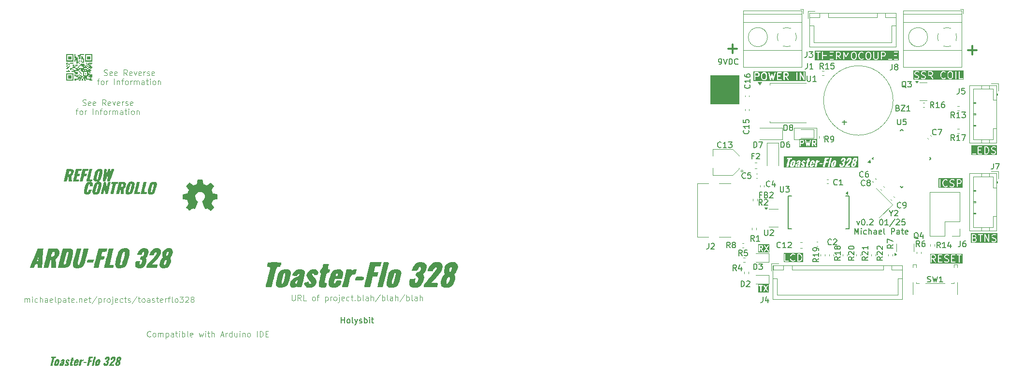
<source format=gto>
%TF.GenerationSoftware,KiCad,Pcbnew,8.0.8-8.0.8-0~ubuntu24.04.1*%
%TF.CreationDate,2025-02-01T12:16:17-07:00*%
%TF.ProjectId,Control Board,436f6e74-726f-46c2-9042-6f6172642e6b,rev?*%
%TF.SameCoordinates,Original*%
%TF.FileFunction,Legend,Top*%
%TF.FilePolarity,Positive*%
%FSLAX46Y46*%
G04 Gerber Fmt 4.6, Leading zero omitted, Abs format (unit mm)*
G04 Created by KiCad (PCBNEW 8.0.8-8.0.8-0~ubuntu24.04.1) date 2025-02-01 12:16:17*
%MOMM*%
%LPD*%
G01*
G04 APERTURE LIST*
%ADD10C,0.100000*%
%ADD11C,0.200000*%
%ADD12C,0.156250*%
%ADD13C,0.150000*%
%ADD14C,0.190000*%
%ADD15C,0.375000*%
%ADD16C,0.120000*%
%ADD17C,0.000000*%
G04 APERTURE END LIST*
D10*
X135100000Y-84400000D02*
X140100000Y-84400000D01*
X140100000Y-89400000D01*
X135100000Y-89400000D01*
X135100000Y-84400000D01*
G36*
X135100000Y-84400000D02*
G01*
X140100000Y-84400000D01*
X140100000Y-89400000D01*
X135100000Y-89400000D01*
X135100000Y-84400000D01*
G37*
X149721573Y-93621573D02*
X153721573Y-93621573D01*
X153721573Y-95621573D01*
X149721573Y-95621573D01*
X149721573Y-93621573D01*
D11*
G36*
X144670526Y-84059582D02*
G01*
X144758512Y-84147570D01*
X144808333Y-84346850D01*
X144808333Y-84738896D01*
X144758512Y-84938176D01*
X144670526Y-85026163D01*
X144587107Y-85067873D01*
X144396226Y-85067873D01*
X144312805Y-85026163D01*
X144224820Y-84938177D01*
X144175000Y-84738897D01*
X144175000Y-84346850D01*
X144224820Y-84147569D01*
X144312806Y-84059583D01*
X144396227Y-84017873D01*
X144587107Y-84017873D01*
X144670526Y-84059582D01*
G37*
G36*
X148539573Y-84059582D02*
G01*
X148576145Y-84096155D01*
X148617856Y-84179576D01*
X148617856Y-84310932D01*
X148576146Y-84394351D01*
X148539572Y-84430926D01*
X148456154Y-84472635D01*
X148103571Y-84472635D01*
X148103571Y-84017873D01*
X148456154Y-84017873D01*
X148539573Y-84059582D01*
G37*
G36*
X143420526Y-84059582D02*
G01*
X143457098Y-84096155D01*
X143498809Y-84179576D01*
X143498809Y-84310932D01*
X143457099Y-84394351D01*
X143420525Y-84430926D01*
X143337107Y-84472635D01*
X142984524Y-84472635D01*
X142984524Y-84017873D01*
X143337107Y-84017873D01*
X143420526Y-84059582D01*
G37*
G36*
X151754364Y-85406762D02*
G01*
X142645635Y-85406762D01*
X142645635Y-83917873D01*
X142784524Y-83917873D01*
X142784524Y-85167873D01*
X142786445Y-85187382D01*
X142801377Y-85223430D01*
X142828967Y-85251020D01*
X142865015Y-85265952D01*
X142904033Y-85265952D01*
X142940081Y-85251020D01*
X142967671Y-85223430D01*
X142982603Y-85187382D01*
X142984524Y-85167873D01*
X142984524Y-84672635D01*
X143360714Y-84672635D01*
X143380223Y-84670714D01*
X143383543Y-84669338D01*
X143387127Y-84669084D01*
X143405435Y-84662078D01*
X143524484Y-84602554D01*
X143532882Y-84597267D01*
X143535319Y-84596258D01*
X143538062Y-84594006D01*
X143541074Y-84592111D01*
X143542806Y-84590113D01*
X143550473Y-84583822D01*
X143609996Y-84524299D01*
X143616289Y-84516630D01*
X143618285Y-84514900D01*
X143620178Y-84511892D01*
X143622432Y-84509146D01*
X143623442Y-84506705D01*
X143628728Y-84498309D01*
X143688252Y-84379261D01*
X143695258Y-84360953D01*
X143695512Y-84357369D01*
X143696888Y-84354049D01*
X143698809Y-84334540D01*
X143975000Y-84334540D01*
X143975000Y-84751207D01*
X143975335Y-84754609D01*
X143975118Y-84756068D01*
X143976197Y-84763365D01*
X143976921Y-84770716D01*
X143977485Y-84772079D01*
X143977986Y-84775461D01*
X144037510Y-85013556D01*
X144044105Y-85032016D01*
X144048530Y-85037988D01*
X144051376Y-85044859D01*
X144063813Y-85060012D01*
X144182860Y-85179061D01*
X144190529Y-85185355D01*
X144192260Y-85187350D01*
X144195267Y-85189243D01*
X144198014Y-85191497D01*
X144200453Y-85192507D01*
X144208850Y-85197793D01*
X144327898Y-85257316D01*
X144346207Y-85264322D01*
X144349789Y-85264576D01*
X144353110Y-85265952D01*
X144372619Y-85267873D01*
X144610714Y-85267873D01*
X144630223Y-85265952D01*
X144633543Y-85264576D01*
X144637126Y-85264322D01*
X144655435Y-85257316D01*
X144774483Y-85197793D01*
X144782878Y-85192508D01*
X144785320Y-85191497D01*
X144788067Y-85189241D01*
X144791073Y-85187350D01*
X144792803Y-85185354D01*
X144800473Y-85179060D01*
X144919520Y-85060012D01*
X144931957Y-85044859D01*
X144934802Y-85037988D01*
X144939228Y-85032016D01*
X144945823Y-85013556D01*
X145005347Y-84775460D01*
X145005846Y-84772080D01*
X145006412Y-84770716D01*
X145007135Y-84763364D01*
X145008215Y-84756068D01*
X145007997Y-84754609D01*
X145008333Y-84751207D01*
X145008333Y-84334540D01*
X145007997Y-84331137D01*
X145008215Y-84329679D01*
X145007135Y-84322382D01*
X145006412Y-84315031D01*
X145005846Y-84313666D01*
X145005347Y-84310287D01*
X144945823Y-84072191D01*
X144939228Y-84053731D01*
X144934802Y-84047758D01*
X144931957Y-84040888D01*
X144919520Y-84025735D01*
X144815398Y-83921612D01*
X145225069Y-83921612D01*
X145227719Y-83941035D01*
X145525338Y-85191035D01*
X145527646Y-85197731D01*
X145527965Y-85200130D01*
X145529220Y-85202298D01*
X145531726Y-85209568D01*
X145540238Y-85221330D01*
X145547514Y-85233898D01*
X145551592Y-85237020D01*
X145554601Y-85241177D01*
X145566958Y-85248782D01*
X145578497Y-85257614D01*
X145583460Y-85258937D01*
X145587831Y-85261627D01*
X145602162Y-85263924D01*
X145616198Y-85267667D01*
X145621289Y-85266990D01*
X145626358Y-85267803D01*
X145640485Y-85264439D01*
X145654876Y-85262527D01*
X145659317Y-85259955D01*
X145664314Y-85258766D01*
X145676076Y-85250253D01*
X145688644Y-85242978D01*
X145691766Y-85238898D01*
X145695924Y-85235890D01*
X145703528Y-85223532D01*
X145712360Y-85211995D01*
X145715059Y-85204793D01*
X145716373Y-85202660D01*
X145716756Y-85200268D01*
X145719242Y-85193639D01*
X145860714Y-84663119D01*
X146002186Y-85193639D01*
X146004671Y-85200267D01*
X146005055Y-85202661D01*
X146006369Y-85204796D01*
X146009068Y-85211995D01*
X146017896Y-85223528D01*
X146025504Y-85235891D01*
X146029663Y-85238900D01*
X146032784Y-85242978D01*
X146045348Y-85250252D01*
X146057113Y-85258766D01*
X146062108Y-85259955D01*
X146066552Y-85262528D01*
X146080941Y-85264439D01*
X146095070Y-85267804D01*
X146100141Y-85266990D01*
X146105230Y-85267667D01*
X146119262Y-85263925D01*
X146133597Y-85261627D01*
X146137967Y-85258937D01*
X146142931Y-85257614D01*
X146154464Y-85248785D01*
X146166827Y-85241178D01*
X146169836Y-85237018D01*
X146173914Y-85233898D01*
X146181188Y-85221333D01*
X146189702Y-85209569D01*
X146192206Y-85202301D01*
X146193464Y-85200130D01*
X146193783Y-85197728D01*
X146196090Y-85191035D01*
X146493710Y-83941035D01*
X146496360Y-83921611D01*
X146495761Y-83917873D01*
X146772619Y-83917873D01*
X146772619Y-85167873D01*
X146774540Y-85187382D01*
X146789472Y-85223430D01*
X146817062Y-85251020D01*
X146853110Y-85265952D01*
X146872619Y-85267873D01*
X147467857Y-85267873D01*
X147487366Y-85265952D01*
X147523414Y-85251020D01*
X147551004Y-85223430D01*
X147565936Y-85187382D01*
X147565936Y-85148364D01*
X147551004Y-85112316D01*
X147523414Y-85084726D01*
X147487366Y-85069794D01*
X147467857Y-85067873D01*
X146972619Y-85067873D01*
X146972619Y-84613111D01*
X147289285Y-84613111D01*
X147308794Y-84611190D01*
X147344842Y-84596258D01*
X147372432Y-84568668D01*
X147387364Y-84532620D01*
X147387364Y-84493602D01*
X147372432Y-84457554D01*
X147344842Y-84429964D01*
X147308794Y-84415032D01*
X147289285Y-84413111D01*
X146972619Y-84413111D01*
X146972619Y-84017873D01*
X147467857Y-84017873D01*
X147487366Y-84015952D01*
X147523414Y-84001020D01*
X147551004Y-83973430D01*
X147565936Y-83937382D01*
X147565936Y-83917873D01*
X147903571Y-83917873D01*
X147903571Y-85167873D01*
X147905492Y-85187382D01*
X147920424Y-85223430D01*
X147948014Y-85251020D01*
X147984062Y-85265952D01*
X148023080Y-85265952D01*
X148059128Y-85251020D01*
X148086718Y-85223430D01*
X148101650Y-85187382D01*
X148103571Y-85167873D01*
X148103571Y-84672635D01*
X148249125Y-84672635D01*
X148635933Y-85225219D01*
X148648694Y-85240100D01*
X148681599Y-85261069D01*
X148720023Y-85267849D01*
X148758118Y-85259410D01*
X148790083Y-85237035D01*
X148811052Y-85204130D01*
X148817832Y-85165705D01*
X148809393Y-85127611D01*
X148799779Y-85110527D01*
X148492384Y-84671391D01*
X148499270Y-84670714D01*
X148502590Y-84669338D01*
X148506174Y-84669084D01*
X148524482Y-84662078D01*
X148643531Y-84602554D01*
X148651929Y-84597267D01*
X148654366Y-84596258D01*
X148657109Y-84594006D01*
X148660121Y-84592111D01*
X148661853Y-84590113D01*
X148669520Y-84583822D01*
X148729043Y-84524299D01*
X148735336Y-84516630D01*
X148737332Y-84514900D01*
X148739225Y-84511892D01*
X148741479Y-84509146D01*
X148742489Y-84506705D01*
X148747775Y-84498309D01*
X148807299Y-84379261D01*
X148814305Y-84360953D01*
X148814559Y-84357369D01*
X148815935Y-84354049D01*
X148817856Y-84334540D01*
X148817856Y-84155969D01*
X148815935Y-84136460D01*
X148814559Y-84133139D01*
X148814305Y-84129556D01*
X148807299Y-84111248D01*
X148747775Y-83992200D01*
X148742491Y-83983805D01*
X148741480Y-83981364D01*
X148739225Y-83978616D01*
X148737332Y-83975609D01*
X148735335Y-83973877D01*
X148729043Y-83966211D01*
X148680706Y-83917873D01*
X150105952Y-83917873D01*
X150105952Y-85167873D01*
X150107873Y-85187382D01*
X150122805Y-85223430D01*
X150150395Y-85251020D01*
X150186443Y-85265952D01*
X150225461Y-85265952D01*
X150261509Y-85251020D01*
X150289099Y-85223430D01*
X150304031Y-85187382D01*
X150305952Y-85167873D01*
X150305952Y-83917873D01*
X150701190Y-83917873D01*
X150701190Y-85167873D01*
X150703111Y-85187382D01*
X150718043Y-85223430D01*
X150745633Y-85251020D01*
X150781681Y-85265952D01*
X150820699Y-85265952D01*
X150856747Y-85251020D01*
X150884337Y-85223430D01*
X150899269Y-85187382D01*
X150901190Y-85167873D01*
X150901190Y-84294429D01*
X151428651Y-85217487D01*
X151431569Y-85221598D01*
X151432328Y-85223430D01*
X151434193Y-85225295D01*
X151439998Y-85233473D01*
X151450517Y-85241619D01*
X151459918Y-85251020D01*
X151465805Y-85253458D01*
X151470847Y-85257363D01*
X151483679Y-85260862D01*
X151495966Y-85265952D01*
X151502342Y-85265952D01*
X151508491Y-85267629D01*
X151521684Y-85265952D01*
X151534984Y-85265952D01*
X151540872Y-85263512D01*
X151547197Y-85262709D01*
X151558750Y-85256107D01*
X151571032Y-85251020D01*
X151575535Y-85246516D01*
X151581075Y-85243351D01*
X151589223Y-85232828D01*
X151598622Y-85223430D01*
X151601060Y-85217542D01*
X151604965Y-85212501D01*
X151608464Y-85199668D01*
X151613554Y-85187382D01*
X151614536Y-85177404D01*
X151615231Y-85174858D01*
X151614980Y-85172890D01*
X151615475Y-85167873D01*
X151615475Y-83917873D01*
X151613554Y-83898364D01*
X151598622Y-83862316D01*
X151571032Y-83834726D01*
X151534984Y-83819794D01*
X151495966Y-83819794D01*
X151459918Y-83834726D01*
X151432328Y-83862316D01*
X151417396Y-83898364D01*
X151415475Y-83917873D01*
X151415475Y-84791316D01*
X150888014Y-83868259D01*
X150885095Y-83864148D01*
X150884337Y-83862316D01*
X150882470Y-83860449D01*
X150876667Y-83852274D01*
X150866152Y-83844131D01*
X150856747Y-83834726D01*
X150850856Y-83832286D01*
X150845818Y-83828384D01*
X150832989Y-83824885D01*
X150820699Y-83819794D01*
X150814324Y-83819794D01*
X150808175Y-83818117D01*
X150794982Y-83819794D01*
X150781681Y-83819794D01*
X150775792Y-83822233D01*
X150769468Y-83823037D01*
X150757918Y-83829637D01*
X150745633Y-83834726D01*
X150741125Y-83839233D01*
X150735591Y-83842396D01*
X150727448Y-83852910D01*
X150718043Y-83862316D01*
X150715603Y-83868206D01*
X150711701Y-83873245D01*
X150708202Y-83886073D01*
X150703111Y-83898364D01*
X150702128Y-83908341D01*
X150701434Y-83910888D01*
X150701684Y-83912855D01*
X150701190Y-83917873D01*
X150305952Y-83917873D01*
X150304031Y-83898364D01*
X150289099Y-83862316D01*
X150261509Y-83834726D01*
X150225461Y-83819794D01*
X150186443Y-83819794D01*
X150150395Y-83834726D01*
X150122805Y-83862316D01*
X150107873Y-83898364D01*
X150105952Y-83917873D01*
X148680706Y-83917873D01*
X148669520Y-83906687D01*
X148661853Y-83900394D01*
X148660121Y-83898397D01*
X148657111Y-83896502D01*
X148654367Y-83894250D01*
X148651928Y-83893239D01*
X148643531Y-83887954D01*
X148524482Y-83828430D01*
X148506174Y-83821424D01*
X148502590Y-83821169D01*
X148499270Y-83819794D01*
X148479761Y-83817873D01*
X148003571Y-83817873D01*
X147984062Y-83819794D01*
X147948014Y-83834726D01*
X147920424Y-83862316D01*
X147905492Y-83898364D01*
X147903571Y-83917873D01*
X147565936Y-83917873D01*
X147565936Y-83898364D01*
X147551004Y-83862316D01*
X147523414Y-83834726D01*
X147487366Y-83819794D01*
X147467857Y-83817873D01*
X146872619Y-83817873D01*
X146853110Y-83819794D01*
X146817062Y-83834726D01*
X146789472Y-83862316D01*
X146774540Y-83898364D01*
X146772619Y-83917873D01*
X146495761Y-83917873D01*
X146490183Y-83883085D01*
X146469734Y-83849855D01*
X146438125Y-83826980D01*
X146400168Y-83817942D01*
X146361642Y-83824119D01*
X146328411Y-83844568D01*
X146305536Y-83876177D01*
X146299148Y-83894711D01*
X146093320Y-84759185D01*
X145957337Y-84249250D01*
X145955624Y-84244682D01*
X145955369Y-84242759D01*
X145954047Y-84240477D01*
X145950455Y-84230894D01*
X145942430Y-84220410D01*
X145935819Y-84208991D01*
X145930675Y-84205054D01*
X145926739Y-84199911D01*
X145915321Y-84193301D01*
X145904836Y-84185275D01*
X145898572Y-84183604D01*
X145892971Y-84180362D01*
X145879893Y-84178624D01*
X145867135Y-84175222D01*
X145860713Y-84176075D01*
X145854293Y-84175222D01*
X145841539Y-84178622D01*
X145828457Y-84180361D01*
X145822852Y-84183605D01*
X145816592Y-84185275D01*
X145806108Y-84193299D01*
X145794689Y-84199911D01*
X145790752Y-84205054D01*
X145785609Y-84208991D01*
X145778999Y-84220408D01*
X145770973Y-84230894D01*
X145767378Y-84240481D01*
X145766060Y-84242759D01*
X145765804Y-84244678D01*
X145764091Y-84249250D01*
X145628108Y-84759185D01*
X145422281Y-83894711D01*
X145415893Y-83876177D01*
X145393018Y-83844568D01*
X145359788Y-83824119D01*
X145321261Y-83817942D01*
X145283304Y-83826980D01*
X145251695Y-83849855D01*
X145231246Y-83883085D01*
X145225069Y-83921612D01*
X144815398Y-83921612D01*
X144800473Y-83906687D01*
X144792806Y-83900394D01*
X144791074Y-83898397D01*
X144788064Y-83896502D01*
X144785320Y-83894250D01*
X144782881Y-83893239D01*
X144774484Y-83887954D01*
X144655435Y-83828430D01*
X144637127Y-83821424D01*
X144633543Y-83821169D01*
X144630223Y-83819794D01*
X144610714Y-83817873D01*
X144372619Y-83817873D01*
X144353110Y-83819794D01*
X144349789Y-83821169D01*
X144346206Y-83821424D01*
X144327898Y-83828430D01*
X144208850Y-83887954D01*
X144200451Y-83893240D01*
X144198014Y-83894250D01*
X144195270Y-83896501D01*
X144192259Y-83898397D01*
X144190526Y-83900394D01*
X144182860Y-83906686D01*
X144063813Y-84025735D01*
X144051376Y-84040888D01*
X144048530Y-84047758D01*
X144044105Y-84053731D01*
X144037510Y-84072191D01*
X143977986Y-84310286D01*
X143977485Y-84313667D01*
X143976921Y-84315031D01*
X143976197Y-84322381D01*
X143975118Y-84329679D01*
X143975335Y-84331137D01*
X143975000Y-84334540D01*
X143698809Y-84334540D01*
X143698809Y-84155969D01*
X143696888Y-84136460D01*
X143695512Y-84133139D01*
X143695258Y-84129556D01*
X143688252Y-84111248D01*
X143628728Y-83992200D01*
X143623444Y-83983805D01*
X143622433Y-83981364D01*
X143620178Y-83978616D01*
X143618285Y-83975609D01*
X143616288Y-83973877D01*
X143609996Y-83966211D01*
X143550473Y-83906687D01*
X143542806Y-83900394D01*
X143541074Y-83898397D01*
X143538064Y-83896502D01*
X143535320Y-83894250D01*
X143532881Y-83893239D01*
X143524484Y-83887954D01*
X143405435Y-83828430D01*
X143387127Y-83821424D01*
X143383543Y-83821169D01*
X143380223Y-83819794D01*
X143360714Y-83817873D01*
X142884524Y-83817873D01*
X142865015Y-83819794D01*
X142828967Y-83834726D01*
X142801377Y-83862316D01*
X142786445Y-83898364D01*
X142784524Y-83917873D01*
X142645635Y-83917873D01*
X142645635Y-83678984D01*
X151754364Y-83678984D01*
X151754364Y-85406762D01*
G37*
D10*
X25095237Y-89604828D02*
X25238094Y-89652447D01*
X25238094Y-89652447D02*
X25476189Y-89652447D01*
X25476189Y-89652447D02*
X25571427Y-89604828D01*
X25571427Y-89604828D02*
X25619046Y-89557208D01*
X25619046Y-89557208D02*
X25666665Y-89461970D01*
X25666665Y-89461970D02*
X25666665Y-89366732D01*
X25666665Y-89366732D02*
X25619046Y-89271494D01*
X25619046Y-89271494D02*
X25571427Y-89223875D01*
X25571427Y-89223875D02*
X25476189Y-89176256D01*
X25476189Y-89176256D02*
X25285713Y-89128637D01*
X25285713Y-89128637D02*
X25190475Y-89081018D01*
X25190475Y-89081018D02*
X25142856Y-89033399D01*
X25142856Y-89033399D02*
X25095237Y-88938161D01*
X25095237Y-88938161D02*
X25095237Y-88842923D01*
X25095237Y-88842923D02*
X25142856Y-88747685D01*
X25142856Y-88747685D02*
X25190475Y-88700066D01*
X25190475Y-88700066D02*
X25285713Y-88652447D01*
X25285713Y-88652447D02*
X25523808Y-88652447D01*
X25523808Y-88652447D02*
X25666665Y-88700066D01*
X26476189Y-89604828D02*
X26380951Y-89652447D01*
X26380951Y-89652447D02*
X26190475Y-89652447D01*
X26190475Y-89652447D02*
X26095237Y-89604828D01*
X26095237Y-89604828D02*
X26047618Y-89509589D01*
X26047618Y-89509589D02*
X26047618Y-89128637D01*
X26047618Y-89128637D02*
X26095237Y-89033399D01*
X26095237Y-89033399D02*
X26190475Y-88985780D01*
X26190475Y-88985780D02*
X26380951Y-88985780D01*
X26380951Y-88985780D02*
X26476189Y-89033399D01*
X26476189Y-89033399D02*
X26523808Y-89128637D01*
X26523808Y-89128637D02*
X26523808Y-89223875D01*
X26523808Y-89223875D02*
X26047618Y-89319113D01*
X27333332Y-89604828D02*
X27238094Y-89652447D01*
X27238094Y-89652447D02*
X27047618Y-89652447D01*
X27047618Y-89652447D02*
X26952380Y-89604828D01*
X26952380Y-89604828D02*
X26904761Y-89509589D01*
X26904761Y-89509589D02*
X26904761Y-89128637D01*
X26904761Y-89128637D02*
X26952380Y-89033399D01*
X26952380Y-89033399D02*
X27047618Y-88985780D01*
X27047618Y-88985780D02*
X27238094Y-88985780D01*
X27238094Y-88985780D02*
X27333332Y-89033399D01*
X27333332Y-89033399D02*
X27380951Y-89128637D01*
X27380951Y-89128637D02*
X27380951Y-89223875D01*
X27380951Y-89223875D02*
X26904761Y-89319113D01*
X29142856Y-89652447D02*
X28809523Y-89176256D01*
X28571428Y-89652447D02*
X28571428Y-88652447D01*
X28571428Y-88652447D02*
X28952380Y-88652447D01*
X28952380Y-88652447D02*
X29047618Y-88700066D01*
X29047618Y-88700066D02*
X29095237Y-88747685D01*
X29095237Y-88747685D02*
X29142856Y-88842923D01*
X29142856Y-88842923D02*
X29142856Y-88985780D01*
X29142856Y-88985780D02*
X29095237Y-89081018D01*
X29095237Y-89081018D02*
X29047618Y-89128637D01*
X29047618Y-89128637D02*
X28952380Y-89176256D01*
X28952380Y-89176256D02*
X28571428Y-89176256D01*
X29952380Y-89604828D02*
X29857142Y-89652447D01*
X29857142Y-89652447D02*
X29666666Y-89652447D01*
X29666666Y-89652447D02*
X29571428Y-89604828D01*
X29571428Y-89604828D02*
X29523809Y-89509589D01*
X29523809Y-89509589D02*
X29523809Y-89128637D01*
X29523809Y-89128637D02*
X29571428Y-89033399D01*
X29571428Y-89033399D02*
X29666666Y-88985780D01*
X29666666Y-88985780D02*
X29857142Y-88985780D01*
X29857142Y-88985780D02*
X29952380Y-89033399D01*
X29952380Y-89033399D02*
X29999999Y-89128637D01*
X29999999Y-89128637D02*
X29999999Y-89223875D01*
X29999999Y-89223875D02*
X29523809Y-89319113D01*
X30333333Y-88985780D02*
X30571428Y-89652447D01*
X30571428Y-89652447D02*
X30809523Y-88985780D01*
X31571428Y-89604828D02*
X31476190Y-89652447D01*
X31476190Y-89652447D02*
X31285714Y-89652447D01*
X31285714Y-89652447D02*
X31190476Y-89604828D01*
X31190476Y-89604828D02*
X31142857Y-89509589D01*
X31142857Y-89509589D02*
X31142857Y-89128637D01*
X31142857Y-89128637D02*
X31190476Y-89033399D01*
X31190476Y-89033399D02*
X31285714Y-88985780D01*
X31285714Y-88985780D02*
X31476190Y-88985780D01*
X31476190Y-88985780D02*
X31571428Y-89033399D01*
X31571428Y-89033399D02*
X31619047Y-89128637D01*
X31619047Y-89128637D02*
X31619047Y-89223875D01*
X31619047Y-89223875D02*
X31142857Y-89319113D01*
X32047619Y-89652447D02*
X32047619Y-88985780D01*
X32047619Y-89176256D02*
X32095238Y-89081018D01*
X32095238Y-89081018D02*
X32142857Y-89033399D01*
X32142857Y-89033399D02*
X32238095Y-88985780D01*
X32238095Y-88985780D02*
X32333333Y-88985780D01*
X32619048Y-89604828D02*
X32714286Y-89652447D01*
X32714286Y-89652447D02*
X32904762Y-89652447D01*
X32904762Y-89652447D02*
X33000000Y-89604828D01*
X33000000Y-89604828D02*
X33047619Y-89509589D01*
X33047619Y-89509589D02*
X33047619Y-89461970D01*
X33047619Y-89461970D02*
X33000000Y-89366732D01*
X33000000Y-89366732D02*
X32904762Y-89319113D01*
X32904762Y-89319113D02*
X32761905Y-89319113D01*
X32761905Y-89319113D02*
X32666667Y-89271494D01*
X32666667Y-89271494D02*
X32619048Y-89176256D01*
X32619048Y-89176256D02*
X32619048Y-89128637D01*
X32619048Y-89128637D02*
X32666667Y-89033399D01*
X32666667Y-89033399D02*
X32761905Y-88985780D01*
X32761905Y-88985780D02*
X32904762Y-88985780D01*
X32904762Y-88985780D02*
X33000000Y-89033399D01*
X33857143Y-89604828D02*
X33761905Y-89652447D01*
X33761905Y-89652447D02*
X33571429Y-89652447D01*
X33571429Y-89652447D02*
X33476191Y-89604828D01*
X33476191Y-89604828D02*
X33428572Y-89509589D01*
X33428572Y-89509589D02*
X33428572Y-89128637D01*
X33428572Y-89128637D02*
X33476191Y-89033399D01*
X33476191Y-89033399D02*
X33571429Y-88985780D01*
X33571429Y-88985780D02*
X33761905Y-88985780D01*
X33761905Y-88985780D02*
X33857143Y-89033399D01*
X33857143Y-89033399D02*
X33904762Y-89128637D01*
X33904762Y-89128637D02*
X33904762Y-89223875D01*
X33904762Y-89223875D02*
X33428572Y-89319113D01*
X23880952Y-90595724D02*
X24261904Y-90595724D01*
X24023809Y-91262391D02*
X24023809Y-90405248D01*
X24023809Y-90405248D02*
X24071428Y-90310010D01*
X24071428Y-90310010D02*
X24166666Y-90262391D01*
X24166666Y-90262391D02*
X24261904Y-90262391D01*
X24738095Y-91262391D02*
X24642857Y-91214772D01*
X24642857Y-91214772D02*
X24595238Y-91167152D01*
X24595238Y-91167152D02*
X24547619Y-91071914D01*
X24547619Y-91071914D02*
X24547619Y-90786200D01*
X24547619Y-90786200D02*
X24595238Y-90690962D01*
X24595238Y-90690962D02*
X24642857Y-90643343D01*
X24642857Y-90643343D02*
X24738095Y-90595724D01*
X24738095Y-90595724D02*
X24880952Y-90595724D01*
X24880952Y-90595724D02*
X24976190Y-90643343D01*
X24976190Y-90643343D02*
X25023809Y-90690962D01*
X25023809Y-90690962D02*
X25071428Y-90786200D01*
X25071428Y-90786200D02*
X25071428Y-91071914D01*
X25071428Y-91071914D02*
X25023809Y-91167152D01*
X25023809Y-91167152D02*
X24976190Y-91214772D01*
X24976190Y-91214772D02*
X24880952Y-91262391D01*
X24880952Y-91262391D02*
X24738095Y-91262391D01*
X25500000Y-91262391D02*
X25500000Y-90595724D01*
X25500000Y-90786200D02*
X25547619Y-90690962D01*
X25547619Y-90690962D02*
X25595238Y-90643343D01*
X25595238Y-90643343D02*
X25690476Y-90595724D01*
X25690476Y-90595724D02*
X25785714Y-90595724D01*
X26880953Y-91262391D02*
X26880953Y-90262391D01*
X27357143Y-90595724D02*
X27357143Y-91262391D01*
X27357143Y-90690962D02*
X27404762Y-90643343D01*
X27404762Y-90643343D02*
X27500000Y-90595724D01*
X27500000Y-90595724D02*
X27642857Y-90595724D01*
X27642857Y-90595724D02*
X27738095Y-90643343D01*
X27738095Y-90643343D02*
X27785714Y-90738581D01*
X27785714Y-90738581D02*
X27785714Y-91262391D01*
X28119048Y-90595724D02*
X28500000Y-90595724D01*
X28261905Y-91262391D02*
X28261905Y-90405248D01*
X28261905Y-90405248D02*
X28309524Y-90310010D01*
X28309524Y-90310010D02*
X28404762Y-90262391D01*
X28404762Y-90262391D02*
X28500000Y-90262391D01*
X28976191Y-91262391D02*
X28880953Y-91214772D01*
X28880953Y-91214772D02*
X28833334Y-91167152D01*
X28833334Y-91167152D02*
X28785715Y-91071914D01*
X28785715Y-91071914D02*
X28785715Y-90786200D01*
X28785715Y-90786200D02*
X28833334Y-90690962D01*
X28833334Y-90690962D02*
X28880953Y-90643343D01*
X28880953Y-90643343D02*
X28976191Y-90595724D01*
X28976191Y-90595724D02*
X29119048Y-90595724D01*
X29119048Y-90595724D02*
X29214286Y-90643343D01*
X29214286Y-90643343D02*
X29261905Y-90690962D01*
X29261905Y-90690962D02*
X29309524Y-90786200D01*
X29309524Y-90786200D02*
X29309524Y-91071914D01*
X29309524Y-91071914D02*
X29261905Y-91167152D01*
X29261905Y-91167152D02*
X29214286Y-91214772D01*
X29214286Y-91214772D02*
X29119048Y-91262391D01*
X29119048Y-91262391D02*
X28976191Y-91262391D01*
X29738096Y-91262391D02*
X29738096Y-90595724D01*
X29738096Y-90786200D02*
X29785715Y-90690962D01*
X29785715Y-90690962D02*
X29833334Y-90643343D01*
X29833334Y-90643343D02*
X29928572Y-90595724D01*
X29928572Y-90595724D02*
X30023810Y-90595724D01*
X30357144Y-91262391D02*
X30357144Y-90595724D01*
X30357144Y-90690962D02*
X30404763Y-90643343D01*
X30404763Y-90643343D02*
X30500001Y-90595724D01*
X30500001Y-90595724D02*
X30642858Y-90595724D01*
X30642858Y-90595724D02*
X30738096Y-90643343D01*
X30738096Y-90643343D02*
X30785715Y-90738581D01*
X30785715Y-90738581D02*
X30785715Y-91262391D01*
X30785715Y-90738581D02*
X30833334Y-90643343D01*
X30833334Y-90643343D02*
X30928572Y-90595724D01*
X30928572Y-90595724D02*
X31071429Y-90595724D01*
X31071429Y-90595724D02*
X31166668Y-90643343D01*
X31166668Y-90643343D02*
X31214287Y-90738581D01*
X31214287Y-90738581D02*
X31214287Y-91262391D01*
X32119048Y-91262391D02*
X32119048Y-90738581D01*
X32119048Y-90738581D02*
X32071429Y-90643343D01*
X32071429Y-90643343D02*
X31976191Y-90595724D01*
X31976191Y-90595724D02*
X31785715Y-90595724D01*
X31785715Y-90595724D02*
X31690477Y-90643343D01*
X32119048Y-91214772D02*
X32023810Y-91262391D01*
X32023810Y-91262391D02*
X31785715Y-91262391D01*
X31785715Y-91262391D02*
X31690477Y-91214772D01*
X31690477Y-91214772D02*
X31642858Y-91119533D01*
X31642858Y-91119533D02*
X31642858Y-91024295D01*
X31642858Y-91024295D02*
X31690477Y-90929057D01*
X31690477Y-90929057D02*
X31785715Y-90881438D01*
X31785715Y-90881438D02*
X32023810Y-90881438D01*
X32023810Y-90881438D02*
X32119048Y-90833819D01*
X32452382Y-90595724D02*
X32833334Y-90595724D01*
X32595239Y-90262391D02*
X32595239Y-91119533D01*
X32595239Y-91119533D02*
X32642858Y-91214772D01*
X32642858Y-91214772D02*
X32738096Y-91262391D01*
X32738096Y-91262391D02*
X32833334Y-91262391D01*
X33166668Y-91262391D02*
X33166668Y-90595724D01*
X33166668Y-90262391D02*
X33119049Y-90310010D01*
X33119049Y-90310010D02*
X33166668Y-90357629D01*
X33166668Y-90357629D02*
X33214287Y-90310010D01*
X33214287Y-90310010D02*
X33166668Y-90262391D01*
X33166668Y-90262391D02*
X33166668Y-90357629D01*
X33785715Y-91262391D02*
X33690477Y-91214772D01*
X33690477Y-91214772D02*
X33642858Y-91167152D01*
X33642858Y-91167152D02*
X33595239Y-91071914D01*
X33595239Y-91071914D02*
X33595239Y-90786200D01*
X33595239Y-90786200D02*
X33642858Y-90690962D01*
X33642858Y-90690962D02*
X33690477Y-90643343D01*
X33690477Y-90643343D02*
X33785715Y-90595724D01*
X33785715Y-90595724D02*
X33928572Y-90595724D01*
X33928572Y-90595724D02*
X34023810Y-90643343D01*
X34023810Y-90643343D02*
X34071429Y-90690962D01*
X34071429Y-90690962D02*
X34119048Y-90786200D01*
X34119048Y-90786200D02*
X34119048Y-91071914D01*
X34119048Y-91071914D02*
X34071429Y-91167152D01*
X34071429Y-91167152D02*
X34023810Y-91214772D01*
X34023810Y-91214772D02*
X33928572Y-91262391D01*
X33928572Y-91262391D02*
X33785715Y-91262391D01*
X34547620Y-90595724D02*
X34547620Y-91262391D01*
X34547620Y-90690962D02*
X34595239Y-90643343D01*
X34595239Y-90643343D02*
X34690477Y-90595724D01*
X34690477Y-90595724D02*
X34833334Y-90595724D01*
X34833334Y-90595724D02*
X34928572Y-90643343D01*
X34928572Y-90643343D02*
X34976191Y-90738581D01*
X34976191Y-90738581D02*
X34976191Y-91262391D01*
X36999999Y-130162180D02*
X36952380Y-130209800D01*
X36952380Y-130209800D02*
X36809523Y-130257419D01*
X36809523Y-130257419D02*
X36714285Y-130257419D01*
X36714285Y-130257419D02*
X36571428Y-130209800D01*
X36571428Y-130209800D02*
X36476190Y-130114561D01*
X36476190Y-130114561D02*
X36428571Y-130019323D01*
X36428571Y-130019323D02*
X36380952Y-129828847D01*
X36380952Y-129828847D02*
X36380952Y-129685990D01*
X36380952Y-129685990D02*
X36428571Y-129495514D01*
X36428571Y-129495514D02*
X36476190Y-129400276D01*
X36476190Y-129400276D02*
X36571428Y-129305038D01*
X36571428Y-129305038D02*
X36714285Y-129257419D01*
X36714285Y-129257419D02*
X36809523Y-129257419D01*
X36809523Y-129257419D02*
X36952380Y-129305038D01*
X36952380Y-129305038D02*
X36999999Y-129352657D01*
X37571428Y-130257419D02*
X37476190Y-130209800D01*
X37476190Y-130209800D02*
X37428571Y-130162180D01*
X37428571Y-130162180D02*
X37380952Y-130066942D01*
X37380952Y-130066942D02*
X37380952Y-129781228D01*
X37380952Y-129781228D02*
X37428571Y-129685990D01*
X37428571Y-129685990D02*
X37476190Y-129638371D01*
X37476190Y-129638371D02*
X37571428Y-129590752D01*
X37571428Y-129590752D02*
X37714285Y-129590752D01*
X37714285Y-129590752D02*
X37809523Y-129638371D01*
X37809523Y-129638371D02*
X37857142Y-129685990D01*
X37857142Y-129685990D02*
X37904761Y-129781228D01*
X37904761Y-129781228D02*
X37904761Y-130066942D01*
X37904761Y-130066942D02*
X37857142Y-130162180D01*
X37857142Y-130162180D02*
X37809523Y-130209800D01*
X37809523Y-130209800D02*
X37714285Y-130257419D01*
X37714285Y-130257419D02*
X37571428Y-130257419D01*
X38333333Y-130257419D02*
X38333333Y-129590752D01*
X38333333Y-129685990D02*
X38380952Y-129638371D01*
X38380952Y-129638371D02*
X38476190Y-129590752D01*
X38476190Y-129590752D02*
X38619047Y-129590752D01*
X38619047Y-129590752D02*
X38714285Y-129638371D01*
X38714285Y-129638371D02*
X38761904Y-129733609D01*
X38761904Y-129733609D02*
X38761904Y-130257419D01*
X38761904Y-129733609D02*
X38809523Y-129638371D01*
X38809523Y-129638371D02*
X38904761Y-129590752D01*
X38904761Y-129590752D02*
X39047618Y-129590752D01*
X39047618Y-129590752D02*
X39142857Y-129638371D01*
X39142857Y-129638371D02*
X39190476Y-129733609D01*
X39190476Y-129733609D02*
X39190476Y-130257419D01*
X39666666Y-129590752D02*
X39666666Y-130590752D01*
X39666666Y-129638371D02*
X39761904Y-129590752D01*
X39761904Y-129590752D02*
X39952380Y-129590752D01*
X39952380Y-129590752D02*
X40047618Y-129638371D01*
X40047618Y-129638371D02*
X40095237Y-129685990D01*
X40095237Y-129685990D02*
X40142856Y-129781228D01*
X40142856Y-129781228D02*
X40142856Y-130066942D01*
X40142856Y-130066942D02*
X40095237Y-130162180D01*
X40095237Y-130162180D02*
X40047618Y-130209800D01*
X40047618Y-130209800D02*
X39952380Y-130257419D01*
X39952380Y-130257419D02*
X39761904Y-130257419D01*
X39761904Y-130257419D02*
X39666666Y-130209800D01*
X40999999Y-130257419D02*
X40999999Y-129733609D01*
X40999999Y-129733609D02*
X40952380Y-129638371D01*
X40952380Y-129638371D02*
X40857142Y-129590752D01*
X40857142Y-129590752D02*
X40666666Y-129590752D01*
X40666666Y-129590752D02*
X40571428Y-129638371D01*
X40999999Y-130209800D02*
X40904761Y-130257419D01*
X40904761Y-130257419D02*
X40666666Y-130257419D01*
X40666666Y-130257419D02*
X40571428Y-130209800D01*
X40571428Y-130209800D02*
X40523809Y-130114561D01*
X40523809Y-130114561D02*
X40523809Y-130019323D01*
X40523809Y-130019323D02*
X40571428Y-129924085D01*
X40571428Y-129924085D02*
X40666666Y-129876466D01*
X40666666Y-129876466D02*
X40904761Y-129876466D01*
X40904761Y-129876466D02*
X40999999Y-129828847D01*
X41333333Y-129590752D02*
X41714285Y-129590752D01*
X41476190Y-129257419D02*
X41476190Y-130114561D01*
X41476190Y-130114561D02*
X41523809Y-130209800D01*
X41523809Y-130209800D02*
X41619047Y-130257419D01*
X41619047Y-130257419D02*
X41714285Y-130257419D01*
X42047619Y-130257419D02*
X42047619Y-129590752D01*
X42047619Y-129257419D02*
X42000000Y-129305038D01*
X42000000Y-129305038D02*
X42047619Y-129352657D01*
X42047619Y-129352657D02*
X42095238Y-129305038D01*
X42095238Y-129305038D02*
X42047619Y-129257419D01*
X42047619Y-129257419D02*
X42047619Y-129352657D01*
X42523809Y-130257419D02*
X42523809Y-129257419D01*
X42523809Y-129638371D02*
X42619047Y-129590752D01*
X42619047Y-129590752D02*
X42809523Y-129590752D01*
X42809523Y-129590752D02*
X42904761Y-129638371D01*
X42904761Y-129638371D02*
X42952380Y-129685990D01*
X42952380Y-129685990D02*
X42999999Y-129781228D01*
X42999999Y-129781228D02*
X42999999Y-130066942D01*
X42999999Y-130066942D02*
X42952380Y-130162180D01*
X42952380Y-130162180D02*
X42904761Y-130209800D01*
X42904761Y-130209800D02*
X42809523Y-130257419D01*
X42809523Y-130257419D02*
X42619047Y-130257419D01*
X42619047Y-130257419D02*
X42523809Y-130209800D01*
X43571428Y-130257419D02*
X43476190Y-130209800D01*
X43476190Y-130209800D02*
X43428571Y-130114561D01*
X43428571Y-130114561D02*
X43428571Y-129257419D01*
X44333333Y-130209800D02*
X44238095Y-130257419D01*
X44238095Y-130257419D02*
X44047619Y-130257419D01*
X44047619Y-130257419D02*
X43952381Y-130209800D01*
X43952381Y-130209800D02*
X43904762Y-130114561D01*
X43904762Y-130114561D02*
X43904762Y-129733609D01*
X43904762Y-129733609D02*
X43952381Y-129638371D01*
X43952381Y-129638371D02*
X44047619Y-129590752D01*
X44047619Y-129590752D02*
X44238095Y-129590752D01*
X44238095Y-129590752D02*
X44333333Y-129638371D01*
X44333333Y-129638371D02*
X44380952Y-129733609D01*
X44380952Y-129733609D02*
X44380952Y-129828847D01*
X44380952Y-129828847D02*
X43904762Y-129924085D01*
X45476191Y-129590752D02*
X45666667Y-130257419D01*
X45666667Y-130257419D02*
X45857143Y-129781228D01*
X45857143Y-129781228D02*
X46047619Y-130257419D01*
X46047619Y-130257419D02*
X46238095Y-129590752D01*
X46619048Y-130257419D02*
X46619048Y-129590752D01*
X46619048Y-129257419D02*
X46571429Y-129305038D01*
X46571429Y-129305038D02*
X46619048Y-129352657D01*
X46619048Y-129352657D02*
X46666667Y-129305038D01*
X46666667Y-129305038D02*
X46619048Y-129257419D01*
X46619048Y-129257419D02*
X46619048Y-129352657D01*
X46952381Y-129590752D02*
X47333333Y-129590752D01*
X47095238Y-129257419D02*
X47095238Y-130114561D01*
X47095238Y-130114561D02*
X47142857Y-130209800D01*
X47142857Y-130209800D02*
X47238095Y-130257419D01*
X47238095Y-130257419D02*
X47333333Y-130257419D01*
X47666667Y-130257419D02*
X47666667Y-129257419D01*
X48095238Y-130257419D02*
X48095238Y-129733609D01*
X48095238Y-129733609D02*
X48047619Y-129638371D01*
X48047619Y-129638371D02*
X47952381Y-129590752D01*
X47952381Y-129590752D02*
X47809524Y-129590752D01*
X47809524Y-129590752D02*
X47714286Y-129638371D01*
X47714286Y-129638371D02*
X47666667Y-129685990D01*
X49285715Y-129971704D02*
X49761905Y-129971704D01*
X49190477Y-130257419D02*
X49523810Y-129257419D01*
X49523810Y-129257419D02*
X49857143Y-130257419D01*
X50190477Y-130257419D02*
X50190477Y-129590752D01*
X50190477Y-129781228D02*
X50238096Y-129685990D01*
X50238096Y-129685990D02*
X50285715Y-129638371D01*
X50285715Y-129638371D02*
X50380953Y-129590752D01*
X50380953Y-129590752D02*
X50476191Y-129590752D01*
X51238096Y-130257419D02*
X51238096Y-129257419D01*
X51238096Y-130209800D02*
X51142858Y-130257419D01*
X51142858Y-130257419D02*
X50952382Y-130257419D01*
X50952382Y-130257419D02*
X50857144Y-130209800D01*
X50857144Y-130209800D02*
X50809525Y-130162180D01*
X50809525Y-130162180D02*
X50761906Y-130066942D01*
X50761906Y-130066942D02*
X50761906Y-129781228D01*
X50761906Y-129781228D02*
X50809525Y-129685990D01*
X50809525Y-129685990D02*
X50857144Y-129638371D01*
X50857144Y-129638371D02*
X50952382Y-129590752D01*
X50952382Y-129590752D02*
X51142858Y-129590752D01*
X51142858Y-129590752D02*
X51238096Y-129638371D01*
X52142858Y-129590752D02*
X52142858Y-130257419D01*
X51714287Y-129590752D02*
X51714287Y-130114561D01*
X51714287Y-130114561D02*
X51761906Y-130209800D01*
X51761906Y-130209800D02*
X51857144Y-130257419D01*
X51857144Y-130257419D02*
X52000001Y-130257419D01*
X52000001Y-130257419D02*
X52095239Y-130209800D01*
X52095239Y-130209800D02*
X52142858Y-130162180D01*
X52619049Y-130257419D02*
X52619049Y-129590752D01*
X52619049Y-129257419D02*
X52571430Y-129305038D01*
X52571430Y-129305038D02*
X52619049Y-129352657D01*
X52619049Y-129352657D02*
X52666668Y-129305038D01*
X52666668Y-129305038D02*
X52619049Y-129257419D01*
X52619049Y-129257419D02*
X52619049Y-129352657D01*
X53095239Y-129590752D02*
X53095239Y-130257419D01*
X53095239Y-129685990D02*
X53142858Y-129638371D01*
X53142858Y-129638371D02*
X53238096Y-129590752D01*
X53238096Y-129590752D02*
X53380953Y-129590752D01*
X53380953Y-129590752D02*
X53476191Y-129638371D01*
X53476191Y-129638371D02*
X53523810Y-129733609D01*
X53523810Y-129733609D02*
X53523810Y-130257419D01*
X54142858Y-130257419D02*
X54047620Y-130209800D01*
X54047620Y-130209800D02*
X54000001Y-130162180D01*
X54000001Y-130162180D02*
X53952382Y-130066942D01*
X53952382Y-130066942D02*
X53952382Y-129781228D01*
X53952382Y-129781228D02*
X54000001Y-129685990D01*
X54000001Y-129685990D02*
X54047620Y-129638371D01*
X54047620Y-129638371D02*
X54142858Y-129590752D01*
X54142858Y-129590752D02*
X54285715Y-129590752D01*
X54285715Y-129590752D02*
X54380953Y-129638371D01*
X54380953Y-129638371D02*
X54428572Y-129685990D01*
X54428572Y-129685990D02*
X54476191Y-129781228D01*
X54476191Y-129781228D02*
X54476191Y-130066942D01*
X54476191Y-130066942D02*
X54428572Y-130162180D01*
X54428572Y-130162180D02*
X54380953Y-130209800D01*
X54380953Y-130209800D02*
X54285715Y-130257419D01*
X54285715Y-130257419D02*
X54142858Y-130257419D01*
X55666668Y-130257419D02*
X55666668Y-129257419D01*
X56142858Y-130257419D02*
X56142858Y-129257419D01*
X56142858Y-129257419D02*
X56380953Y-129257419D01*
X56380953Y-129257419D02*
X56523810Y-129305038D01*
X56523810Y-129305038D02*
X56619048Y-129400276D01*
X56619048Y-129400276D02*
X56666667Y-129495514D01*
X56666667Y-129495514D02*
X56714286Y-129685990D01*
X56714286Y-129685990D02*
X56714286Y-129828847D01*
X56714286Y-129828847D02*
X56666667Y-130019323D01*
X56666667Y-130019323D02*
X56619048Y-130114561D01*
X56619048Y-130114561D02*
X56523810Y-130209800D01*
X56523810Y-130209800D02*
X56380953Y-130257419D01*
X56380953Y-130257419D02*
X56142858Y-130257419D01*
X57142858Y-129733609D02*
X57476191Y-129733609D01*
X57619048Y-130257419D02*
X57142858Y-130257419D01*
X57142858Y-130257419D02*
X57142858Y-129257419D01*
X57142858Y-129257419D02*
X57619048Y-129257419D01*
D12*
G36*
X160396578Y-80443878D02*
G01*
X160491360Y-80538662D01*
X160543303Y-80746431D01*
X160543303Y-81143865D01*
X160491360Y-81351634D01*
X160396578Y-81446417D01*
X160305367Y-81492023D01*
X160104156Y-81492023D01*
X160012943Y-81446417D01*
X159918162Y-81351635D01*
X159866220Y-81143865D01*
X159866220Y-80746431D01*
X159918162Y-80538661D01*
X160012943Y-80443879D01*
X160104157Y-80398273D01*
X160305366Y-80398273D01*
X160396578Y-80443878D01*
G37*
G36*
X162956102Y-80443878D02*
G01*
X163050884Y-80538662D01*
X163102827Y-80746431D01*
X163102827Y-81143865D01*
X163050884Y-81351634D01*
X162956102Y-81446417D01*
X162864891Y-81492023D01*
X162663680Y-81492023D01*
X162572467Y-81446417D01*
X162477686Y-81351635D01*
X162425744Y-81143865D01*
X162425744Y-80746431D01*
X162477686Y-80538661D01*
X162572467Y-80443879D01*
X162663681Y-80398273D01*
X162864890Y-80398273D01*
X162956102Y-80443878D01*
G37*
G36*
X157718007Y-80443878D02*
G01*
X157759600Y-80485472D01*
X157805208Y-80576687D01*
X157805208Y-80718372D01*
X157759602Y-80809584D01*
X157718006Y-80851179D01*
X157626795Y-80896785D01*
X157247173Y-80896785D01*
X157247173Y-80398273D01*
X157626795Y-80398273D01*
X157718007Y-80443878D01*
G37*
G36*
X165575150Y-80443878D02*
G01*
X165616743Y-80485472D01*
X165662351Y-80576687D01*
X165662351Y-80718372D01*
X165616745Y-80809584D01*
X165575149Y-80851179D01*
X165483938Y-80896785D01*
X165104316Y-80896785D01*
X165104316Y-80398273D01*
X165483938Y-80398273D01*
X165575150Y-80443878D01*
G37*
G36*
X168098847Y-81787162D02*
G01*
X153382106Y-81787162D01*
X153382106Y-80304907D01*
X153520995Y-80304907D01*
X153520995Y-80335389D01*
X153532660Y-80363552D01*
X153554215Y-80385107D01*
X153582378Y-80396772D01*
X153597619Y-80398273D01*
X153876637Y-80398273D01*
X153876637Y-81570148D01*
X153878138Y-81585389D01*
X153889803Y-81613552D01*
X153911358Y-81635107D01*
X153939521Y-81646772D01*
X153970003Y-81646772D01*
X153998166Y-81635107D01*
X154019721Y-81613552D01*
X154031386Y-81585389D01*
X154032887Y-81570148D01*
X154032887Y-80398273D01*
X154311905Y-80398273D01*
X154327146Y-80396772D01*
X154355309Y-80385107D01*
X154376864Y-80363552D01*
X154388529Y-80335389D01*
X154388529Y-80320148D01*
X154650447Y-80320148D01*
X154650447Y-81570148D01*
X154651948Y-81585389D01*
X154663613Y-81613552D01*
X154685168Y-81635107D01*
X154713331Y-81646772D01*
X154743813Y-81646772D01*
X154771976Y-81635107D01*
X154793531Y-81613552D01*
X154805196Y-81585389D01*
X154806697Y-81570148D01*
X154806697Y-80993511D01*
X155364732Y-80993511D01*
X155364732Y-81570148D01*
X155366233Y-81585389D01*
X155377898Y-81613552D01*
X155399453Y-81635107D01*
X155427616Y-81646772D01*
X155458098Y-81646772D01*
X155486261Y-81635107D01*
X155507816Y-81613552D01*
X155519481Y-81585389D01*
X155520982Y-81570148D01*
X155520982Y-80320148D01*
X155959971Y-80320148D01*
X155959971Y-81570148D01*
X155961472Y-81585389D01*
X155973137Y-81613552D01*
X155994692Y-81635107D01*
X156022855Y-81646772D01*
X156038096Y-81648273D01*
X156633334Y-81648273D01*
X156648575Y-81646772D01*
X156676738Y-81635107D01*
X156698293Y-81613552D01*
X156709958Y-81585389D01*
X156709958Y-81554907D01*
X156698293Y-81526744D01*
X156676738Y-81505189D01*
X156648575Y-81493524D01*
X156633334Y-81492023D01*
X156116221Y-81492023D01*
X156116221Y-80993511D01*
X156454762Y-80993511D01*
X156470003Y-80992010D01*
X156498166Y-80980345D01*
X156519721Y-80958790D01*
X156531386Y-80930627D01*
X156531386Y-80900145D01*
X156519721Y-80871982D01*
X156498166Y-80850427D01*
X156470003Y-80838762D01*
X156454762Y-80837261D01*
X156116221Y-80837261D01*
X156116221Y-80398273D01*
X156633334Y-80398273D01*
X156648575Y-80396772D01*
X156676738Y-80385107D01*
X156698293Y-80363552D01*
X156709958Y-80335389D01*
X156709958Y-80320148D01*
X157090923Y-80320148D01*
X157090923Y-81570148D01*
X157092424Y-81585389D01*
X157104089Y-81613552D01*
X157125644Y-81635107D01*
X157153807Y-81646772D01*
X157184289Y-81646772D01*
X157212452Y-81635107D01*
X157234007Y-81613552D01*
X157245672Y-81585389D01*
X157247173Y-81570148D01*
X157247173Y-81053035D01*
X157425990Y-81053035D01*
X157819330Y-81614950D01*
X157829300Y-81626575D01*
X157855007Y-81642957D01*
X157885026Y-81648255D01*
X157914788Y-81641661D01*
X157939760Y-81624181D01*
X157956142Y-81598474D01*
X157961440Y-81568454D01*
X157954846Y-81538693D01*
X157947335Y-81525346D01*
X157616719Y-81053035D01*
X157645238Y-81053035D01*
X157660479Y-81051534D01*
X157663071Y-81050460D01*
X157665873Y-81050261D01*
X157680177Y-81044787D01*
X157799225Y-80985263D01*
X157805786Y-80981132D01*
X157807690Y-80980344D01*
X157809834Y-80978584D01*
X157812186Y-80977104D01*
X157813538Y-80975545D01*
X157819529Y-80970629D01*
X157879052Y-80911106D01*
X157883970Y-80905113D01*
X157885528Y-80903762D01*
X157887006Y-80901413D01*
X157888767Y-80899268D01*
X157889556Y-80897362D01*
X157893686Y-80890802D01*
X157953210Y-80771753D01*
X157958684Y-80757450D01*
X157958883Y-80754648D01*
X157959957Y-80752056D01*
X157961458Y-80736815D01*
X157961458Y-80558244D01*
X157959957Y-80543003D01*
X157958883Y-80540410D01*
X157958684Y-80537609D01*
X157953210Y-80523306D01*
X157893686Y-80404257D01*
X157889557Y-80397698D01*
X157888768Y-80395792D01*
X157887006Y-80393645D01*
X157885528Y-80391297D01*
X157883968Y-80389944D01*
X157879052Y-80383954D01*
X157819529Y-80324430D01*
X157814312Y-80320148D01*
X158340923Y-80320148D01*
X158340923Y-81570148D01*
X158342424Y-81585389D01*
X158354089Y-81613552D01*
X158375644Y-81635107D01*
X158403807Y-81646772D01*
X158434289Y-81646772D01*
X158462452Y-81635107D01*
X158484007Y-81613552D01*
X158495672Y-81585389D01*
X158497173Y-81570148D01*
X158497173Y-80672302D01*
X158764918Y-81246043D01*
X158768224Y-81251623D01*
X158768912Y-81253515D01*
X158770137Y-81254853D01*
X158772724Y-81259219D01*
X158781480Y-81267238D01*
X158789500Y-81275995D01*
X158792643Y-81277462D01*
X158795204Y-81279807D01*
X158806364Y-81283865D01*
X158817122Y-81288886D01*
X158820589Y-81289038D01*
X158823852Y-81290225D01*
X158835714Y-81289703D01*
X158847576Y-81290225D01*
X158850838Y-81289038D01*
X158854306Y-81288886D01*
X158865063Y-81283865D01*
X158876224Y-81279807D01*
X158878784Y-81277462D01*
X158881928Y-81275995D01*
X158889947Y-81267238D01*
X158898704Y-81259219D01*
X158901290Y-81254853D01*
X158902516Y-81253515D01*
X158903203Y-81251623D01*
X158906510Y-81246043D01*
X159174256Y-80672300D01*
X159174256Y-81570148D01*
X159175757Y-81585389D01*
X159187422Y-81613552D01*
X159208977Y-81635107D01*
X159237140Y-81646772D01*
X159267622Y-81646772D01*
X159295785Y-81635107D01*
X159317340Y-81613552D01*
X159329005Y-81585389D01*
X159330506Y-81570148D01*
X159330506Y-80736815D01*
X159709970Y-80736815D01*
X159709970Y-81153482D01*
X159710231Y-81156139D01*
X159710062Y-81157280D01*
X159710905Y-81162985D01*
X159711471Y-81168723D01*
X159711912Y-81169788D01*
X159712303Y-81172430D01*
X159771827Y-81410525D01*
X159776979Y-81424947D01*
X159780437Y-81429614D01*
X159782660Y-81434981D01*
X159792376Y-81446819D01*
X159911423Y-81565868D01*
X159917414Y-81570784D01*
X159918767Y-81572344D01*
X159921118Y-81573824D01*
X159923262Y-81575583D01*
X159925166Y-81576371D01*
X159931728Y-81580502D01*
X160050776Y-81640025D01*
X160065079Y-81645499D01*
X160067880Y-81645698D01*
X160070473Y-81646772D01*
X160085714Y-81648273D01*
X160323809Y-81648273D01*
X160339050Y-81646772D01*
X160341642Y-81645698D01*
X160344444Y-81645499D01*
X160358747Y-81640025D01*
X160477795Y-81580502D01*
X160484355Y-81576372D01*
X160486262Y-81575583D01*
X160488406Y-81573822D01*
X160490756Y-81572344D01*
X160492108Y-81570784D01*
X160498100Y-81565867D01*
X160617147Y-81446819D01*
X160626863Y-81434981D01*
X160629086Y-81429613D01*
X160632544Y-81424947D01*
X160637696Y-81410525D01*
X160697220Y-81172430D01*
X160697610Y-81169788D01*
X160698052Y-81168723D01*
X160698617Y-81162985D01*
X160699461Y-81157280D01*
X160699291Y-81156139D01*
X160699553Y-81153482D01*
X160699553Y-80855863D01*
X161019494Y-80855863D01*
X161019494Y-81034434D01*
X161019755Y-81037091D01*
X161019586Y-81038232D01*
X161020429Y-81043937D01*
X161020995Y-81049675D01*
X161021436Y-81050740D01*
X161021827Y-81053382D01*
X161081351Y-81291477D01*
X161081751Y-81292599D01*
X161081792Y-81293164D01*
X161084219Y-81299506D01*
X161086503Y-81305899D01*
X161086839Y-81306353D01*
X161087266Y-81307467D01*
X161146789Y-81426515D01*
X161150919Y-81433076D01*
X161151708Y-81434981D01*
X161153466Y-81437124D01*
X161154947Y-81439476D01*
X161156506Y-81440828D01*
X161161423Y-81446820D01*
X161280471Y-81565868D01*
X161292309Y-81575583D01*
X161294904Y-81576658D01*
X161297025Y-81578497D01*
X161311009Y-81584741D01*
X161489580Y-81644264D01*
X161497139Y-81645983D01*
X161499044Y-81646772D01*
X161501803Y-81647043D01*
X161504513Y-81647660D01*
X161506573Y-81647513D01*
X161514285Y-81648273D01*
X161633333Y-81648273D01*
X161641043Y-81647513D01*
X161643104Y-81647660D01*
X161645813Y-81647043D01*
X161648574Y-81646772D01*
X161650479Y-81645982D01*
X161658038Y-81644264D01*
X161836609Y-81584741D01*
X161850593Y-81578497D01*
X161852713Y-81576657D01*
X161855308Y-81575583D01*
X161867147Y-81565868D01*
X161926671Y-81506343D01*
X161936387Y-81494505D01*
X161948052Y-81466342D01*
X161948052Y-81435859D01*
X161936387Y-81407696D01*
X161914833Y-81386142D01*
X161886670Y-81374477D01*
X161856187Y-81374477D01*
X161828024Y-81386142D01*
X161816186Y-81395858D01*
X161769701Y-81442341D01*
X161620655Y-81492023D01*
X161526963Y-81492023D01*
X161377916Y-81442341D01*
X161280872Y-81345297D01*
X161230855Y-81245261D01*
X161175744Y-81024817D01*
X161175744Y-80865479D01*
X161207910Y-80736815D01*
X162269494Y-80736815D01*
X162269494Y-81153482D01*
X162269755Y-81156139D01*
X162269586Y-81157280D01*
X162270429Y-81162985D01*
X162270995Y-81168723D01*
X162271436Y-81169788D01*
X162271827Y-81172430D01*
X162331351Y-81410525D01*
X162336503Y-81424947D01*
X162339961Y-81429614D01*
X162342184Y-81434981D01*
X162351900Y-81446819D01*
X162470947Y-81565868D01*
X162476938Y-81570784D01*
X162478291Y-81572344D01*
X162480642Y-81573824D01*
X162482786Y-81575583D01*
X162484690Y-81576371D01*
X162491252Y-81580502D01*
X162610300Y-81640025D01*
X162624603Y-81645499D01*
X162627404Y-81645698D01*
X162629997Y-81646772D01*
X162645238Y-81648273D01*
X162883333Y-81648273D01*
X162898574Y-81646772D01*
X162901166Y-81645698D01*
X162903968Y-81645499D01*
X162918271Y-81640025D01*
X163037319Y-81580502D01*
X163043879Y-81576372D01*
X163045786Y-81575583D01*
X163047930Y-81573822D01*
X163050280Y-81572344D01*
X163051632Y-81570784D01*
X163057624Y-81565867D01*
X163176671Y-81446819D01*
X163186387Y-81434981D01*
X163188610Y-81429613D01*
X163192068Y-81424947D01*
X163197220Y-81410525D01*
X163256744Y-81172430D01*
X163257134Y-81169788D01*
X163257576Y-81168723D01*
X163258141Y-81162985D01*
X163258985Y-81157280D01*
X163258815Y-81156139D01*
X163259077Y-81153482D01*
X163259077Y-80736815D01*
X163258815Y-80734157D01*
X163258985Y-80733017D01*
X163258141Y-80727311D01*
X163257576Y-80721574D01*
X163257134Y-80720508D01*
X163256744Y-80717867D01*
X163197220Y-80479772D01*
X163192068Y-80465350D01*
X163188610Y-80460683D01*
X163186387Y-80455316D01*
X163176671Y-80443478D01*
X163057624Y-80324430D01*
X163052407Y-80320148D01*
X163638542Y-80320148D01*
X163638542Y-81332053D01*
X163640043Y-81347294D01*
X163641116Y-81349886D01*
X163641316Y-81352688D01*
X163646790Y-81366991D01*
X163706313Y-81486039D01*
X163710443Y-81492600D01*
X163711232Y-81494505D01*
X163712990Y-81496648D01*
X163714471Y-81499000D01*
X163716030Y-81500352D01*
X163720947Y-81506344D01*
X163780472Y-81565868D01*
X163786462Y-81570784D01*
X163787815Y-81572344D01*
X163790163Y-81573822D01*
X163792310Y-81575584D01*
X163794218Y-81576374D01*
X163800776Y-81580502D01*
X163919824Y-81640025D01*
X163934127Y-81645499D01*
X163936928Y-81645698D01*
X163939521Y-81646772D01*
X163954762Y-81648273D01*
X164192857Y-81648273D01*
X164208098Y-81646772D01*
X164210690Y-81645698D01*
X164213492Y-81645499D01*
X164227795Y-81640025D01*
X164346843Y-81580502D01*
X164353403Y-81576372D01*
X164355310Y-81575583D01*
X164357454Y-81573822D01*
X164359804Y-81572344D01*
X164361156Y-81570784D01*
X164367148Y-81565867D01*
X164426671Y-81506343D01*
X164431587Y-81500352D01*
X164433147Y-81499000D01*
X164434625Y-81496651D01*
X164436387Y-81494505D01*
X164437176Y-81492598D01*
X164441305Y-81486040D01*
X164500829Y-81366991D01*
X164506303Y-81352688D01*
X164506502Y-81349886D01*
X164507576Y-81347294D01*
X164509077Y-81332053D01*
X164509077Y-80320148D01*
X164948066Y-80320148D01*
X164948066Y-81570148D01*
X164949567Y-81585389D01*
X164961232Y-81613552D01*
X164982787Y-81635107D01*
X165010950Y-81646772D01*
X165041432Y-81646772D01*
X165069595Y-81635107D01*
X165091150Y-81613552D01*
X165102815Y-81585389D01*
X165104316Y-81570148D01*
X165104316Y-81053035D01*
X165502381Y-81053035D01*
X165517622Y-81051534D01*
X165520214Y-81050460D01*
X165523016Y-81050261D01*
X165537320Y-81044787D01*
X165656368Y-80985263D01*
X165662929Y-80981132D01*
X165664833Y-80980344D01*
X165666977Y-80978584D01*
X165669329Y-80977104D01*
X165670681Y-80975545D01*
X165676672Y-80970629D01*
X165736195Y-80911106D01*
X165741113Y-80905113D01*
X165742671Y-80903762D01*
X165744149Y-80901413D01*
X165745910Y-80899268D01*
X165746699Y-80897362D01*
X165750829Y-80890802D01*
X165810353Y-80771753D01*
X165815827Y-80757450D01*
X165816026Y-80754648D01*
X165817100Y-80752056D01*
X165818601Y-80736815D01*
X165818601Y-80558244D01*
X165817100Y-80543003D01*
X165816026Y-80540410D01*
X165815827Y-80537609D01*
X165810353Y-80523306D01*
X165750829Y-80404257D01*
X165746700Y-80397698D01*
X165745911Y-80395792D01*
X165744149Y-80393645D01*
X165742671Y-80391297D01*
X165741111Y-80389944D01*
X165736195Y-80383954D01*
X165676672Y-80324430D01*
X165671455Y-80320148D01*
X166198066Y-80320148D01*
X166198066Y-81570148D01*
X166199567Y-81585389D01*
X166211232Y-81613552D01*
X166232787Y-81635107D01*
X166260950Y-81646772D01*
X166276191Y-81648273D01*
X166871429Y-81648273D01*
X166886670Y-81646772D01*
X166914833Y-81635107D01*
X166936388Y-81613552D01*
X166948053Y-81585389D01*
X166948053Y-81554907D01*
X166936388Y-81526744D01*
X166914833Y-81505189D01*
X166886670Y-81493524D01*
X166871429Y-81492023D01*
X166354316Y-81492023D01*
X166354316Y-80320148D01*
X167209971Y-80320148D01*
X167209971Y-81570148D01*
X167211472Y-81585389D01*
X167223137Y-81613552D01*
X167244692Y-81635107D01*
X167272855Y-81646772D01*
X167288096Y-81648273D01*
X167883334Y-81648273D01*
X167898575Y-81646772D01*
X167926738Y-81635107D01*
X167948293Y-81613552D01*
X167959958Y-81585389D01*
X167959958Y-81554907D01*
X167948293Y-81526744D01*
X167926738Y-81505189D01*
X167898575Y-81493524D01*
X167883334Y-81492023D01*
X167366221Y-81492023D01*
X167366221Y-80993511D01*
X167704762Y-80993511D01*
X167720003Y-80992010D01*
X167748166Y-80980345D01*
X167769721Y-80958790D01*
X167781386Y-80930627D01*
X167781386Y-80900145D01*
X167769721Y-80871982D01*
X167748166Y-80850427D01*
X167720003Y-80838762D01*
X167704762Y-80837261D01*
X167366221Y-80837261D01*
X167366221Y-80398273D01*
X167883334Y-80398273D01*
X167898575Y-80396772D01*
X167926738Y-80385107D01*
X167948293Y-80363552D01*
X167959958Y-80335389D01*
X167959958Y-80304907D01*
X167948293Y-80276744D01*
X167926738Y-80255189D01*
X167898575Y-80243524D01*
X167883334Y-80242023D01*
X167288096Y-80242023D01*
X167272855Y-80243524D01*
X167244692Y-80255189D01*
X167223137Y-80276744D01*
X167211472Y-80304907D01*
X167209971Y-80320148D01*
X166354316Y-80320148D01*
X166352815Y-80304907D01*
X166341150Y-80276744D01*
X166319595Y-80255189D01*
X166291432Y-80243524D01*
X166260950Y-80243524D01*
X166232787Y-80255189D01*
X166211232Y-80276744D01*
X166199567Y-80304907D01*
X166198066Y-80320148D01*
X165671455Y-80320148D01*
X165670681Y-80319513D01*
X165669329Y-80317954D01*
X165666979Y-80316475D01*
X165664834Y-80314714D01*
X165662927Y-80313924D01*
X165656368Y-80309795D01*
X165537320Y-80250271D01*
X165523016Y-80244797D01*
X165520214Y-80244597D01*
X165517622Y-80243524D01*
X165502381Y-80242023D01*
X165026191Y-80242023D01*
X165010950Y-80243524D01*
X164982787Y-80255189D01*
X164961232Y-80276744D01*
X164949567Y-80304907D01*
X164948066Y-80320148D01*
X164509077Y-80320148D01*
X164507576Y-80304907D01*
X164495911Y-80276744D01*
X164474356Y-80255189D01*
X164446193Y-80243524D01*
X164415711Y-80243524D01*
X164387548Y-80255189D01*
X164365993Y-80276744D01*
X164354328Y-80304907D01*
X164352827Y-80320148D01*
X164352827Y-81313610D01*
X164307219Y-81404824D01*
X164265626Y-81446417D01*
X164174415Y-81492023D01*
X163973204Y-81492023D01*
X163881992Y-81446417D01*
X163840396Y-81404821D01*
X163794792Y-81313611D01*
X163794792Y-80320148D01*
X163793291Y-80304907D01*
X163781626Y-80276744D01*
X163760071Y-80255189D01*
X163731908Y-80243524D01*
X163701426Y-80243524D01*
X163673263Y-80255189D01*
X163651708Y-80276744D01*
X163640043Y-80304907D01*
X163638542Y-80320148D01*
X163052407Y-80320148D01*
X163051633Y-80319513D01*
X163050281Y-80317954D01*
X163047931Y-80316475D01*
X163045786Y-80314714D01*
X163043879Y-80313924D01*
X163037320Y-80309795D01*
X162918272Y-80250271D01*
X162903968Y-80244797D01*
X162901166Y-80244597D01*
X162898574Y-80243524D01*
X162883333Y-80242023D01*
X162645238Y-80242023D01*
X162629997Y-80243524D01*
X162627404Y-80244597D01*
X162624603Y-80244797D01*
X162610300Y-80250271D01*
X162491251Y-80309795D01*
X162484688Y-80313925D01*
X162482786Y-80314714D01*
X162480643Y-80316472D01*
X162478291Y-80317953D01*
X162476938Y-80319512D01*
X162470947Y-80324429D01*
X162351900Y-80443478D01*
X162342184Y-80455316D01*
X162339961Y-80460682D01*
X162336503Y-80465350D01*
X162331351Y-80479772D01*
X162271827Y-80717867D01*
X162271436Y-80720508D01*
X162270995Y-80721574D01*
X162270429Y-80727311D01*
X162269586Y-80733017D01*
X162269755Y-80734157D01*
X162269494Y-80736815D01*
X161207910Y-80736815D01*
X161230855Y-80645035D01*
X161280873Y-80544999D01*
X161377916Y-80447955D01*
X161526963Y-80398273D01*
X161620655Y-80398273D01*
X161769702Y-80447956D01*
X161816186Y-80494439D01*
X161828024Y-80504155D01*
X161856187Y-80515820D01*
X161886670Y-80515820D01*
X161914833Y-80504155D01*
X161936387Y-80482601D01*
X161948052Y-80454438D01*
X161948052Y-80423955D01*
X161936387Y-80395792D01*
X161926671Y-80383954D01*
X161867147Y-80324429D01*
X161855308Y-80314714D01*
X161852713Y-80313639D01*
X161850593Y-80311800D01*
X161836609Y-80305556D01*
X161658038Y-80246032D01*
X161650478Y-80244312D01*
X161648574Y-80243524D01*
X161645814Y-80243252D01*
X161643105Y-80242636D01*
X161641044Y-80242782D01*
X161633333Y-80242023D01*
X161514285Y-80242023D01*
X161506568Y-80242782D01*
X161504513Y-80242637D01*
X161501809Y-80243251D01*
X161499044Y-80243524D01*
X161497137Y-80244313D01*
X161489579Y-80246032D01*
X161311009Y-80305556D01*
X161297024Y-80311800D01*
X161294902Y-80313639D01*
X161292309Y-80314714D01*
X161280471Y-80324429D01*
X161161423Y-80443477D01*
X161156506Y-80449468D01*
X161154947Y-80450821D01*
X161153466Y-80453172D01*
X161151708Y-80455316D01*
X161150919Y-80457220D01*
X161146789Y-80463782D01*
X161087266Y-80582829D01*
X161086839Y-80583942D01*
X161086503Y-80584397D01*
X161084219Y-80590789D01*
X161081792Y-80597132D01*
X161081751Y-80597696D01*
X161081351Y-80598819D01*
X161021827Y-80836915D01*
X161021436Y-80839556D01*
X161020995Y-80840622D01*
X161020429Y-80846359D01*
X161019586Y-80852065D01*
X161019755Y-80853205D01*
X161019494Y-80855863D01*
X160699553Y-80855863D01*
X160699553Y-80736815D01*
X160699291Y-80734157D01*
X160699461Y-80733017D01*
X160698617Y-80727311D01*
X160698052Y-80721574D01*
X160697610Y-80720508D01*
X160697220Y-80717867D01*
X160637696Y-80479772D01*
X160632544Y-80465350D01*
X160629086Y-80460683D01*
X160626863Y-80455316D01*
X160617147Y-80443478D01*
X160498100Y-80324430D01*
X160492109Y-80319513D01*
X160490757Y-80317954D01*
X160488407Y-80316475D01*
X160486262Y-80314714D01*
X160484355Y-80313924D01*
X160477796Y-80309795D01*
X160358748Y-80250271D01*
X160344444Y-80244797D01*
X160341642Y-80244597D01*
X160339050Y-80243524D01*
X160323809Y-80242023D01*
X160085714Y-80242023D01*
X160070473Y-80243524D01*
X160067880Y-80244597D01*
X160065079Y-80244797D01*
X160050776Y-80250271D01*
X159931727Y-80309795D01*
X159925164Y-80313925D01*
X159923262Y-80314714D01*
X159921119Y-80316472D01*
X159918767Y-80317953D01*
X159917414Y-80319512D01*
X159911423Y-80324429D01*
X159792376Y-80443478D01*
X159782660Y-80455316D01*
X159780437Y-80460682D01*
X159776979Y-80465350D01*
X159771827Y-80479772D01*
X159712303Y-80717867D01*
X159711912Y-80720508D01*
X159711471Y-80721574D01*
X159710905Y-80727311D01*
X159710062Y-80733017D01*
X159710231Y-80734157D01*
X159709970Y-80736815D01*
X159330506Y-80736815D01*
X159330506Y-80320148D01*
X159329519Y-80310133D01*
X159329601Y-80308287D01*
X159329240Y-80307294D01*
X159329005Y-80304907D01*
X159323816Y-80292379D01*
X159319183Y-80279639D01*
X159318007Y-80278355D01*
X159317340Y-80276744D01*
X159307741Y-80267145D01*
X159298595Y-80257158D01*
X159297018Y-80256422D01*
X159295785Y-80255189D01*
X159283248Y-80249996D01*
X159270973Y-80244268D01*
X159269233Y-80244191D01*
X159267622Y-80243524D01*
X159254052Y-80243524D01*
X159240519Y-80242929D01*
X159238883Y-80243524D01*
X159237140Y-80243524D01*
X159224610Y-80248713D01*
X159211871Y-80253346D01*
X159210586Y-80254522D01*
X159208977Y-80255189D01*
X159199383Y-80264782D01*
X159189391Y-80273934D01*
X159188168Y-80275997D01*
X159187422Y-80276744D01*
X159186715Y-80278450D01*
X159181585Y-80287110D01*
X158835714Y-81028261D01*
X158489844Y-80287110D01*
X158484713Y-80278450D01*
X158484007Y-80276744D01*
X158483260Y-80275997D01*
X158482038Y-80273934D01*
X158472045Y-80264782D01*
X158462452Y-80255189D01*
X158460842Y-80254522D01*
X158459558Y-80253346D01*
X158446809Y-80248709D01*
X158434289Y-80243524D01*
X158432549Y-80243524D01*
X158430910Y-80242928D01*
X158417355Y-80243524D01*
X158403807Y-80243524D01*
X158402198Y-80244190D01*
X158400456Y-80244267D01*
X158388170Y-80250000D01*
X158375644Y-80255189D01*
X158374410Y-80256422D01*
X158372834Y-80257158D01*
X158363682Y-80267150D01*
X158354089Y-80276744D01*
X158353422Y-80278353D01*
X158352246Y-80279638D01*
X158347609Y-80292386D01*
X158342424Y-80304907D01*
X158342188Y-80307293D01*
X158341828Y-80308286D01*
X158341909Y-80310133D01*
X158340923Y-80320148D01*
X157814312Y-80320148D01*
X157813538Y-80319513D01*
X157812186Y-80317954D01*
X157809836Y-80316475D01*
X157807691Y-80314714D01*
X157805784Y-80313924D01*
X157799225Y-80309795D01*
X157680177Y-80250271D01*
X157665873Y-80244797D01*
X157663071Y-80244597D01*
X157660479Y-80243524D01*
X157645238Y-80242023D01*
X157169048Y-80242023D01*
X157153807Y-80243524D01*
X157125644Y-80255189D01*
X157104089Y-80276744D01*
X157092424Y-80304907D01*
X157090923Y-80320148D01*
X156709958Y-80320148D01*
X156709958Y-80304907D01*
X156698293Y-80276744D01*
X156676738Y-80255189D01*
X156648575Y-80243524D01*
X156633334Y-80242023D01*
X156038096Y-80242023D01*
X156022855Y-80243524D01*
X155994692Y-80255189D01*
X155973137Y-80276744D01*
X155961472Y-80304907D01*
X155959971Y-80320148D01*
X155520982Y-80320148D01*
X155519481Y-80304907D01*
X155507816Y-80276744D01*
X155486261Y-80255189D01*
X155458098Y-80243524D01*
X155427616Y-80243524D01*
X155399453Y-80255189D01*
X155377898Y-80276744D01*
X155366233Y-80304907D01*
X155364732Y-80320148D01*
X155364732Y-80837261D01*
X154806697Y-80837261D01*
X154806697Y-80320148D01*
X154805196Y-80304907D01*
X154793531Y-80276744D01*
X154771976Y-80255189D01*
X154743813Y-80243524D01*
X154713331Y-80243524D01*
X154685168Y-80255189D01*
X154663613Y-80276744D01*
X154651948Y-80304907D01*
X154650447Y-80320148D01*
X154388529Y-80320148D01*
X154388529Y-80304907D01*
X154376864Y-80276744D01*
X154355309Y-80255189D01*
X154327146Y-80243524D01*
X154311905Y-80242023D01*
X153597619Y-80242023D01*
X153582378Y-80243524D01*
X153554215Y-80255189D01*
X153532660Y-80276744D01*
X153520995Y-80304907D01*
X153382106Y-80304907D01*
X153382106Y-80103134D01*
X168098847Y-80103134D01*
X168098847Y-81787162D01*
G37*
D10*
X14940474Y-124207419D02*
X14940474Y-123540752D01*
X14940474Y-123635990D02*
X14988093Y-123588371D01*
X14988093Y-123588371D02*
X15083331Y-123540752D01*
X15083331Y-123540752D02*
X15226188Y-123540752D01*
X15226188Y-123540752D02*
X15321426Y-123588371D01*
X15321426Y-123588371D02*
X15369045Y-123683609D01*
X15369045Y-123683609D02*
X15369045Y-124207419D01*
X15369045Y-123683609D02*
X15416664Y-123588371D01*
X15416664Y-123588371D02*
X15511902Y-123540752D01*
X15511902Y-123540752D02*
X15654759Y-123540752D01*
X15654759Y-123540752D02*
X15749998Y-123588371D01*
X15749998Y-123588371D02*
X15797617Y-123683609D01*
X15797617Y-123683609D02*
X15797617Y-124207419D01*
X16273807Y-124207419D02*
X16273807Y-123540752D01*
X16273807Y-123207419D02*
X16226188Y-123255038D01*
X16226188Y-123255038D02*
X16273807Y-123302657D01*
X16273807Y-123302657D02*
X16321426Y-123255038D01*
X16321426Y-123255038D02*
X16273807Y-123207419D01*
X16273807Y-123207419D02*
X16273807Y-123302657D01*
X17178568Y-124159800D02*
X17083330Y-124207419D01*
X17083330Y-124207419D02*
X16892854Y-124207419D01*
X16892854Y-124207419D02*
X16797616Y-124159800D01*
X16797616Y-124159800D02*
X16749997Y-124112180D01*
X16749997Y-124112180D02*
X16702378Y-124016942D01*
X16702378Y-124016942D02*
X16702378Y-123731228D01*
X16702378Y-123731228D02*
X16749997Y-123635990D01*
X16749997Y-123635990D02*
X16797616Y-123588371D01*
X16797616Y-123588371D02*
X16892854Y-123540752D01*
X16892854Y-123540752D02*
X17083330Y-123540752D01*
X17083330Y-123540752D02*
X17178568Y-123588371D01*
X17607140Y-124207419D02*
X17607140Y-123207419D01*
X18035711Y-124207419D02*
X18035711Y-123683609D01*
X18035711Y-123683609D02*
X17988092Y-123588371D01*
X17988092Y-123588371D02*
X17892854Y-123540752D01*
X17892854Y-123540752D02*
X17749997Y-123540752D01*
X17749997Y-123540752D02*
X17654759Y-123588371D01*
X17654759Y-123588371D02*
X17607140Y-123635990D01*
X18940473Y-124207419D02*
X18940473Y-123683609D01*
X18940473Y-123683609D02*
X18892854Y-123588371D01*
X18892854Y-123588371D02*
X18797616Y-123540752D01*
X18797616Y-123540752D02*
X18607140Y-123540752D01*
X18607140Y-123540752D02*
X18511902Y-123588371D01*
X18940473Y-124159800D02*
X18845235Y-124207419D01*
X18845235Y-124207419D02*
X18607140Y-124207419D01*
X18607140Y-124207419D02*
X18511902Y-124159800D01*
X18511902Y-124159800D02*
X18464283Y-124064561D01*
X18464283Y-124064561D02*
X18464283Y-123969323D01*
X18464283Y-123969323D02*
X18511902Y-123874085D01*
X18511902Y-123874085D02*
X18607140Y-123826466D01*
X18607140Y-123826466D02*
X18845235Y-123826466D01*
X18845235Y-123826466D02*
X18940473Y-123778847D01*
X19797616Y-124159800D02*
X19702378Y-124207419D01*
X19702378Y-124207419D02*
X19511902Y-124207419D01*
X19511902Y-124207419D02*
X19416664Y-124159800D01*
X19416664Y-124159800D02*
X19369045Y-124064561D01*
X19369045Y-124064561D02*
X19369045Y-123683609D01*
X19369045Y-123683609D02*
X19416664Y-123588371D01*
X19416664Y-123588371D02*
X19511902Y-123540752D01*
X19511902Y-123540752D02*
X19702378Y-123540752D01*
X19702378Y-123540752D02*
X19797616Y-123588371D01*
X19797616Y-123588371D02*
X19845235Y-123683609D01*
X19845235Y-123683609D02*
X19845235Y-123778847D01*
X19845235Y-123778847D02*
X19369045Y-123874085D01*
X20416664Y-124207419D02*
X20321426Y-124159800D01*
X20321426Y-124159800D02*
X20273807Y-124064561D01*
X20273807Y-124064561D02*
X20273807Y-123207419D01*
X20797617Y-123540752D02*
X20797617Y-124540752D01*
X20797617Y-123588371D02*
X20892855Y-123540752D01*
X20892855Y-123540752D02*
X21083331Y-123540752D01*
X21083331Y-123540752D02*
X21178569Y-123588371D01*
X21178569Y-123588371D02*
X21226188Y-123635990D01*
X21226188Y-123635990D02*
X21273807Y-123731228D01*
X21273807Y-123731228D02*
X21273807Y-124016942D01*
X21273807Y-124016942D02*
X21226188Y-124112180D01*
X21226188Y-124112180D02*
X21178569Y-124159800D01*
X21178569Y-124159800D02*
X21083331Y-124207419D01*
X21083331Y-124207419D02*
X20892855Y-124207419D01*
X20892855Y-124207419D02*
X20797617Y-124159800D01*
X22130950Y-124207419D02*
X22130950Y-123683609D01*
X22130950Y-123683609D02*
X22083331Y-123588371D01*
X22083331Y-123588371D02*
X21988093Y-123540752D01*
X21988093Y-123540752D02*
X21797617Y-123540752D01*
X21797617Y-123540752D02*
X21702379Y-123588371D01*
X22130950Y-124159800D02*
X22035712Y-124207419D01*
X22035712Y-124207419D02*
X21797617Y-124207419D01*
X21797617Y-124207419D02*
X21702379Y-124159800D01*
X21702379Y-124159800D02*
X21654760Y-124064561D01*
X21654760Y-124064561D02*
X21654760Y-123969323D01*
X21654760Y-123969323D02*
X21702379Y-123874085D01*
X21702379Y-123874085D02*
X21797617Y-123826466D01*
X21797617Y-123826466D02*
X22035712Y-123826466D01*
X22035712Y-123826466D02*
X22130950Y-123778847D01*
X22464284Y-123540752D02*
X22845236Y-123540752D01*
X22607141Y-123207419D02*
X22607141Y-124064561D01*
X22607141Y-124064561D02*
X22654760Y-124159800D01*
X22654760Y-124159800D02*
X22749998Y-124207419D01*
X22749998Y-124207419D02*
X22845236Y-124207419D01*
X23559522Y-124159800D02*
X23464284Y-124207419D01*
X23464284Y-124207419D02*
X23273808Y-124207419D01*
X23273808Y-124207419D02*
X23178570Y-124159800D01*
X23178570Y-124159800D02*
X23130951Y-124064561D01*
X23130951Y-124064561D02*
X23130951Y-123683609D01*
X23130951Y-123683609D02*
X23178570Y-123588371D01*
X23178570Y-123588371D02*
X23273808Y-123540752D01*
X23273808Y-123540752D02*
X23464284Y-123540752D01*
X23464284Y-123540752D02*
X23559522Y-123588371D01*
X23559522Y-123588371D02*
X23607141Y-123683609D01*
X23607141Y-123683609D02*
X23607141Y-123778847D01*
X23607141Y-123778847D02*
X23130951Y-123874085D01*
X24035713Y-124112180D02*
X24083332Y-124159800D01*
X24083332Y-124159800D02*
X24035713Y-124207419D01*
X24035713Y-124207419D02*
X23988094Y-124159800D01*
X23988094Y-124159800D02*
X24035713Y-124112180D01*
X24035713Y-124112180D02*
X24035713Y-124207419D01*
X24511903Y-123540752D02*
X24511903Y-124207419D01*
X24511903Y-123635990D02*
X24559522Y-123588371D01*
X24559522Y-123588371D02*
X24654760Y-123540752D01*
X24654760Y-123540752D02*
X24797617Y-123540752D01*
X24797617Y-123540752D02*
X24892855Y-123588371D01*
X24892855Y-123588371D02*
X24940474Y-123683609D01*
X24940474Y-123683609D02*
X24940474Y-124207419D01*
X25797617Y-124159800D02*
X25702379Y-124207419D01*
X25702379Y-124207419D02*
X25511903Y-124207419D01*
X25511903Y-124207419D02*
X25416665Y-124159800D01*
X25416665Y-124159800D02*
X25369046Y-124064561D01*
X25369046Y-124064561D02*
X25369046Y-123683609D01*
X25369046Y-123683609D02*
X25416665Y-123588371D01*
X25416665Y-123588371D02*
X25511903Y-123540752D01*
X25511903Y-123540752D02*
X25702379Y-123540752D01*
X25702379Y-123540752D02*
X25797617Y-123588371D01*
X25797617Y-123588371D02*
X25845236Y-123683609D01*
X25845236Y-123683609D02*
X25845236Y-123778847D01*
X25845236Y-123778847D02*
X25369046Y-123874085D01*
X26130951Y-123540752D02*
X26511903Y-123540752D01*
X26273808Y-123207419D02*
X26273808Y-124064561D01*
X26273808Y-124064561D02*
X26321427Y-124159800D01*
X26321427Y-124159800D02*
X26416665Y-124207419D01*
X26416665Y-124207419D02*
X26511903Y-124207419D01*
X27559522Y-123159800D02*
X26702380Y-124445514D01*
X27892856Y-123540752D02*
X27892856Y-124540752D01*
X27892856Y-123588371D02*
X27988094Y-123540752D01*
X27988094Y-123540752D02*
X28178570Y-123540752D01*
X28178570Y-123540752D02*
X28273808Y-123588371D01*
X28273808Y-123588371D02*
X28321427Y-123635990D01*
X28321427Y-123635990D02*
X28369046Y-123731228D01*
X28369046Y-123731228D02*
X28369046Y-124016942D01*
X28369046Y-124016942D02*
X28321427Y-124112180D01*
X28321427Y-124112180D02*
X28273808Y-124159800D01*
X28273808Y-124159800D02*
X28178570Y-124207419D01*
X28178570Y-124207419D02*
X27988094Y-124207419D01*
X27988094Y-124207419D02*
X27892856Y-124159800D01*
X28797618Y-124207419D02*
X28797618Y-123540752D01*
X28797618Y-123731228D02*
X28845237Y-123635990D01*
X28845237Y-123635990D02*
X28892856Y-123588371D01*
X28892856Y-123588371D02*
X28988094Y-123540752D01*
X28988094Y-123540752D02*
X29083332Y-123540752D01*
X29559523Y-124207419D02*
X29464285Y-124159800D01*
X29464285Y-124159800D02*
X29416666Y-124112180D01*
X29416666Y-124112180D02*
X29369047Y-124016942D01*
X29369047Y-124016942D02*
X29369047Y-123731228D01*
X29369047Y-123731228D02*
X29416666Y-123635990D01*
X29416666Y-123635990D02*
X29464285Y-123588371D01*
X29464285Y-123588371D02*
X29559523Y-123540752D01*
X29559523Y-123540752D02*
X29702380Y-123540752D01*
X29702380Y-123540752D02*
X29797618Y-123588371D01*
X29797618Y-123588371D02*
X29845237Y-123635990D01*
X29845237Y-123635990D02*
X29892856Y-123731228D01*
X29892856Y-123731228D02*
X29892856Y-124016942D01*
X29892856Y-124016942D02*
X29845237Y-124112180D01*
X29845237Y-124112180D02*
X29797618Y-124159800D01*
X29797618Y-124159800D02*
X29702380Y-124207419D01*
X29702380Y-124207419D02*
X29559523Y-124207419D01*
X30321428Y-123540752D02*
X30321428Y-124397895D01*
X30321428Y-124397895D02*
X30273809Y-124493133D01*
X30273809Y-124493133D02*
X30178571Y-124540752D01*
X30178571Y-124540752D02*
X30130952Y-124540752D01*
X30321428Y-123207419D02*
X30273809Y-123255038D01*
X30273809Y-123255038D02*
X30321428Y-123302657D01*
X30321428Y-123302657D02*
X30369047Y-123255038D01*
X30369047Y-123255038D02*
X30321428Y-123207419D01*
X30321428Y-123207419D02*
X30321428Y-123302657D01*
X31178570Y-124159800D02*
X31083332Y-124207419D01*
X31083332Y-124207419D02*
X30892856Y-124207419D01*
X30892856Y-124207419D02*
X30797618Y-124159800D01*
X30797618Y-124159800D02*
X30749999Y-124064561D01*
X30749999Y-124064561D02*
X30749999Y-123683609D01*
X30749999Y-123683609D02*
X30797618Y-123588371D01*
X30797618Y-123588371D02*
X30892856Y-123540752D01*
X30892856Y-123540752D02*
X31083332Y-123540752D01*
X31083332Y-123540752D02*
X31178570Y-123588371D01*
X31178570Y-123588371D02*
X31226189Y-123683609D01*
X31226189Y-123683609D02*
X31226189Y-123778847D01*
X31226189Y-123778847D02*
X30749999Y-123874085D01*
X32083332Y-124159800D02*
X31988094Y-124207419D01*
X31988094Y-124207419D02*
X31797618Y-124207419D01*
X31797618Y-124207419D02*
X31702380Y-124159800D01*
X31702380Y-124159800D02*
X31654761Y-124112180D01*
X31654761Y-124112180D02*
X31607142Y-124016942D01*
X31607142Y-124016942D02*
X31607142Y-123731228D01*
X31607142Y-123731228D02*
X31654761Y-123635990D01*
X31654761Y-123635990D02*
X31702380Y-123588371D01*
X31702380Y-123588371D02*
X31797618Y-123540752D01*
X31797618Y-123540752D02*
X31988094Y-123540752D01*
X31988094Y-123540752D02*
X32083332Y-123588371D01*
X32369047Y-123540752D02*
X32749999Y-123540752D01*
X32511904Y-123207419D02*
X32511904Y-124064561D01*
X32511904Y-124064561D02*
X32559523Y-124159800D01*
X32559523Y-124159800D02*
X32654761Y-124207419D01*
X32654761Y-124207419D02*
X32749999Y-124207419D01*
X33035714Y-124159800D02*
X33130952Y-124207419D01*
X33130952Y-124207419D02*
X33321428Y-124207419D01*
X33321428Y-124207419D02*
X33416666Y-124159800D01*
X33416666Y-124159800D02*
X33464285Y-124064561D01*
X33464285Y-124064561D02*
X33464285Y-124016942D01*
X33464285Y-124016942D02*
X33416666Y-123921704D01*
X33416666Y-123921704D02*
X33321428Y-123874085D01*
X33321428Y-123874085D02*
X33178571Y-123874085D01*
X33178571Y-123874085D02*
X33083333Y-123826466D01*
X33083333Y-123826466D02*
X33035714Y-123731228D01*
X33035714Y-123731228D02*
X33035714Y-123683609D01*
X33035714Y-123683609D02*
X33083333Y-123588371D01*
X33083333Y-123588371D02*
X33178571Y-123540752D01*
X33178571Y-123540752D02*
X33321428Y-123540752D01*
X33321428Y-123540752D02*
X33416666Y-123588371D01*
X34607142Y-123159800D02*
X33750000Y-124445514D01*
X34797619Y-123540752D02*
X35178571Y-123540752D01*
X34940476Y-123207419D02*
X34940476Y-124064561D01*
X34940476Y-124064561D02*
X34988095Y-124159800D01*
X34988095Y-124159800D02*
X35083333Y-124207419D01*
X35083333Y-124207419D02*
X35178571Y-124207419D01*
X35654762Y-124207419D02*
X35559524Y-124159800D01*
X35559524Y-124159800D02*
X35511905Y-124112180D01*
X35511905Y-124112180D02*
X35464286Y-124016942D01*
X35464286Y-124016942D02*
X35464286Y-123731228D01*
X35464286Y-123731228D02*
X35511905Y-123635990D01*
X35511905Y-123635990D02*
X35559524Y-123588371D01*
X35559524Y-123588371D02*
X35654762Y-123540752D01*
X35654762Y-123540752D02*
X35797619Y-123540752D01*
X35797619Y-123540752D02*
X35892857Y-123588371D01*
X35892857Y-123588371D02*
X35940476Y-123635990D01*
X35940476Y-123635990D02*
X35988095Y-123731228D01*
X35988095Y-123731228D02*
X35988095Y-124016942D01*
X35988095Y-124016942D02*
X35940476Y-124112180D01*
X35940476Y-124112180D02*
X35892857Y-124159800D01*
X35892857Y-124159800D02*
X35797619Y-124207419D01*
X35797619Y-124207419D02*
X35654762Y-124207419D01*
X36845238Y-124207419D02*
X36845238Y-123683609D01*
X36845238Y-123683609D02*
X36797619Y-123588371D01*
X36797619Y-123588371D02*
X36702381Y-123540752D01*
X36702381Y-123540752D02*
X36511905Y-123540752D01*
X36511905Y-123540752D02*
X36416667Y-123588371D01*
X36845238Y-124159800D02*
X36750000Y-124207419D01*
X36750000Y-124207419D02*
X36511905Y-124207419D01*
X36511905Y-124207419D02*
X36416667Y-124159800D01*
X36416667Y-124159800D02*
X36369048Y-124064561D01*
X36369048Y-124064561D02*
X36369048Y-123969323D01*
X36369048Y-123969323D02*
X36416667Y-123874085D01*
X36416667Y-123874085D02*
X36511905Y-123826466D01*
X36511905Y-123826466D02*
X36750000Y-123826466D01*
X36750000Y-123826466D02*
X36845238Y-123778847D01*
X37273810Y-124159800D02*
X37369048Y-124207419D01*
X37369048Y-124207419D02*
X37559524Y-124207419D01*
X37559524Y-124207419D02*
X37654762Y-124159800D01*
X37654762Y-124159800D02*
X37702381Y-124064561D01*
X37702381Y-124064561D02*
X37702381Y-124016942D01*
X37702381Y-124016942D02*
X37654762Y-123921704D01*
X37654762Y-123921704D02*
X37559524Y-123874085D01*
X37559524Y-123874085D02*
X37416667Y-123874085D01*
X37416667Y-123874085D02*
X37321429Y-123826466D01*
X37321429Y-123826466D02*
X37273810Y-123731228D01*
X37273810Y-123731228D02*
X37273810Y-123683609D01*
X37273810Y-123683609D02*
X37321429Y-123588371D01*
X37321429Y-123588371D02*
X37416667Y-123540752D01*
X37416667Y-123540752D02*
X37559524Y-123540752D01*
X37559524Y-123540752D02*
X37654762Y-123588371D01*
X37988096Y-123540752D02*
X38369048Y-123540752D01*
X38130953Y-123207419D02*
X38130953Y-124064561D01*
X38130953Y-124064561D02*
X38178572Y-124159800D01*
X38178572Y-124159800D02*
X38273810Y-124207419D01*
X38273810Y-124207419D02*
X38369048Y-124207419D01*
X39083334Y-124159800D02*
X38988096Y-124207419D01*
X38988096Y-124207419D02*
X38797620Y-124207419D01*
X38797620Y-124207419D02*
X38702382Y-124159800D01*
X38702382Y-124159800D02*
X38654763Y-124064561D01*
X38654763Y-124064561D02*
X38654763Y-123683609D01*
X38654763Y-123683609D02*
X38702382Y-123588371D01*
X38702382Y-123588371D02*
X38797620Y-123540752D01*
X38797620Y-123540752D02*
X38988096Y-123540752D01*
X38988096Y-123540752D02*
X39083334Y-123588371D01*
X39083334Y-123588371D02*
X39130953Y-123683609D01*
X39130953Y-123683609D02*
X39130953Y-123778847D01*
X39130953Y-123778847D02*
X38654763Y-123874085D01*
X39559525Y-124207419D02*
X39559525Y-123540752D01*
X39559525Y-123731228D02*
X39607144Y-123635990D01*
X39607144Y-123635990D02*
X39654763Y-123588371D01*
X39654763Y-123588371D02*
X39750001Y-123540752D01*
X39750001Y-123540752D02*
X39845239Y-123540752D01*
X40035716Y-123540752D02*
X40416668Y-123540752D01*
X40178573Y-124207419D02*
X40178573Y-123350276D01*
X40178573Y-123350276D02*
X40226192Y-123255038D01*
X40226192Y-123255038D02*
X40321430Y-123207419D01*
X40321430Y-123207419D02*
X40416668Y-123207419D01*
X40892859Y-124207419D02*
X40797621Y-124159800D01*
X40797621Y-124159800D02*
X40750002Y-124064561D01*
X40750002Y-124064561D02*
X40750002Y-123207419D01*
X41416669Y-124207419D02*
X41321431Y-124159800D01*
X41321431Y-124159800D02*
X41273812Y-124112180D01*
X41273812Y-124112180D02*
X41226193Y-124016942D01*
X41226193Y-124016942D02*
X41226193Y-123731228D01*
X41226193Y-123731228D02*
X41273812Y-123635990D01*
X41273812Y-123635990D02*
X41321431Y-123588371D01*
X41321431Y-123588371D02*
X41416669Y-123540752D01*
X41416669Y-123540752D02*
X41559526Y-123540752D01*
X41559526Y-123540752D02*
X41654764Y-123588371D01*
X41654764Y-123588371D02*
X41702383Y-123635990D01*
X41702383Y-123635990D02*
X41750002Y-123731228D01*
X41750002Y-123731228D02*
X41750002Y-124016942D01*
X41750002Y-124016942D02*
X41702383Y-124112180D01*
X41702383Y-124112180D02*
X41654764Y-124159800D01*
X41654764Y-124159800D02*
X41559526Y-124207419D01*
X41559526Y-124207419D02*
X41416669Y-124207419D01*
X42083336Y-123207419D02*
X42702383Y-123207419D01*
X42702383Y-123207419D02*
X42369050Y-123588371D01*
X42369050Y-123588371D02*
X42511907Y-123588371D01*
X42511907Y-123588371D02*
X42607145Y-123635990D01*
X42607145Y-123635990D02*
X42654764Y-123683609D01*
X42654764Y-123683609D02*
X42702383Y-123778847D01*
X42702383Y-123778847D02*
X42702383Y-124016942D01*
X42702383Y-124016942D02*
X42654764Y-124112180D01*
X42654764Y-124112180D02*
X42607145Y-124159800D01*
X42607145Y-124159800D02*
X42511907Y-124207419D01*
X42511907Y-124207419D02*
X42226193Y-124207419D01*
X42226193Y-124207419D02*
X42130955Y-124159800D01*
X42130955Y-124159800D02*
X42083336Y-124112180D01*
X43083336Y-123302657D02*
X43130955Y-123255038D01*
X43130955Y-123255038D02*
X43226193Y-123207419D01*
X43226193Y-123207419D02*
X43464288Y-123207419D01*
X43464288Y-123207419D02*
X43559526Y-123255038D01*
X43559526Y-123255038D02*
X43607145Y-123302657D01*
X43607145Y-123302657D02*
X43654764Y-123397895D01*
X43654764Y-123397895D02*
X43654764Y-123493133D01*
X43654764Y-123493133D02*
X43607145Y-123635990D01*
X43607145Y-123635990D02*
X43035717Y-124207419D01*
X43035717Y-124207419D02*
X43654764Y-124207419D01*
X44226193Y-123635990D02*
X44130955Y-123588371D01*
X44130955Y-123588371D02*
X44083336Y-123540752D01*
X44083336Y-123540752D02*
X44035717Y-123445514D01*
X44035717Y-123445514D02*
X44035717Y-123397895D01*
X44035717Y-123397895D02*
X44083336Y-123302657D01*
X44083336Y-123302657D02*
X44130955Y-123255038D01*
X44130955Y-123255038D02*
X44226193Y-123207419D01*
X44226193Y-123207419D02*
X44416669Y-123207419D01*
X44416669Y-123207419D02*
X44511907Y-123255038D01*
X44511907Y-123255038D02*
X44559526Y-123302657D01*
X44559526Y-123302657D02*
X44607145Y-123397895D01*
X44607145Y-123397895D02*
X44607145Y-123445514D01*
X44607145Y-123445514D02*
X44559526Y-123540752D01*
X44559526Y-123540752D02*
X44511907Y-123588371D01*
X44511907Y-123588371D02*
X44416669Y-123635990D01*
X44416669Y-123635990D02*
X44226193Y-123635990D01*
X44226193Y-123635990D02*
X44130955Y-123683609D01*
X44130955Y-123683609D02*
X44083336Y-123731228D01*
X44083336Y-123731228D02*
X44035717Y-123826466D01*
X44035717Y-123826466D02*
X44035717Y-124016942D01*
X44035717Y-124016942D02*
X44083336Y-124112180D01*
X44083336Y-124112180D02*
X44130955Y-124159800D01*
X44130955Y-124159800D02*
X44226193Y-124207419D01*
X44226193Y-124207419D02*
X44416669Y-124207419D01*
X44416669Y-124207419D02*
X44511907Y-124159800D01*
X44511907Y-124159800D02*
X44559526Y-124112180D01*
X44559526Y-124112180D02*
X44607145Y-124016942D01*
X44607145Y-124016942D02*
X44607145Y-123826466D01*
X44607145Y-123826466D02*
X44559526Y-123731228D01*
X44559526Y-123731228D02*
X44511907Y-123683609D01*
X44511907Y-123683609D02*
X44416669Y-123635990D01*
D12*
G36*
X181499466Y-113043194D02*
G01*
X181536981Y-113080710D01*
X181582589Y-113171925D01*
X181582589Y-113313610D01*
X181536981Y-113404824D01*
X181495388Y-113446417D01*
X181404177Y-113492023D01*
X181024554Y-113492023D01*
X181024554Y-112993511D01*
X181350417Y-112993511D01*
X181499466Y-113043194D01*
G37*
G36*
X181435863Y-112443878D02*
G01*
X181477459Y-112485474D01*
X181523065Y-112576685D01*
X181523065Y-112658849D01*
X181477459Y-112750060D01*
X181435863Y-112791656D01*
X181344653Y-112837261D01*
X181024554Y-112837261D01*
X181024554Y-112398273D01*
X181344652Y-112398273D01*
X181435863Y-112443878D01*
G37*
G36*
X185330109Y-113787162D02*
G01*
X180729415Y-113787162D01*
X180729415Y-112320148D01*
X180868304Y-112320148D01*
X180868304Y-113570148D01*
X180869805Y-113585389D01*
X180881470Y-113613552D01*
X180903025Y-113635107D01*
X180931188Y-113646772D01*
X180946429Y-113648273D01*
X181422619Y-113648273D01*
X181437860Y-113646772D01*
X181440452Y-113645698D01*
X181443254Y-113645499D01*
X181457557Y-113640025D01*
X181576605Y-113580502D01*
X181583165Y-113576372D01*
X181585072Y-113575583D01*
X181587216Y-113573822D01*
X181589566Y-113572344D01*
X181590918Y-113570784D01*
X181596910Y-113565867D01*
X181656433Y-113506343D01*
X181661349Y-113500352D01*
X181662909Y-113499000D01*
X181664387Y-113496651D01*
X181666149Y-113494505D01*
X181666938Y-113492598D01*
X181671067Y-113486040D01*
X181730591Y-113366991D01*
X181736065Y-113352688D01*
X181736264Y-113349886D01*
X181737338Y-113347294D01*
X181738839Y-113332053D01*
X181738839Y-113153482D01*
X181737338Y-113138241D01*
X181736264Y-113135648D01*
X181736065Y-113132847D01*
X181730591Y-113118544D01*
X181671067Y-112999495D01*
X181666938Y-112992936D01*
X181666149Y-112991030D01*
X181664387Y-112988883D01*
X181662909Y-112986535D01*
X181661349Y-112985182D01*
X181656433Y-112979192D01*
X181596910Y-112919668D01*
X181585072Y-112909952D01*
X181582476Y-112908876D01*
X181580356Y-112907038D01*
X181566372Y-112900794D01*
X181552366Y-112896125D01*
X181596910Y-112851581D01*
X181601826Y-112845590D01*
X181603386Y-112844238D01*
X181604864Y-112841889D01*
X181606626Y-112839743D01*
X181607416Y-112837834D01*
X181611544Y-112831277D01*
X181671067Y-112712229D01*
X181676541Y-112697926D01*
X181676740Y-112695124D01*
X181677814Y-112692532D01*
X181679315Y-112677291D01*
X181679315Y-112558244D01*
X181677814Y-112543003D01*
X181676740Y-112540410D01*
X181676541Y-112537609D01*
X181671067Y-112523306D01*
X181611544Y-112404258D01*
X181607416Y-112397700D01*
X181606626Y-112395792D01*
X181604864Y-112393645D01*
X181603386Y-112391297D01*
X181601826Y-112389944D01*
X181596910Y-112383954D01*
X181537386Y-112324429D01*
X181531395Y-112319512D01*
X181530043Y-112317954D01*
X181527691Y-112316473D01*
X181525547Y-112314714D01*
X181523643Y-112313925D01*
X181517082Y-112309795D01*
X181507306Y-112304907D01*
X181941233Y-112304907D01*
X181941233Y-112335389D01*
X181952898Y-112363552D01*
X181974453Y-112385107D01*
X182002616Y-112396772D01*
X182017857Y-112398273D01*
X182296875Y-112398273D01*
X182296875Y-113570148D01*
X182298376Y-113585389D01*
X182310041Y-113613552D01*
X182331596Y-113635107D01*
X182359759Y-113646772D01*
X182390241Y-113646772D01*
X182418404Y-113635107D01*
X182439959Y-113613552D01*
X182451624Y-113585389D01*
X182453125Y-113570148D01*
X182453125Y-112398273D01*
X182732143Y-112398273D01*
X182747384Y-112396772D01*
X182775547Y-112385107D01*
X182797102Y-112363552D01*
X182808767Y-112335389D01*
X182808767Y-112320148D01*
X183070685Y-112320148D01*
X183070685Y-113570148D01*
X183072186Y-113585389D01*
X183083851Y-113613552D01*
X183105406Y-113635107D01*
X183133569Y-113646772D01*
X183164051Y-113646772D01*
X183192214Y-113635107D01*
X183213769Y-113613552D01*
X183225434Y-113585389D01*
X183226935Y-113570148D01*
X183226935Y-112614333D01*
X183795264Y-113608909D01*
X183797542Y-113612118D01*
X183798136Y-113613552D01*
X183799597Y-113615013D01*
X183804129Y-113621397D01*
X183812341Y-113627757D01*
X183819691Y-113635107D01*
X183824291Y-113637012D01*
X183828229Y-113640062D01*
X183838256Y-113642796D01*
X183847854Y-113646772D01*
X183852832Y-113646772D01*
X183857639Y-113648083D01*
X183867949Y-113646772D01*
X183878336Y-113646772D01*
X183882937Y-113644866D01*
X183887878Y-113644238D01*
X183896899Y-113639083D01*
X183906499Y-113635107D01*
X183910020Y-113631585D01*
X183914344Y-113629115D01*
X183920706Y-113620899D01*
X183928054Y-113613552D01*
X183929959Y-113608951D01*
X183933009Y-113605014D01*
X183935744Y-113594985D01*
X183939719Y-113585389D01*
X183940486Y-113577598D01*
X183941030Y-113575605D01*
X183940834Y-113574065D01*
X183941220Y-113570148D01*
X183941220Y-112558244D01*
X184320685Y-112558244D01*
X184320685Y-112677291D01*
X184322186Y-112692532D01*
X184323259Y-112695124D01*
X184323459Y-112697926D01*
X184328933Y-112712230D01*
X184388457Y-112831278D01*
X184392584Y-112837835D01*
X184393375Y-112839743D01*
X184395137Y-112841890D01*
X184396616Y-112844239D01*
X184398174Y-112845590D01*
X184403091Y-112851581D01*
X184462614Y-112911105D01*
X184468605Y-112916022D01*
X184469958Y-112917582D01*
X184472307Y-112919060D01*
X184474452Y-112920821D01*
X184476358Y-112921610D01*
X184482919Y-112925740D01*
X184601967Y-112985263D01*
X184603080Y-112985689D01*
X184603535Y-112986026D01*
X184609927Y-112988309D01*
X184616270Y-112990737D01*
X184616834Y-112990777D01*
X184617957Y-112991178D01*
X184847730Y-113048621D01*
X184947768Y-113098640D01*
X184989365Y-113140236D01*
X185034970Y-113231446D01*
X185034970Y-113313611D01*
X184989364Y-113404822D01*
X184947768Y-113446418D01*
X184856558Y-113492023D01*
X184590059Y-113492023D01*
X184423515Y-113436509D01*
X184408581Y-113433113D01*
X184378175Y-113435274D01*
X184350910Y-113448907D01*
X184330938Y-113471936D01*
X184321298Y-113500854D01*
X184323459Y-113531260D01*
X184337092Y-113558525D01*
X184360121Y-113578497D01*
X184374105Y-113584741D01*
X184552676Y-113644264D01*
X184560235Y-113645983D01*
X184562140Y-113646772D01*
X184564899Y-113647043D01*
X184567609Y-113647660D01*
X184569669Y-113647513D01*
X184577381Y-113648273D01*
X184875000Y-113648273D01*
X184890241Y-113646772D01*
X184892833Y-113645698D01*
X184895635Y-113645499D01*
X184909938Y-113640025D01*
X185028986Y-113580502D01*
X185035547Y-113576371D01*
X185037452Y-113575583D01*
X185039595Y-113573824D01*
X185041947Y-113572344D01*
X185043299Y-113570784D01*
X185049291Y-113565868D01*
X185108815Y-113506343D01*
X185113731Y-113500352D01*
X185115291Y-113499000D01*
X185116769Y-113496651D01*
X185118531Y-113494505D01*
X185119321Y-113492596D01*
X185123449Y-113486039D01*
X185182972Y-113366991D01*
X185188446Y-113352688D01*
X185188645Y-113349886D01*
X185189719Y-113347294D01*
X185191220Y-113332053D01*
X185191220Y-113213005D01*
X185189719Y-113197764D01*
X185188643Y-113195168D01*
X185188445Y-113192370D01*
X185182972Y-113178066D01*
X185123449Y-113059020D01*
X185119321Y-113052462D01*
X185118531Y-113050554D01*
X185116769Y-113048407D01*
X185115291Y-113046059D01*
X185113731Y-113044706D01*
X185108815Y-113038716D01*
X185049291Y-112979191D01*
X185043300Y-112974274D01*
X185041948Y-112972716D01*
X185039596Y-112971235D01*
X185037452Y-112969476D01*
X185035548Y-112968687D01*
X185028987Y-112964557D01*
X184909939Y-112905033D01*
X184908823Y-112904606D01*
X184908370Y-112904270D01*
X184901984Y-112901988D01*
X184895635Y-112899559D01*
X184895070Y-112899518D01*
X184893948Y-112899118D01*
X184664172Y-112841673D01*
X184564135Y-112791655D01*
X184522541Y-112750061D01*
X184476935Y-112658848D01*
X184476935Y-112576686D01*
X184522541Y-112485473D01*
X184564134Y-112443879D01*
X184655348Y-112398273D01*
X184921846Y-112398273D01*
X185088389Y-112453788D01*
X185103323Y-112457183D01*
X185133729Y-112455023D01*
X185160994Y-112441390D01*
X185180967Y-112418361D01*
X185190606Y-112389444D01*
X185188446Y-112359037D01*
X185174813Y-112331772D01*
X185151784Y-112311800D01*
X185137800Y-112305556D01*
X184959229Y-112246032D01*
X184951669Y-112244312D01*
X184949765Y-112243524D01*
X184947005Y-112243252D01*
X184944296Y-112242636D01*
X184942235Y-112242782D01*
X184934524Y-112242023D01*
X184636905Y-112242023D01*
X184621664Y-112243524D01*
X184619071Y-112244597D01*
X184616270Y-112244797D01*
X184601967Y-112250271D01*
X184482918Y-112309795D01*
X184476357Y-112313924D01*
X184474452Y-112314714D01*
X184472307Y-112316473D01*
X184469958Y-112317953D01*
X184468605Y-112319512D01*
X184462614Y-112324430D01*
X184403091Y-112383954D01*
X184398174Y-112389944D01*
X184396616Y-112391296D01*
X184395137Y-112393644D01*
X184393375Y-112395792D01*
X184392584Y-112397699D01*
X184388457Y-112404257D01*
X184328933Y-112523305D01*
X184323459Y-112537609D01*
X184323259Y-112540410D01*
X184322186Y-112543003D01*
X184320685Y-112558244D01*
X183941220Y-112558244D01*
X183941220Y-112320148D01*
X183939719Y-112304907D01*
X183928054Y-112276744D01*
X183906499Y-112255189D01*
X183878336Y-112243524D01*
X183847854Y-112243524D01*
X183819691Y-112255189D01*
X183798136Y-112276744D01*
X183786471Y-112304907D01*
X183784970Y-112320148D01*
X183784970Y-113275962D01*
X183216642Y-112281387D01*
X183214361Y-112278174D01*
X183213769Y-112276744D01*
X183212311Y-112275286D01*
X183207777Y-112268899D01*
X183199561Y-112262536D01*
X183192214Y-112255189D01*
X183187613Y-112253283D01*
X183183676Y-112250234D01*
X183173647Y-112247498D01*
X183164051Y-112243524D01*
X183159074Y-112243524D01*
X183154267Y-112242213D01*
X183143956Y-112243524D01*
X183133569Y-112243524D01*
X183128967Y-112245429D01*
X183124027Y-112246058D01*
X183115005Y-112251212D01*
X183105406Y-112255189D01*
X183101884Y-112258710D01*
X183097561Y-112261181D01*
X183091198Y-112269396D01*
X183083851Y-112276744D01*
X183081945Y-112281344D01*
X183078896Y-112285282D01*
X183076160Y-112295310D01*
X183072186Y-112304907D01*
X183071418Y-112312697D01*
X183070875Y-112314691D01*
X183071070Y-112316230D01*
X183070685Y-112320148D01*
X182808767Y-112320148D01*
X182808767Y-112304907D01*
X182797102Y-112276744D01*
X182775547Y-112255189D01*
X182747384Y-112243524D01*
X182732143Y-112242023D01*
X182017857Y-112242023D01*
X182002616Y-112243524D01*
X181974453Y-112255189D01*
X181952898Y-112276744D01*
X181941233Y-112304907D01*
X181507306Y-112304907D01*
X181398034Y-112250271D01*
X181383730Y-112244797D01*
X181380928Y-112244597D01*
X181378336Y-112243524D01*
X181363095Y-112242023D01*
X180946429Y-112242023D01*
X180931188Y-112243524D01*
X180903025Y-112255189D01*
X180881470Y-112276744D01*
X180869805Y-112304907D01*
X180868304Y-112320148D01*
X180729415Y-112320148D01*
X180729415Y-112103134D01*
X185330109Y-112103134D01*
X185330109Y-113787162D01*
G37*
D10*
X28845237Y-84354828D02*
X28988094Y-84402447D01*
X28988094Y-84402447D02*
X29226189Y-84402447D01*
X29226189Y-84402447D02*
X29321427Y-84354828D01*
X29321427Y-84354828D02*
X29369046Y-84307208D01*
X29369046Y-84307208D02*
X29416665Y-84211970D01*
X29416665Y-84211970D02*
X29416665Y-84116732D01*
X29416665Y-84116732D02*
X29369046Y-84021494D01*
X29369046Y-84021494D02*
X29321427Y-83973875D01*
X29321427Y-83973875D02*
X29226189Y-83926256D01*
X29226189Y-83926256D02*
X29035713Y-83878637D01*
X29035713Y-83878637D02*
X28940475Y-83831018D01*
X28940475Y-83831018D02*
X28892856Y-83783399D01*
X28892856Y-83783399D02*
X28845237Y-83688161D01*
X28845237Y-83688161D02*
X28845237Y-83592923D01*
X28845237Y-83592923D02*
X28892856Y-83497685D01*
X28892856Y-83497685D02*
X28940475Y-83450066D01*
X28940475Y-83450066D02*
X29035713Y-83402447D01*
X29035713Y-83402447D02*
X29273808Y-83402447D01*
X29273808Y-83402447D02*
X29416665Y-83450066D01*
X30226189Y-84354828D02*
X30130951Y-84402447D01*
X30130951Y-84402447D02*
X29940475Y-84402447D01*
X29940475Y-84402447D02*
X29845237Y-84354828D01*
X29845237Y-84354828D02*
X29797618Y-84259589D01*
X29797618Y-84259589D02*
X29797618Y-83878637D01*
X29797618Y-83878637D02*
X29845237Y-83783399D01*
X29845237Y-83783399D02*
X29940475Y-83735780D01*
X29940475Y-83735780D02*
X30130951Y-83735780D01*
X30130951Y-83735780D02*
X30226189Y-83783399D01*
X30226189Y-83783399D02*
X30273808Y-83878637D01*
X30273808Y-83878637D02*
X30273808Y-83973875D01*
X30273808Y-83973875D02*
X29797618Y-84069113D01*
X31083332Y-84354828D02*
X30988094Y-84402447D01*
X30988094Y-84402447D02*
X30797618Y-84402447D01*
X30797618Y-84402447D02*
X30702380Y-84354828D01*
X30702380Y-84354828D02*
X30654761Y-84259589D01*
X30654761Y-84259589D02*
X30654761Y-83878637D01*
X30654761Y-83878637D02*
X30702380Y-83783399D01*
X30702380Y-83783399D02*
X30797618Y-83735780D01*
X30797618Y-83735780D02*
X30988094Y-83735780D01*
X30988094Y-83735780D02*
X31083332Y-83783399D01*
X31083332Y-83783399D02*
X31130951Y-83878637D01*
X31130951Y-83878637D02*
X31130951Y-83973875D01*
X31130951Y-83973875D02*
X30654761Y-84069113D01*
X32892856Y-84402447D02*
X32559523Y-83926256D01*
X32321428Y-84402447D02*
X32321428Y-83402447D01*
X32321428Y-83402447D02*
X32702380Y-83402447D01*
X32702380Y-83402447D02*
X32797618Y-83450066D01*
X32797618Y-83450066D02*
X32845237Y-83497685D01*
X32845237Y-83497685D02*
X32892856Y-83592923D01*
X32892856Y-83592923D02*
X32892856Y-83735780D01*
X32892856Y-83735780D02*
X32845237Y-83831018D01*
X32845237Y-83831018D02*
X32797618Y-83878637D01*
X32797618Y-83878637D02*
X32702380Y-83926256D01*
X32702380Y-83926256D02*
X32321428Y-83926256D01*
X33702380Y-84354828D02*
X33607142Y-84402447D01*
X33607142Y-84402447D02*
X33416666Y-84402447D01*
X33416666Y-84402447D02*
X33321428Y-84354828D01*
X33321428Y-84354828D02*
X33273809Y-84259589D01*
X33273809Y-84259589D02*
X33273809Y-83878637D01*
X33273809Y-83878637D02*
X33321428Y-83783399D01*
X33321428Y-83783399D02*
X33416666Y-83735780D01*
X33416666Y-83735780D02*
X33607142Y-83735780D01*
X33607142Y-83735780D02*
X33702380Y-83783399D01*
X33702380Y-83783399D02*
X33749999Y-83878637D01*
X33749999Y-83878637D02*
X33749999Y-83973875D01*
X33749999Y-83973875D02*
X33273809Y-84069113D01*
X34083333Y-83735780D02*
X34321428Y-84402447D01*
X34321428Y-84402447D02*
X34559523Y-83735780D01*
X35321428Y-84354828D02*
X35226190Y-84402447D01*
X35226190Y-84402447D02*
X35035714Y-84402447D01*
X35035714Y-84402447D02*
X34940476Y-84354828D01*
X34940476Y-84354828D02*
X34892857Y-84259589D01*
X34892857Y-84259589D02*
X34892857Y-83878637D01*
X34892857Y-83878637D02*
X34940476Y-83783399D01*
X34940476Y-83783399D02*
X35035714Y-83735780D01*
X35035714Y-83735780D02*
X35226190Y-83735780D01*
X35226190Y-83735780D02*
X35321428Y-83783399D01*
X35321428Y-83783399D02*
X35369047Y-83878637D01*
X35369047Y-83878637D02*
X35369047Y-83973875D01*
X35369047Y-83973875D02*
X34892857Y-84069113D01*
X35797619Y-84402447D02*
X35797619Y-83735780D01*
X35797619Y-83926256D02*
X35845238Y-83831018D01*
X35845238Y-83831018D02*
X35892857Y-83783399D01*
X35892857Y-83783399D02*
X35988095Y-83735780D01*
X35988095Y-83735780D02*
X36083333Y-83735780D01*
X36369048Y-84354828D02*
X36464286Y-84402447D01*
X36464286Y-84402447D02*
X36654762Y-84402447D01*
X36654762Y-84402447D02*
X36750000Y-84354828D01*
X36750000Y-84354828D02*
X36797619Y-84259589D01*
X36797619Y-84259589D02*
X36797619Y-84211970D01*
X36797619Y-84211970D02*
X36750000Y-84116732D01*
X36750000Y-84116732D02*
X36654762Y-84069113D01*
X36654762Y-84069113D02*
X36511905Y-84069113D01*
X36511905Y-84069113D02*
X36416667Y-84021494D01*
X36416667Y-84021494D02*
X36369048Y-83926256D01*
X36369048Y-83926256D02*
X36369048Y-83878637D01*
X36369048Y-83878637D02*
X36416667Y-83783399D01*
X36416667Y-83783399D02*
X36511905Y-83735780D01*
X36511905Y-83735780D02*
X36654762Y-83735780D01*
X36654762Y-83735780D02*
X36750000Y-83783399D01*
X37607143Y-84354828D02*
X37511905Y-84402447D01*
X37511905Y-84402447D02*
X37321429Y-84402447D01*
X37321429Y-84402447D02*
X37226191Y-84354828D01*
X37226191Y-84354828D02*
X37178572Y-84259589D01*
X37178572Y-84259589D02*
X37178572Y-83878637D01*
X37178572Y-83878637D02*
X37226191Y-83783399D01*
X37226191Y-83783399D02*
X37321429Y-83735780D01*
X37321429Y-83735780D02*
X37511905Y-83735780D01*
X37511905Y-83735780D02*
X37607143Y-83783399D01*
X37607143Y-83783399D02*
X37654762Y-83878637D01*
X37654762Y-83878637D02*
X37654762Y-83973875D01*
X37654762Y-83973875D02*
X37178572Y-84069113D01*
X27630952Y-85345724D02*
X28011904Y-85345724D01*
X27773809Y-86012391D02*
X27773809Y-85155248D01*
X27773809Y-85155248D02*
X27821428Y-85060010D01*
X27821428Y-85060010D02*
X27916666Y-85012391D01*
X27916666Y-85012391D02*
X28011904Y-85012391D01*
X28488095Y-86012391D02*
X28392857Y-85964772D01*
X28392857Y-85964772D02*
X28345238Y-85917152D01*
X28345238Y-85917152D02*
X28297619Y-85821914D01*
X28297619Y-85821914D02*
X28297619Y-85536200D01*
X28297619Y-85536200D02*
X28345238Y-85440962D01*
X28345238Y-85440962D02*
X28392857Y-85393343D01*
X28392857Y-85393343D02*
X28488095Y-85345724D01*
X28488095Y-85345724D02*
X28630952Y-85345724D01*
X28630952Y-85345724D02*
X28726190Y-85393343D01*
X28726190Y-85393343D02*
X28773809Y-85440962D01*
X28773809Y-85440962D02*
X28821428Y-85536200D01*
X28821428Y-85536200D02*
X28821428Y-85821914D01*
X28821428Y-85821914D02*
X28773809Y-85917152D01*
X28773809Y-85917152D02*
X28726190Y-85964772D01*
X28726190Y-85964772D02*
X28630952Y-86012391D01*
X28630952Y-86012391D02*
X28488095Y-86012391D01*
X29250000Y-86012391D02*
X29250000Y-85345724D01*
X29250000Y-85536200D02*
X29297619Y-85440962D01*
X29297619Y-85440962D02*
X29345238Y-85393343D01*
X29345238Y-85393343D02*
X29440476Y-85345724D01*
X29440476Y-85345724D02*
X29535714Y-85345724D01*
X30630953Y-86012391D02*
X30630953Y-85012391D01*
X31107143Y-85345724D02*
X31107143Y-86012391D01*
X31107143Y-85440962D02*
X31154762Y-85393343D01*
X31154762Y-85393343D02*
X31250000Y-85345724D01*
X31250000Y-85345724D02*
X31392857Y-85345724D01*
X31392857Y-85345724D02*
X31488095Y-85393343D01*
X31488095Y-85393343D02*
X31535714Y-85488581D01*
X31535714Y-85488581D02*
X31535714Y-86012391D01*
X31869048Y-85345724D02*
X32250000Y-85345724D01*
X32011905Y-86012391D02*
X32011905Y-85155248D01*
X32011905Y-85155248D02*
X32059524Y-85060010D01*
X32059524Y-85060010D02*
X32154762Y-85012391D01*
X32154762Y-85012391D02*
X32250000Y-85012391D01*
X32726191Y-86012391D02*
X32630953Y-85964772D01*
X32630953Y-85964772D02*
X32583334Y-85917152D01*
X32583334Y-85917152D02*
X32535715Y-85821914D01*
X32535715Y-85821914D02*
X32535715Y-85536200D01*
X32535715Y-85536200D02*
X32583334Y-85440962D01*
X32583334Y-85440962D02*
X32630953Y-85393343D01*
X32630953Y-85393343D02*
X32726191Y-85345724D01*
X32726191Y-85345724D02*
X32869048Y-85345724D01*
X32869048Y-85345724D02*
X32964286Y-85393343D01*
X32964286Y-85393343D02*
X33011905Y-85440962D01*
X33011905Y-85440962D02*
X33059524Y-85536200D01*
X33059524Y-85536200D02*
X33059524Y-85821914D01*
X33059524Y-85821914D02*
X33011905Y-85917152D01*
X33011905Y-85917152D02*
X32964286Y-85964772D01*
X32964286Y-85964772D02*
X32869048Y-86012391D01*
X32869048Y-86012391D02*
X32726191Y-86012391D01*
X33488096Y-86012391D02*
X33488096Y-85345724D01*
X33488096Y-85536200D02*
X33535715Y-85440962D01*
X33535715Y-85440962D02*
X33583334Y-85393343D01*
X33583334Y-85393343D02*
X33678572Y-85345724D01*
X33678572Y-85345724D02*
X33773810Y-85345724D01*
X34107144Y-86012391D02*
X34107144Y-85345724D01*
X34107144Y-85440962D02*
X34154763Y-85393343D01*
X34154763Y-85393343D02*
X34250001Y-85345724D01*
X34250001Y-85345724D02*
X34392858Y-85345724D01*
X34392858Y-85345724D02*
X34488096Y-85393343D01*
X34488096Y-85393343D02*
X34535715Y-85488581D01*
X34535715Y-85488581D02*
X34535715Y-86012391D01*
X34535715Y-85488581D02*
X34583334Y-85393343D01*
X34583334Y-85393343D02*
X34678572Y-85345724D01*
X34678572Y-85345724D02*
X34821429Y-85345724D01*
X34821429Y-85345724D02*
X34916668Y-85393343D01*
X34916668Y-85393343D02*
X34964287Y-85488581D01*
X34964287Y-85488581D02*
X34964287Y-86012391D01*
X35869048Y-86012391D02*
X35869048Y-85488581D01*
X35869048Y-85488581D02*
X35821429Y-85393343D01*
X35821429Y-85393343D02*
X35726191Y-85345724D01*
X35726191Y-85345724D02*
X35535715Y-85345724D01*
X35535715Y-85345724D02*
X35440477Y-85393343D01*
X35869048Y-85964772D02*
X35773810Y-86012391D01*
X35773810Y-86012391D02*
X35535715Y-86012391D01*
X35535715Y-86012391D02*
X35440477Y-85964772D01*
X35440477Y-85964772D02*
X35392858Y-85869533D01*
X35392858Y-85869533D02*
X35392858Y-85774295D01*
X35392858Y-85774295D02*
X35440477Y-85679057D01*
X35440477Y-85679057D02*
X35535715Y-85631438D01*
X35535715Y-85631438D02*
X35773810Y-85631438D01*
X35773810Y-85631438D02*
X35869048Y-85583819D01*
X36202382Y-85345724D02*
X36583334Y-85345724D01*
X36345239Y-85012391D02*
X36345239Y-85869533D01*
X36345239Y-85869533D02*
X36392858Y-85964772D01*
X36392858Y-85964772D02*
X36488096Y-86012391D01*
X36488096Y-86012391D02*
X36583334Y-86012391D01*
X36916668Y-86012391D02*
X36916668Y-85345724D01*
X36916668Y-85012391D02*
X36869049Y-85060010D01*
X36869049Y-85060010D02*
X36916668Y-85107629D01*
X36916668Y-85107629D02*
X36964287Y-85060010D01*
X36964287Y-85060010D02*
X36916668Y-85012391D01*
X36916668Y-85012391D02*
X36916668Y-85107629D01*
X37535715Y-86012391D02*
X37440477Y-85964772D01*
X37440477Y-85964772D02*
X37392858Y-85917152D01*
X37392858Y-85917152D02*
X37345239Y-85821914D01*
X37345239Y-85821914D02*
X37345239Y-85536200D01*
X37345239Y-85536200D02*
X37392858Y-85440962D01*
X37392858Y-85440962D02*
X37440477Y-85393343D01*
X37440477Y-85393343D02*
X37535715Y-85345724D01*
X37535715Y-85345724D02*
X37678572Y-85345724D01*
X37678572Y-85345724D02*
X37773810Y-85393343D01*
X37773810Y-85393343D02*
X37821429Y-85440962D01*
X37821429Y-85440962D02*
X37869048Y-85536200D01*
X37869048Y-85536200D02*
X37869048Y-85821914D01*
X37869048Y-85821914D02*
X37821429Y-85917152D01*
X37821429Y-85917152D02*
X37773810Y-85964772D01*
X37773810Y-85964772D02*
X37678572Y-86012391D01*
X37678572Y-86012391D02*
X37535715Y-86012391D01*
X38297620Y-85345724D02*
X38297620Y-86012391D01*
X38297620Y-85440962D02*
X38345239Y-85393343D01*
X38345239Y-85393343D02*
X38440477Y-85345724D01*
X38440477Y-85345724D02*
X38583334Y-85345724D01*
X38583334Y-85345724D02*
X38678572Y-85393343D01*
X38678572Y-85393343D02*
X38726191Y-85488581D01*
X38726191Y-85488581D02*
X38726191Y-86012391D01*
D12*
G36*
X150837559Y-115847955D02*
G01*
X150934603Y-115944999D01*
X150984620Y-116045034D01*
X151039732Y-116265479D01*
X151039732Y-116424817D01*
X150984620Y-116645261D01*
X150934603Y-116745297D01*
X150837559Y-116842341D01*
X150688513Y-116892023D01*
X150481697Y-116892023D01*
X150481697Y-115798273D01*
X150688513Y-115798273D01*
X150837559Y-115847955D01*
G37*
G36*
X151334871Y-117187162D02*
G01*
X147924653Y-117187162D01*
X147924653Y-115720148D01*
X148063542Y-115720148D01*
X148063542Y-116970148D01*
X148065043Y-116985389D01*
X148076708Y-117013552D01*
X148098263Y-117035107D01*
X148126426Y-117046772D01*
X148141667Y-117048273D01*
X148736905Y-117048273D01*
X148752146Y-117046772D01*
X148780309Y-117035107D01*
X148801864Y-117013552D01*
X148813529Y-116985389D01*
X148813529Y-116954907D01*
X148801864Y-116926744D01*
X148780309Y-116905189D01*
X148752146Y-116893524D01*
X148736905Y-116892023D01*
X148219792Y-116892023D01*
X148219792Y-116255863D01*
X149015923Y-116255863D01*
X149015923Y-116434434D01*
X149016184Y-116437091D01*
X149016015Y-116438232D01*
X149016858Y-116443937D01*
X149017424Y-116449675D01*
X149017865Y-116450740D01*
X149018256Y-116453382D01*
X149077780Y-116691477D01*
X149078180Y-116692599D01*
X149078221Y-116693164D01*
X149080648Y-116699506D01*
X149082932Y-116705899D01*
X149083268Y-116706353D01*
X149083695Y-116707467D01*
X149143218Y-116826515D01*
X149147348Y-116833076D01*
X149148137Y-116834981D01*
X149149895Y-116837124D01*
X149151376Y-116839476D01*
X149152935Y-116840828D01*
X149157852Y-116846820D01*
X149276900Y-116965868D01*
X149288738Y-116975583D01*
X149291333Y-116976658D01*
X149293454Y-116978497D01*
X149307438Y-116984741D01*
X149486009Y-117044264D01*
X149493568Y-117045983D01*
X149495473Y-117046772D01*
X149498232Y-117047043D01*
X149500942Y-117047660D01*
X149503002Y-117047513D01*
X149510714Y-117048273D01*
X149629762Y-117048273D01*
X149637472Y-117047513D01*
X149639533Y-117047660D01*
X149642242Y-117047043D01*
X149645003Y-117046772D01*
X149646908Y-117045982D01*
X149654467Y-117044264D01*
X149833038Y-116984741D01*
X149847022Y-116978497D01*
X149849142Y-116976657D01*
X149851737Y-116975583D01*
X149863576Y-116965868D01*
X149923100Y-116906343D01*
X149932816Y-116894505D01*
X149944481Y-116866342D01*
X149944481Y-116835859D01*
X149932816Y-116807696D01*
X149911262Y-116786142D01*
X149883099Y-116774477D01*
X149852616Y-116774477D01*
X149824453Y-116786142D01*
X149812615Y-116795858D01*
X149766130Y-116842341D01*
X149617084Y-116892023D01*
X149523392Y-116892023D01*
X149374345Y-116842341D01*
X149277301Y-116745297D01*
X149227284Y-116645261D01*
X149172173Y-116424817D01*
X149172173Y-116265479D01*
X149227284Y-116045035D01*
X149277302Y-115944999D01*
X149374345Y-115847955D01*
X149523392Y-115798273D01*
X149617084Y-115798273D01*
X149766131Y-115847956D01*
X149812615Y-115894439D01*
X149824453Y-115904155D01*
X149852616Y-115915820D01*
X149883099Y-115915820D01*
X149911262Y-115904155D01*
X149932816Y-115882601D01*
X149944481Y-115854438D01*
X149944481Y-115823955D01*
X149932816Y-115795792D01*
X149923100Y-115783954D01*
X149863576Y-115724429D01*
X149858359Y-115720148D01*
X150325447Y-115720148D01*
X150325447Y-116970148D01*
X150326948Y-116985389D01*
X150338613Y-117013552D01*
X150360168Y-117035107D01*
X150388331Y-117046772D01*
X150403572Y-117048273D01*
X150701191Y-117048273D01*
X150708901Y-117047513D01*
X150710962Y-117047660D01*
X150713671Y-117047043D01*
X150716432Y-117046772D01*
X150718337Y-117045982D01*
X150725896Y-117044264D01*
X150904467Y-116984741D01*
X150918451Y-116978497D01*
X150920571Y-116976657D01*
X150923166Y-116975583D01*
X150935005Y-116965868D01*
X151054053Y-116846820D01*
X151058970Y-116840827D01*
X151060529Y-116839476D01*
X151062007Y-116837127D01*
X151063768Y-116834982D01*
X151064557Y-116833075D01*
X151068687Y-116826515D01*
X151128210Y-116707467D01*
X151128636Y-116706353D01*
X151128973Y-116705899D01*
X151131256Y-116699506D01*
X151133684Y-116693164D01*
X151133724Y-116692599D01*
X151134125Y-116691477D01*
X151193649Y-116453382D01*
X151194039Y-116450740D01*
X151194481Y-116449675D01*
X151195046Y-116443937D01*
X151195890Y-116438232D01*
X151195720Y-116437091D01*
X151195982Y-116434434D01*
X151195982Y-116255863D01*
X151195720Y-116253205D01*
X151195890Y-116252065D01*
X151195046Y-116246359D01*
X151194481Y-116240622D01*
X151194039Y-116239556D01*
X151193649Y-116236915D01*
X151134125Y-115998819D01*
X151133722Y-115997693D01*
X151133683Y-115997132D01*
X151131261Y-115990804D01*
X151128973Y-115984397D01*
X151128636Y-115983943D01*
X151128210Y-115982828D01*
X151068687Y-115863782D01*
X151064557Y-115857221D01*
X151063768Y-115855315D01*
X151062007Y-115853169D01*
X151060529Y-115850821D01*
X151058971Y-115849469D01*
X151054053Y-115843477D01*
X150935005Y-115724429D01*
X150923166Y-115714714D01*
X150920571Y-115713639D01*
X150918451Y-115711800D01*
X150904467Y-115705556D01*
X150725896Y-115646032D01*
X150718336Y-115644312D01*
X150716432Y-115643524D01*
X150713672Y-115643252D01*
X150710963Y-115642636D01*
X150708902Y-115642782D01*
X150701191Y-115642023D01*
X150403572Y-115642023D01*
X150388331Y-115643524D01*
X150360168Y-115655189D01*
X150338613Y-115676744D01*
X150326948Y-115704907D01*
X150325447Y-115720148D01*
X149858359Y-115720148D01*
X149851737Y-115714714D01*
X149849142Y-115713639D01*
X149847022Y-115711800D01*
X149833038Y-115705556D01*
X149654467Y-115646032D01*
X149646907Y-115644312D01*
X149645003Y-115643524D01*
X149642243Y-115643252D01*
X149639534Y-115642636D01*
X149637473Y-115642782D01*
X149629762Y-115642023D01*
X149510714Y-115642023D01*
X149502997Y-115642782D01*
X149500942Y-115642637D01*
X149498238Y-115643251D01*
X149495473Y-115643524D01*
X149493566Y-115644313D01*
X149486008Y-115646032D01*
X149307438Y-115705556D01*
X149293453Y-115711800D01*
X149291331Y-115713639D01*
X149288738Y-115714714D01*
X149276900Y-115724429D01*
X149157852Y-115843477D01*
X149152935Y-115849468D01*
X149151376Y-115850821D01*
X149149895Y-115853172D01*
X149148137Y-115855316D01*
X149147348Y-115857220D01*
X149143218Y-115863782D01*
X149083695Y-115982829D01*
X149083268Y-115983942D01*
X149082932Y-115984397D01*
X149080648Y-115990789D01*
X149078221Y-115997132D01*
X149078180Y-115997696D01*
X149077780Y-115998819D01*
X149018256Y-116236915D01*
X149017865Y-116239556D01*
X149017424Y-116240622D01*
X149016858Y-116246359D01*
X149016015Y-116252065D01*
X149016184Y-116253205D01*
X149015923Y-116255863D01*
X148219792Y-116255863D01*
X148219792Y-115720148D01*
X148218291Y-115704907D01*
X148206626Y-115676744D01*
X148185071Y-115655189D01*
X148156908Y-115643524D01*
X148126426Y-115643524D01*
X148098263Y-115655189D01*
X148076708Y-115676744D01*
X148065043Y-115704907D01*
X148063542Y-115720148D01*
X147924653Y-115720148D01*
X147924653Y-115503134D01*
X151334871Y-115503134D01*
X151334871Y-117187162D01*
G37*
D13*
X136584398Y-82469819D02*
X136774874Y-82469819D01*
X136774874Y-82469819D02*
X136870112Y-82422200D01*
X136870112Y-82422200D02*
X136917731Y-82374580D01*
X136917731Y-82374580D02*
X137012969Y-82231723D01*
X137012969Y-82231723D02*
X137060588Y-82041247D01*
X137060588Y-82041247D02*
X137060588Y-81660295D01*
X137060588Y-81660295D02*
X137012969Y-81565057D01*
X137012969Y-81565057D02*
X136965350Y-81517438D01*
X136965350Y-81517438D02*
X136870112Y-81469819D01*
X136870112Y-81469819D02*
X136679636Y-81469819D01*
X136679636Y-81469819D02*
X136584398Y-81517438D01*
X136584398Y-81517438D02*
X136536779Y-81565057D01*
X136536779Y-81565057D02*
X136489160Y-81660295D01*
X136489160Y-81660295D02*
X136489160Y-81898390D01*
X136489160Y-81898390D02*
X136536779Y-81993628D01*
X136536779Y-81993628D02*
X136584398Y-82041247D01*
X136584398Y-82041247D02*
X136679636Y-82088866D01*
X136679636Y-82088866D02*
X136870112Y-82088866D01*
X136870112Y-82088866D02*
X136965350Y-82041247D01*
X136965350Y-82041247D02*
X137012969Y-81993628D01*
X137012969Y-81993628D02*
X137060588Y-81898390D01*
X137346303Y-81469819D02*
X137679636Y-82469819D01*
X137679636Y-82469819D02*
X138012969Y-81469819D01*
X138346303Y-82469819D02*
X138346303Y-81469819D01*
X138346303Y-81469819D02*
X138584398Y-81469819D01*
X138584398Y-81469819D02*
X138727255Y-81517438D01*
X138727255Y-81517438D02*
X138822493Y-81612676D01*
X138822493Y-81612676D02*
X138870112Y-81707914D01*
X138870112Y-81707914D02*
X138917731Y-81898390D01*
X138917731Y-81898390D02*
X138917731Y-82041247D01*
X138917731Y-82041247D02*
X138870112Y-82231723D01*
X138870112Y-82231723D02*
X138822493Y-82326961D01*
X138822493Y-82326961D02*
X138727255Y-82422200D01*
X138727255Y-82422200D02*
X138584398Y-82469819D01*
X138584398Y-82469819D02*
X138346303Y-82469819D01*
X139917731Y-82374580D02*
X139870112Y-82422200D01*
X139870112Y-82422200D02*
X139727255Y-82469819D01*
X139727255Y-82469819D02*
X139632017Y-82469819D01*
X139632017Y-82469819D02*
X139489160Y-82422200D01*
X139489160Y-82422200D02*
X139393922Y-82326961D01*
X139393922Y-82326961D02*
X139346303Y-82231723D01*
X139346303Y-82231723D02*
X139298684Y-82041247D01*
X139298684Y-82041247D02*
X139298684Y-81898390D01*
X139298684Y-81898390D02*
X139346303Y-81707914D01*
X139346303Y-81707914D02*
X139393922Y-81612676D01*
X139393922Y-81612676D02*
X139489160Y-81517438D01*
X139489160Y-81517438D02*
X139632017Y-81469819D01*
X139632017Y-81469819D02*
X139727255Y-81469819D01*
X139727255Y-81469819D02*
X139870112Y-81517438D01*
X139870112Y-81517438D02*
X139917731Y-81565057D01*
D14*
G36*
X153413446Y-95911315D02*
G01*
X153439262Y-95937131D01*
X153469958Y-95998523D01*
X153469958Y-96096526D01*
X153439262Y-96157918D01*
X153413446Y-96183733D01*
X153352055Y-96214429D01*
X153088530Y-96214429D01*
X153088530Y-95880620D01*
X153352055Y-95880620D01*
X153413446Y-95911315D01*
G37*
G36*
X151270589Y-95911315D02*
G01*
X151296405Y-95937131D01*
X151327101Y-95998523D01*
X151327101Y-96096526D01*
X151296405Y-96157918D01*
X151270589Y-96183733D01*
X151209198Y-96214429D01*
X150945673Y-96214429D01*
X150945673Y-95880620D01*
X151209198Y-95880620D01*
X151270589Y-95911315D01*
G37*
G36*
X153771069Y-96991709D02*
G01*
X150644562Y-96991709D01*
X150644562Y-95785620D01*
X150755673Y-95785620D01*
X150755673Y-96785620D01*
X150757498Y-96804154D01*
X150771683Y-96838399D01*
X150797894Y-96864610D01*
X150832139Y-96878795D01*
X150869207Y-96878795D01*
X150903452Y-96864610D01*
X150929663Y-96838399D01*
X150943848Y-96804154D01*
X150945673Y-96785620D01*
X150945673Y-96404429D01*
X151231625Y-96404429D01*
X151250159Y-96402604D01*
X151253312Y-96401297D01*
X151256717Y-96401056D01*
X151274110Y-96394400D01*
X151369348Y-96346781D01*
X151377325Y-96341759D01*
X151379642Y-96340800D01*
X151382249Y-96338659D01*
X151385109Y-96336860D01*
X151386754Y-96334962D01*
X151394038Y-96328985D01*
X151441657Y-96281366D01*
X151447634Y-96274082D01*
X151449532Y-96272437D01*
X151451331Y-96269577D01*
X151453472Y-96266970D01*
X151454431Y-96264653D01*
X151459453Y-96256676D01*
X151507071Y-96161439D01*
X151513728Y-96144045D01*
X151513969Y-96140640D01*
X151515276Y-96137487D01*
X151517101Y-96118953D01*
X151517101Y-95976096D01*
X151515276Y-95957562D01*
X151513969Y-95954408D01*
X151513728Y-95951004D01*
X151507071Y-95933610D01*
X151459453Y-95838373D01*
X151454431Y-95830395D01*
X151453472Y-95828079D01*
X151451331Y-95825471D01*
X151449532Y-95822612D01*
X151447634Y-95820966D01*
X151441657Y-95813683D01*
X151417145Y-95789171D01*
X151660501Y-95789171D01*
X151663018Y-95807624D01*
X151901113Y-96807624D01*
X151903304Y-96813983D01*
X151903608Y-96816264D01*
X151904802Y-96818326D01*
X151907182Y-96825231D01*
X151915267Y-96836404D01*
X151922180Y-96848344D01*
X151926053Y-96851309D01*
X151928913Y-96855260D01*
X151940661Y-96862489D01*
X151951614Y-96870873D01*
X151956326Y-96872129D01*
X151960482Y-96874687D01*
X151974108Y-96876871D01*
X151987431Y-96880424D01*
X151992264Y-96879781D01*
X151997081Y-96880554D01*
X152010500Y-96877358D01*
X152024174Y-96875542D01*
X152028395Y-96873097D01*
X152033141Y-96871968D01*
X152044312Y-96863883D01*
X152056254Y-96856970D01*
X152059220Y-96853094D01*
X152063169Y-96850237D01*
X152070396Y-96838493D01*
X152078783Y-96827536D01*
X152081346Y-96820700D01*
X152082597Y-96818668D01*
X152082961Y-96816391D01*
X152085322Y-96810098D01*
X152184006Y-96440032D01*
X152282690Y-96810098D01*
X152285050Y-96816391D01*
X152285415Y-96818668D01*
X152286665Y-96820700D01*
X152289229Y-96827536D01*
X152297615Y-96838493D01*
X152304843Y-96850237D01*
X152308791Y-96853094D01*
X152311758Y-96856970D01*
X152323699Y-96863883D01*
X152334871Y-96871968D01*
X152339616Y-96873097D01*
X152343838Y-96875542D01*
X152357514Y-96877359D01*
X152370931Y-96880554D01*
X152375745Y-96879782D01*
X152380582Y-96880425D01*
X152393914Y-96876869D01*
X152407530Y-96874687D01*
X152411682Y-96872131D01*
X152416398Y-96870874D01*
X152427359Y-96862483D01*
X152439099Y-96855259D01*
X152441956Y-96851310D01*
X152445832Y-96848344D01*
X152452746Y-96836401D01*
X152460830Y-96825231D01*
X152463209Y-96818328D01*
X152464404Y-96816265D01*
X152464707Y-96813982D01*
X152466899Y-96807624D01*
X152704995Y-95807624D01*
X152707512Y-95789171D01*
X152706943Y-95785620D01*
X152898530Y-95785620D01*
X152898530Y-96785620D01*
X152900355Y-96804154D01*
X152914540Y-96838399D01*
X152940751Y-96864610D01*
X152974996Y-96878795D01*
X153012064Y-96878795D01*
X153046309Y-96864610D01*
X153072520Y-96838399D01*
X153086705Y-96804154D01*
X153088530Y-96785620D01*
X153088530Y-96404429D01*
X153182163Y-96404429D01*
X153487131Y-96840099D01*
X153499255Y-96854236D01*
X153530514Y-96874156D01*
X153567018Y-96880598D01*
X153603207Y-96872581D01*
X153633574Y-96851324D01*
X153653494Y-96820065D01*
X153659936Y-96783561D01*
X153651919Y-96747372D01*
X153642785Y-96731141D01*
X153409158Y-96397388D01*
X153416967Y-96394400D01*
X153512205Y-96346781D01*
X153520182Y-96341759D01*
X153522499Y-96340800D01*
X153525106Y-96338659D01*
X153527966Y-96336860D01*
X153529611Y-96334962D01*
X153536895Y-96328985D01*
X153584514Y-96281366D01*
X153590491Y-96274082D01*
X153592389Y-96272437D01*
X153594188Y-96269577D01*
X153596329Y-96266970D01*
X153597288Y-96264653D01*
X153602310Y-96256676D01*
X153649928Y-96161439D01*
X153656585Y-96144045D01*
X153656826Y-96140640D01*
X153658133Y-96137487D01*
X153659958Y-96118953D01*
X153659958Y-95976096D01*
X153658133Y-95957562D01*
X153656826Y-95954408D01*
X153656585Y-95951004D01*
X153649928Y-95933610D01*
X153602310Y-95838373D01*
X153597288Y-95830395D01*
X153596329Y-95828079D01*
X153594188Y-95825471D01*
X153592389Y-95822612D01*
X153590491Y-95820966D01*
X153584514Y-95813683D01*
X153536895Y-95766064D01*
X153529611Y-95760086D01*
X153527966Y-95758189D01*
X153525106Y-95756389D01*
X153522499Y-95754249D01*
X153520182Y-95753289D01*
X153512205Y-95748268D01*
X153416967Y-95700649D01*
X153399574Y-95693993D01*
X153396169Y-95693751D01*
X153393016Y-95692445D01*
X153374482Y-95690620D01*
X152993530Y-95690620D01*
X152974996Y-95692445D01*
X152940751Y-95706630D01*
X152914540Y-95732841D01*
X152900355Y-95767086D01*
X152898530Y-95785620D01*
X152706943Y-95785620D01*
X152701645Y-95752572D01*
X152682217Y-95721003D01*
X152652189Y-95699272D01*
X152616129Y-95690686D01*
X152579530Y-95696553D01*
X152547961Y-95715981D01*
X152526230Y-95746009D01*
X152520161Y-95763616D01*
X152369267Y-96397366D01*
X152275798Y-96046856D01*
X152274170Y-96042516D01*
X152273928Y-96040689D01*
X152272671Y-96038519D01*
X152269259Y-96029418D01*
X152261639Y-96019462D01*
X152255356Y-96008610D01*
X152250469Y-96004869D01*
X152246730Y-95999984D01*
X152235881Y-95993703D01*
X152225922Y-95986080D01*
X152219972Y-95984493D01*
X152214650Y-95981412D01*
X152202227Y-95979761D01*
X152190106Y-95976529D01*
X152184003Y-95977340D01*
X152177907Y-95976530D01*
X152165795Y-95979759D01*
X152153362Y-95981412D01*
X152148035Y-95984495D01*
X152142090Y-95986081D01*
X152132133Y-95993701D01*
X152121282Y-95999984D01*
X152117542Y-96004870D01*
X152112656Y-96008610D01*
X152106373Y-96019461D01*
X152098753Y-96029418D01*
X152095339Y-96038521D01*
X152094084Y-96040690D01*
X152093841Y-96042516D01*
X152092214Y-96046856D01*
X151998744Y-96397366D01*
X151847852Y-95763616D01*
X151841783Y-95746009D01*
X151820052Y-95715981D01*
X151788483Y-95696553D01*
X151751884Y-95690686D01*
X151715824Y-95699272D01*
X151685796Y-95721003D01*
X151666368Y-95752572D01*
X151660501Y-95789171D01*
X151417145Y-95789171D01*
X151394038Y-95766064D01*
X151386754Y-95760086D01*
X151385109Y-95758189D01*
X151382249Y-95756389D01*
X151379642Y-95754249D01*
X151377325Y-95753289D01*
X151369348Y-95748268D01*
X151274110Y-95700649D01*
X151256717Y-95693993D01*
X151253312Y-95693751D01*
X151250159Y-95692445D01*
X151231625Y-95690620D01*
X150850673Y-95690620D01*
X150832139Y-95692445D01*
X150797894Y-95706630D01*
X150771683Y-95732841D01*
X150757498Y-95767086D01*
X150755673Y-95785620D01*
X150644562Y-95785620D01*
X150644562Y-95579509D01*
X153771069Y-95579509D01*
X153771069Y-96991709D01*
G37*
D15*
X138238095Y-79743833D02*
X139761905Y-79743833D01*
X139000000Y-80505738D02*
X139000000Y-78981928D01*
D12*
G36*
X178864435Y-102798878D02*
G01*
X178906028Y-102840472D01*
X178951636Y-102931687D01*
X178951636Y-103073372D01*
X178906030Y-103164584D01*
X178864434Y-103206179D01*
X178773223Y-103251785D01*
X178393601Y-103251785D01*
X178393601Y-102753273D01*
X178773223Y-102753273D01*
X178864435Y-102798878D01*
G37*
G36*
X179246775Y-104142162D02*
G01*
X175062748Y-104142162D01*
X175062748Y-102675148D01*
X175201637Y-102675148D01*
X175201637Y-103925148D01*
X175203138Y-103940389D01*
X175214803Y-103968552D01*
X175236358Y-103990107D01*
X175264521Y-104001772D01*
X175295003Y-104001772D01*
X175323166Y-103990107D01*
X175344721Y-103968552D01*
X175356386Y-103940389D01*
X175357887Y-103925148D01*
X175357887Y-103210863D01*
X175737351Y-103210863D01*
X175737351Y-103389434D01*
X175737612Y-103392091D01*
X175737443Y-103393232D01*
X175738286Y-103398937D01*
X175738852Y-103404675D01*
X175739293Y-103405740D01*
X175739684Y-103408382D01*
X175799208Y-103646477D01*
X175799608Y-103647599D01*
X175799649Y-103648164D01*
X175802076Y-103654506D01*
X175804360Y-103660899D01*
X175804696Y-103661353D01*
X175805123Y-103662467D01*
X175864646Y-103781515D01*
X175868776Y-103788076D01*
X175869565Y-103789981D01*
X175871323Y-103792124D01*
X175872804Y-103794476D01*
X175874363Y-103795828D01*
X175879280Y-103801820D01*
X175998328Y-103920868D01*
X176010166Y-103930583D01*
X176012761Y-103931658D01*
X176014882Y-103933497D01*
X176028866Y-103939741D01*
X176207437Y-103999264D01*
X176214996Y-104000983D01*
X176216901Y-104001772D01*
X176219660Y-104002043D01*
X176222370Y-104002660D01*
X176224430Y-104002513D01*
X176232142Y-104003273D01*
X176351190Y-104003273D01*
X176358900Y-104002513D01*
X176360961Y-104002660D01*
X176363670Y-104002043D01*
X176366431Y-104001772D01*
X176368336Y-104000982D01*
X176375895Y-103999264D01*
X176554466Y-103939741D01*
X176568450Y-103933497D01*
X176570570Y-103931657D01*
X176573165Y-103930583D01*
X176585004Y-103920868D01*
X176644528Y-103861343D01*
X176654244Y-103849505D01*
X176665909Y-103821342D01*
X176665909Y-103790859D01*
X176654244Y-103762696D01*
X176632690Y-103741142D01*
X176604527Y-103729477D01*
X176574044Y-103729477D01*
X176545881Y-103741142D01*
X176534043Y-103750858D01*
X176487558Y-103797341D01*
X176338512Y-103847023D01*
X176244820Y-103847023D01*
X176095773Y-103797341D01*
X175998729Y-103700297D01*
X175948712Y-103600261D01*
X175893601Y-103379817D01*
X175893601Y-103220479D01*
X175948712Y-103000035D01*
X175992108Y-102913244D01*
X176987351Y-102913244D01*
X176987351Y-103032291D01*
X176988852Y-103047532D01*
X176989925Y-103050124D01*
X176990125Y-103052926D01*
X176995599Y-103067230D01*
X177055123Y-103186278D01*
X177059250Y-103192835D01*
X177060041Y-103194743D01*
X177061803Y-103196890D01*
X177063282Y-103199239D01*
X177064840Y-103200590D01*
X177069757Y-103206581D01*
X177129280Y-103266105D01*
X177135271Y-103271022D01*
X177136624Y-103272582D01*
X177138973Y-103274060D01*
X177141118Y-103275821D01*
X177143024Y-103276610D01*
X177149585Y-103280740D01*
X177268633Y-103340263D01*
X177269746Y-103340689D01*
X177270201Y-103341026D01*
X177276593Y-103343309D01*
X177282936Y-103345737D01*
X177283500Y-103345777D01*
X177284623Y-103346178D01*
X177514396Y-103403621D01*
X177614434Y-103453640D01*
X177656031Y-103495236D01*
X177701636Y-103586446D01*
X177701636Y-103668611D01*
X177656030Y-103759822D01*
X177614434Y-103801418D01*
X177523224Y-103847023D01*
X177256725Y-103847023D01*
X177090181Y-103791509D01*
X177075247Y-103788113D01*
X177044841Y-103790274D01*
X177017576Y-103803907D01*
X176997604Y-103826936D01*
X176987964Y-103855854D01*
X176990125Y-103886260D01*
X177003758Y-103913525D01*
X177026787Y-103933497D01*
X177040771Y-103939741D01*
X177219342Y-103999264D01*
X177226901Y-104000983D01*
X177228806Y-104001772D01*
X177231565Y-104002043D01*
X177234275Y-104002660D01*
X177236335Y-104002513D01*
X177244047Y-104003273D01*
X177541666Y-104003273D01*
X177556907Y-104001772D01*
X177559499Y-104000698D01*
X177562301Y-104000499D01*
X177576604Y-103995025D01*
X177695652Y-103935502D01*
X177702213Y-103931371D01*
X177704118Y-103930583D01*
X177706261Y-103928824D01*
X177708613Y-103927344D01*
X177709965Y-103925784D01*
X177715957Y-103920868D01*
X177775481Y-103861343D01*
X177780397Y-103855352D01*
X177781957Y-103854000D01*
X177783435Y-103851651D01*
X177785197Y-103849505D01*
X177785987Y-103847596D01*
X177790115Y-103841039D01*
X177849638Y-103721991D01*
X177855112Y-103707688D01*
X177855311Y-103704886D01*
X177856385Y-103702294D01*
X177857886Y-103687053D01*
X177857886Y-103568005D01*
X177856385Y-103552764D01*
X177855309Y-103550168D01*
X177855111Y-103547370D01*
X177849638Y-103533066D01*
X177790115Y-103414020D01*
X177785987Y-103407462D01*
X177785197Y-103405554D01*
X177783435Y-103403407D01*
X177781957Y-103401059D01*
X177780397Y-103399706D01*
X177775481Y-103393716D01*
X177715957Y-103334191D01*
X177709966Y-103329274D01*
X177708614Y-103327716D01*
X177706262Y-103326235D01*
X177704118Y-103324476D01*
X177702214Y-103323687D01*
X177695653Y-103319557D01*
X177576605Y-103260033D01*
X177575489Y-103259606D01*
X177575036Y-103259270D01*
X177568650Y-103256988D01*
X177562301Y-103254559D01*
X177561736Y-103254518D01*
X177560614Y-103254118D01*
X177330838Y-103196673D01*
X177230801Y-103146655D01*
X177189207Y-103105061D01*
X177143601Y-103013848D01*
X177143601Y-102931686D01*
X177189207Y-102840473D01*
X177230800Y-102798879D01*
X177322014Y-102753273D01*
X177588512Y-102753273D01*
X177755055Y-102808788D01*
X177769989Y-102812183D01*
X177800395Y-102810023D01*
X177827660Y-102796390D01*
X177847633Y-102773361D01*
X177857272Y-102744444D01*
X177855112Y-102714037D01*
X177841479Y-102686772D01*
X177828076Y-102675148D01*
X178237351Y-102675148D01*
X178237351Y-103925148D01*
X178238852Y-103940389D01*
X178250517Y-103968552D01*
X178272072Y-103990107D01*
X178300235Y-104001772D01*
X178330717Y-104001772D01*
X178358880Y-103990107D01*
X178380435Y-103968552D01*
X178392100Y-103940389D01*
X178393601Y-103925148D01*
X178393601Y-103408035D01*
X178791666Y-103408035D01*
X178806907Y-103406534D01*
X178809499Y-103405460D01*
X178812301Y-103405261D01*
X178826605Y-103399787D01*
X178945653Y-103340263D01*
X178952214Y-103336132D01*
X178954118Y-103335344D01*
X178956262Y-103333584D01*
X178958614Y-103332104D01*
X178959966Y-103330545D01*
X178965957Y-103325629D01*
X179025480Y-103266106D01*
X179030398Y-103260113D01*
X179031956Y-103258762D01*
X179033434Y-103256413D01*
X179035195Y-103254268D01*
X179035984Y-103252362D01*
X179040114Y-103245802D01*
X179099638Y-103126753D01*
X179105112Y-103112450D01*
X179105311Y-103109648D01*
X179106385Y-103107056D01*
X179107886Y-103091815D01*
X179107886Y-102913244D01*
X179106385Y-102898003D01*
X179105311Y-102895410D01*
X179105112Y-102892609D01*
X179099638Y-102878306D01*
X179040114Y-102759257D01*
X179035985Y-102752698D01*
X179035196Y-102750792D01*
X179033434Y-102748645D01*
X179031956Y-102746297D01*
X179030396Y-102744944D01*
X179025480Y-102738954D01*
X178965957Y-102679430D01*
X178959966Y-102674513D01*
X178958614Y-102672954D01*
X178956264Y-102671475D01*
X178954119Y-102669714D01*
X178952212Y-102668924D01*
X178945653Y-102664795D01*
X178826605Y-102605271D01*
X178812301Y-102599797D01*
X178809499Y-102599597D01*
X178806907Y-102598524D01*
X178791666Y-102597023D01*
X178315476Y-102597023D01*
X178300235Y-102598524D01*
X178272072Y-102610189D01*
X178250517Y-102631744D01*
X178238852Y-102659907D01*
X178237351Y-102675148D01*
X177828076Y-102675148D01*
X177818450Y-102666800D01*
X177804466Y-102660556D01*
X177625895Y-102601032D01*
X177618335Y-102599312D01*
X177616431Y-102598524D01*
X177613671Y-102598252D01*
X177610962Y-102597636D01*
X177608901Y-102597782D01*
X177601190Y-102597023D01*
X177303571Y-102597023D01*
X177288330Y-102598524D01*
X177285737Y-102599597D01*
X177282936Y-102599797D01*
X177268633Y-102605271D01*
X177149584Y-102664795D01*
X177143023Y-102668924D01*
X177141118Y-102669714D01*
X177138973Y-102671473D01*
X177136624Y-102672953D01*
X177135271Y-102674512D01*
X177129280Y-102679430D01*
X177069757Y-102738954D01*
X177064840Y-102744944D01*
X177063282Y-102746296D01*
X177061803Y-102748644D01*
X177060041Y-102750792D01*
X177059250Y-102752699D01*
X177055123Y-102759257D01*
X176995599Y-102878305D01*
X176990125Y-102892609D01*
X176989925Y-102895410D01*
X176988852Y-102898003D01*
X176987351Y-102913244D01*
X175992108Y-102913244D01*
X175998730Y-102899999D01*
X176095773Y-102802955D01*
X176244820Y-102753273D01*
X176338512Y-102753273D01*
X176487559Y-102802956D01*
X176534043Y-102849439D01*
X176545881Y-102859155D01*
X176574044Y-102870820D01*
X176604527Y-102870820D01*
X176632690Y-102859155D01*
X176654244Y-102837601D01*
X176665909Y-102809438D01*
X176665909Y-102778955D01*
X176654244Y-102750792D01*
X176644528Y-102738954D01*
X176585004Y-102679429D01*
X176573165Y-102669714D01*
X176570570Y-102668639D01*
X176568450Y-102666800D01*
X176554466Y-102660556D01*
X176375895Y-102601032D01*
X176368335Y-102599312D01*
X176366431Y-102598524D01*
X176363671Y-102598252D01*
X176360962Y-102597636D01*
X176358901Y-102597782D01*
X176351190Y-102597023D01*
X176232142Y-102597023D01*
X176224425Y-102597782D01*
X176222370Y-102597637D01*
X176219666Y-102598251D01*
X176216901Y-102598524D01*
X176214994Y-102599313D01*
X176207436Y-102601032D01*
X176028866Y-102660556D01*
X176014881Y-102666800D01*
X176012759Y-102668639D01*
X176010166Y-102669714D01*
X175998328Y-102679429D01*
X175879280Y-102798477D01*
X175874363Y-102804468D01*
X175872804Y-102805821D01*
X175871323Y-102808172D01*
X175869565Y-102810316D01*
X175868776Y-102812220D01*
X175864646Y-102818782D01*
X175805123Y-102937829D01*
X175804696Y-102938942D01*
X175804360Y-102939397D01*
X175802076Y-102945789D01*
X175799649Y-102952132D01*
X175799608Y-102952696D01*
X175799208Y-102953819D01*
X175739684Y-103191915D01*
X175739293Y-103194556D01*
X175738852Y-103195622D01*
X175738286Y-103201359D01*
X175737443Y-103207065D01*
X175737612Y-103208205D01*
X175737351Y-103210863D01*
X175357887Y-103210863D01*
X175357887Y-102675148D01*
X175356386Y-102659907D01*
X175344721Y-102631744D01*
X175323166Y-102610189D01*
X175295003Y-102598524D01*
X175264521Y-102598524D01*
X175236358Y-102610189D01*
X175214803Y-102631744D01*
X175203138Y-102659907D01*
X175201637Y-102675148D01*
X175062748Y-102675148D01*
X175062748Y-102458134D01*
X179246775Y-102458134D01*
X179246775Y-104142162D01*
G37*
G36*
X174337261Y-116032287D02*
G01*
X174378854Y-116073881D01*
X174424462Y-116165096D01*
X174424462Y-116306781D01*
X174378856Y-116397993D01*
X174337260Y-116439588D01*
X174246049Y-116485194D01*
X173866427Y-116485194D01*
X173866427Y-115986682D01*
X174246049Y-115986682D01*
X174337261Y-116032287D01*
G37*
G36*
X179241909Y-117375571D02*
G01*
X173571288Y-117375571D01*
X173571288Y-115908557D01*
X173710177Y-115908557D01*
X173710177Y-117158557D01*
X173711678Y-117173798D01*
X173723343Y-117201961D01*
X173744898Y-117223516D01*
X173773061Y-117235181D01*
X173803543Y-117235181D01*
X173831706Y-117223516D01*
X173853261Y-117201961D01*
X173864926Y-117173798D01*
X173866427Y-117158557D01*
X173866427Y-116641444D01*
X174045244Y-116641444D01*
X174438584Y-117203359D01*
X174448554Y-117214984D01*
X174474261Y-117231366D01*
X174504280Y-117236664D01*
X174534042Y-117230070D01*
X174559014Y-117212590D01*
X174575396Y-117186883D01*
X174580694Y-117156863D01*
X174574100Y-117127102D01*
X174566589Y-117113755D01*
X174235973Y-116641444D01*
X174264492Y-116641444D01*
X174279733Y-116639943D01*
X174282325Y-116638869D01*
X174285127Y-116638670D01*
X174299431Y-116633196D01*
X174418479Y-116573672D01*
X174425040Y-116569541D01*
X174426944Y-116568753D01*
X174429088Y-116566993D01*
X174431440Y-116565513D01*
X174432792Y-116563954D01*
X174438783Y-116559038D01*
X174498306Y-116499515D01*
X174503224Y-116493522D01*
X174504782Y-116492171D01*
X174506260Y-116489822D01*
X174508021Y-116487677D01*
X174508810Y-116485771D01*
X174512940Y-116479211D01*
X174572464Y-116360162D01*
X174577938Y-116345859D01*
X174578137Y-116343057D01*
X174579211Y-116340465D01*
X174580712Y-116325224D01*
X174580712Y-116146653D01*
X174579211Y-116131412D01*
X174578137Y-116128819D01*
X174577938Y-116126018D01*
X174572464Y-116111715D01*
X174512940Y-115992666D01*
X174508811Y-115986107D01*
X174508022Y-115984201D01*
X174506260Y-115982054D01*
X174504782Y-115979706D01*
X174503222Y-115978353D01*
X174498306Y-115972363D01*
X174438783Y-115912839D01*
X174433566Y-115908557D01*
X174960177Y-115908557D01*
X174960177Y-117158557D01*
X174961678Y-117173798D01*
X174973343Y-117201961D01*
X174994898Y-117223516D01*
X175023061Y-117235181D01*
X175038302Y-117236682D01*
X175633540Y-117236682D01*
X175648781Y-117235181D01*
X175676944Y-117223516D01*
X175698499Y-117201961D01*
X175710164Y-117173798D01*
X175710164Y-117143316D01*
X175698499Y-117115153D01*
X175676944Y-117093598D01*
X175648781Y-117081933D01*
X175633540Y-117080432D01*
X175116427Y-117080432D01*
X175116427Y-116581920D01*
X175454968Y-116581920D01*
X175470209Y-116580419D01*
X175498372Y-116568754D01*
X175519927Y-116547199D01*
X175531592Y-116519036D01*
X175531592Y-116488554D01*
X175519927Y-116460391D01*
X175498372Y-116438836D01*
X175470209Y-116427171D01*
X175454968Y-116425670D01*
X175116427Y-116425670D01*
X175116427Y-116146653D01*
X176031605Y-116146653D01*
X176031605Y-116265700D01*
X176033106Y-116280941D01*
X176034179Y-116283533D01*
X176034379Y-116286335D01*
X176039853Y-116300639D01*
X176099377Y-116419687D01*
X176103504Y-116426244D01*
X176104295Y-116428152D01*
X176106057Y-116430299D01*
X176107536Y-116432648D01*
X176109094Y-116433999D01*
X176114011Y-116439990D01*
X176173534Y-116499514D01*
X176179525Y-116504431D01*
X176180878Y-116505991D01*
X176183227Y-116507469D01*
X176185372Y-116509230D01*
X176187278Y-116510019D01*
X176193839Y-116514149D01*
X176312887Y-116573672D01*
X176314000Y-116574098D01*
X176314455Y-116574435D01*
X176320847Y-116576718D01*
X176327190Y-116579146D01*
X176327754Y-116579186D01*
X176328877Y-116579587D01*
X176558650Y-116637030D01*
X176658688Y-116687049D01*
X176700285Y-116728645D01*
X176745890Y-116819855D01*
X176745890Y-116902020D01*
X176700284Y-116993231D01*
X176658688Y-117034827D01*
X176567478Y-117080432D01*
X176300979Y-117080432D01*
X176134435Y-117024918D01*
X176119501Y-117021522D01*
X176089095Y-117023683D01*
X176061830Y-117037316D01*
X176041858Y-117060345D01*
X176032218Y-117089263D01*
X176034379Y-117119669D01*
X176048012Y-117146934D01*
X176071041Y-117166906D01*
X176085025Y-117173150D01*
X176263596Y-117232673D01*
X176271155Y-117234392D01*
X176273060Y-117235181D01*
X176275819Y-117235452D01*
X176278529Y-117236069D01*
X176280589Y-117235922D01*
X176288301Y-117236682D01*
X176585920Y-117236682D01*
X176601161Y-117235181D01*
X176603753Y-117234107D01*
X176606555Y-117233908D01*
X176620858Y-117228434D01*
X176739906Y-117168911D01*
X176746467Y-117164780D01*
X176748372Y-117163992D01*
X176750515Y-117162233D01*
X176752867Y-117160753D01*
X176754219Y-117159193D01*
X176760211Y-117154277D01*
X176819735Y-117094752D01*
X176824651Y-117088761D01*
X176826211Y-117087409D01*
X176827689Y-117085060D01*
X176829451Y-117082914D01*
X176830241Y-117081005D01*
X176834369Y-117074448D01*
X176893892Y-116955400D01*
X176899366Y-116941097D01*
X176899565Y-116938295D01*
X176900639Y-116935703D01*
X176902140Y-116920462D01*
X176902140Y-116801414D01*
X176900639Y-116786173D01*
X176899563Y-116783577D01*
X176899365Y-116780779D01*
X176893892Y-116766475D01*
X176834369Y-116647429D01*
X176830241Y-116640871D01*
X176829451Y-116638963D01*
X176827689Y-116636816D01*
X176826211Y-116634468D01*
X176824651Y-116633115D01*
X176819735Y-116627125D01*
X176760211Y-116567600D01*
X176754220Y-116562683D01*
X176752868Y-116561125D01*
X176750516Y-116559644D01*
X176748372Y-116557885D01*
X176746468Y-116557096D01*
X176739907Y-116552966D01*
X176620859Y-116493442D01*
X176619743Y-116493015D01*
X176619290Y-116492679D01*
X176612904Y-116490397D01*
X176606555Y-116487968D01*
X176605990Y-116487927D01*
X176604868Y-116487527D01*
X176375092Y-116430082D01*
X176275055Y-116380064D01*
X176233461Y-116338470D01*
X176187855Y-116247257D01*
X176187855Y-116165095D01*
X176233461Y-116073882D01*
X176275054Y-116032288D01*
X176366268Y-115986682D01*
X176632766Y-115986682D01*
X176799309Y-116042197D01*
X176814243Y-116045592D01*
X176844649Y-116043432D01*
X176871914Y-116029799D01*
X176891887Y-116006770D01*
X176901526Y-115977853D01*
X176899366Y-115947446D01*
X176885733Y-115920181D01*
X176872330Y-115908557D01*
X177281605Y-115908557D01*
X177281605Y-117158557D01*
X177283106Y-117173798D01*
X177294771Y-117201961D01*
X177316326Y-117223516D01*
X177344489Y-117235181D01*
X177359730Y-117236682D01*
X177954968Y-117236682D01*
X177970209Y-117235181D01*
X177998372Y-117223516D01*
X178019927Y-117201961D01*
X178031592Y-117173798D01*
X178031592Y-117143316D01*
X178019927Y-117115153D01*
X177998372Y-117093598D01*
X177970209Y-117081933D01*
X177954968Y-117080432D01*
X177437855Y-117080432D01*
X177437855Y-116581920D01*
X177776396Y-116581920D01*
X177791637Y-116580419D01*
X177819800Y-116568754D01*
X177841355Y-116547199D01*
X177853020Y-116519036D01*
X177853020Y-116488554D01*
X177841355Y-116460391D01*
X177819800Y-116438836D01*
X177791637Y-116427171D01*
X177776396Y-116425670D01*
X177437855Y-116425670D01*
X177437855Y-115986682D01*
X177954968Y-115986682D01*
X177970209Y-115985181D01*
X177998372Y-115973516D01*
X178019927Y-115951961D01*
X178031592Y-115923798D01*
X178031592Y-115893316D01*
X178235486Y-115893316D01*
X178235486Y-115923798D01*
X178247151Y-115951961D01*
X178268706Y-115973516D01*
X178296869Y-115985181D01*
X178312110Y-115986682D01*
X178591128Y-115986682D01*
X178591128Y-117158557D01*
X178592629Y-117173798D01*
X178604294Y-117201961D01*
X178625849Y-117223516D01*
X178654012Y-117235181D01*
X178684494Y-117235181D01*
X178712657Y-117223516D01*
X178734212Y-117201961D01*
X178745877Y-117173798D01*
X178747378Y-117158557D01*
X178747378Y-115986682D01*
X179026396Y-115986682D01*
X179041637Y-115985181D01*
X179069800Y-115973516D01*
X179091355Y-115951961D01*
X179103020Y-115923798D01*
X179103020Y-115893316D01*
X179091355Y-115865153D01*
X179069800Y-115843598D01*
X179041637Y-115831933D01*
X179026396Y-115830432D01*
X178312110Y-115830432D01*
X178296869Y-115831933D01*
X178268706Y-115843598D01*
X178247151Y-115865153D01*
X178235486Y-115893316D01*
X178031592Y-115893316D01*
X178019927Y-115865153D01*
X177998372Y-115843598D01*
X177970209Y-115831933D01*
X177954968Y-115830432D01*
X177359730Y-115830432D01*
X177344489Y-115831933D01*
X177316326Y-115843598D01*
X177294771Y-115865153D01*
X177283106Y-115893316D01*
X177281605Y-115908557D01*
X176872330Y-115908557D01*
X176862704Y-115900209D01*
X176848720Y-115893965D01*
X176670149Y-115834441D01*
X176662589Y-115832721D01*
X176660685Y-115831933D01*
X176657925Y-115831661D01*
X176655216Y-115831045D01*
X176653155Y-115831191D01*
X176645444Y-115830432D01*
X176347825Y-115830432D01*
X176332584Y-115831933D01*
X176329991Y-115833006D01*
X176327190Y-115833206D01*
X176312887Y-115838680D01*
X176193838Y-115898204D01*
X176187277Y-115902333D01*
X176185372Y-115903123D01*
X176183227Y-115904882D01*
X176180878Y-115906362D01*
X176179525Y-115907921D01*
X176173534Y-115912839D01*
X176114011Y-115972363D01*
X176109094Y-115978353D01*
X176107536Y-115979705D01*
X176106057Y-115982053D01*
X176104295Y-115984201D01*
X176103504Y-115986108D01*
X176099377Y-115992666D01*
X176039853Y-116111714D01*
X176034379Y-116126018D01*
X176034179Y-116128819D01*
X176033106Y-116131412D01*
X176031605Y-116146653D01*
X175116427Y-116146653D01*
X175116427Y-115986682D01*
X175633540Y-115986682D01*
X175648781Y-115985181D01*
X175676944Y-115973516D01*
X175698499Y-115951961D01*
X175710164Y-115923798D01*
X175710164Y-115893316D01*
X175698499Y-115865153D01*
X175676944Y-115843598D01*
X175648781Y-115831933D01*
X175633540Y-115830432D01*
X175038302Y-115830432D01*
X175023061Y-115831933D01*
X174994898Y-115843598D01*
X174973343Y-115865153D01*
X174961678Y-115893316D01*
X174960177Y-115908557D01*
X174433566Y-115908557D01*
X174432792Y-115907922D01*
X174431440Y-115906363D01*
X174429090Y-115904884D01*
X174426945Y-115903123D01*
X174425038Y-115902333D01*
X174418479Y-115898204D01*
X174299431Y-115838680D01*
X174285127Y-115833206D01*
X174282325Y-115833006D01*
X174279733Y-115831933D01*
X174264492Y-115830432D01*
X173788302Y-115830432D01*
X173773061Y-115831933D01*
X173744898Y-115843598D01*
X173723343Y-115865153D01*
X173711678Y-115893316D01*
X173710177Y-115908557D01*
X173571288Y-115908557D01*
X173571288Y-115691543D01*
X179241909Y-115691543D01*
X179241909Y-117375571D01*
G37*
G36*
X177304911Y-83843878D02*
G01*
X177399693Y-83938662D01*
X177451636Y-84146431D01*
X177451636Y-84543865D01*
X177399693Y-84751634D01*
X177304911Y-84846417D01*
X177213700Y-84892023D01*
X177012489Y-84892023D01*
X176921276Y-84846417D01*
X176826495Y-84751635D01*
X176774553Y-84543865D01*
X176774553Y-84146431D01*
X176826495Y-83938661D01*
X176921276Y-83843879D01*
X177012490Y-83798273D01*
X177213699Y-83798273D01*
X177304911Y-83843878D01*
G37*
G36*
X173852530Y-83843878D02*
G01*
X173894123Y-83885472D01*
X173939731Y-83976687D01*
X173939731Y-84118372D01*
X173894125Y-84209584D01*
X173852529Y-84251179D01*
X173761318Y-84296785D01*
X173381696Y-84296785D01*
X173381696Y-83798273D01*
X173761318Y-83798273D01*
X173852530Y-83843878D01*
G37*
G36*
X179471465Y-85187162D02*
G01*
X170646081Y-85187162D01*
X170646081Y-83958244D01*
X170784970Y-83958244D01*
X170784970Y-84077291D01*
X170786471Y-84092532D01*
X170787544Y-84095124D01*
X170787744Y-84097926D01*
X170793218Y-84112230D01*
X170852742Y-84231278D01*
X170856869Y-84237835D01*
X170857660Y-84239743D01*
X170859422Y-84241890D01*
X170860901Y-84244239D01*
X170862459Y-84245590D01*
X170867376Y-84251581D01*
X170926899Y-84311105D01*
X170932890Y-84316022D01*
X170934243Y-84317582D01*
X170936592Y-84319060D01*
X170938737Y-84320821D01*
X170940643Y-84321610D01*
X170947204Y-84325740D01*
X171066252Y-84385263D01*
X171067365Y-84385689D01*
X171067820Y-84386026D01*
X171074212Y-84388309D01*
X171080555Y-84390737D01*
X171081119Y-84390777D01*
X171082242Y-84391178D01*
X171312015Y-84448621D01*
X171412053Y-84498640D01*
X171453650Y-84540236D01*
X171499255Y-84631446D01*
X171499255Y-84713611D01*
X171453649Y-84804822D01*
X171412053Y-84846418D01*
X171320843Y-84892023D01*
X171054344Y-84892023D01*
X170887800Y-84836509D01*
X170872866Y-84833113D01*
X170842460Y-84835274D01*
X170815195Y-84848907D01*
X170795223Y-84871936D01*
X170785583Y-84900854D01*
X170787744Y-84931260D01*
X170801377Y-84958525D01*
X170824406Y-84978497D01*
X170838390Y-84984741D01*
X171016961Y-85044264D01*
X171024520Y-85045983D01*
X171026425Y-85046772D01*
X171029184Y-85047043D01*
X171031894Y-85047660D01*
X171033954Y-85047513D01*
X171041666Y-85048273D01*
X171339285Y-85048273D01*
X171354526Y-85046772D01*
X171357118Y-85045698D01*
X171359920Y-85045499D01*
X171374223Y-85040025D01*
X171493271Y-84980502D01*
X171499832Y-84976371D01*
X171501737Y-84975583D01*
X171503880Y-84973824D01*
X171506232Y-84972344D01*
X171507584Y-84970784D01*
X171513576Y-84965868D01*
X171573100Y-84906343D01*
X171578016Y-84900352D01*
X171579576Y-84899000D01*
X171581054Y-84896651D01*
X171582816Y-84894505D01*
X171583606Y-84892596D01*
X171587734Y-84886039D01*
X171647257Y-84766991D01*
X171652731Y-84752688D01*
X171652930Y-84749886D01*
X171654004Y-84747294D01*
X171655505Y-84732053D01*
X171655505Y-84613005D01*
X171654004Y-84597764D01*
X171652928Y-84595168D01*
X171652730Y-84592370D01*
X171647257Y-84578066D01*
X171587734Y-84459020D01*
X171583606Y-84452462D01*
X171582816Y-84450554D01*
X171581054Y-84448407D01*
X171579576Y-84446059D01*
X171578016Y-84444706D01*
X171573100Y-84438716D01*
X171513576Y-84379191D01*
X171507585Y-84374274D01*
X171506233Y-84372716D01*
X171503881Y-84371235D01*
X171501737Y-84369476D01*
X171499833Y-84368687D01*
X171493272Y-84364557D01*
X171374224Y-84305033D01*
X171373108Y-84304606D01*
X171372655Y-84304270D01*
X171366269Y-84301988D01*
X171359920Y-84299559D01*
X171359355Y-84299518D01*
X171358233Y-84299118D01*
X171128457Y-84241673D01*
X171028420Y-84191655D01*
X170986826Y-84150061D01*
X170941220Y-84058848D01*
X170941220Y-83976686D01*
X170950441Y-83958244D01*
X171975446Y-83958244D01*
X171975446Y-84077291D01*
X171976947Y-84092532D01*
X171978020Y-84095124D01*
X171978220Y-84097926D01*
X171983694Y-84112230D01*
X172043218Y-84231278D01*
X172047345Y-84237835D01*
X172048136Y-84239743D01*
X172049898Y-84241890D01*
X172051377Y-84244239D01*
X172052935Y-84245590D01*
X172057852Y-84251581D01*
X172117375Y-84311105D01*
X172123366Y-84316022D01*
X172124719Y-84317582D01*
X172127068Y-84319060D01*
X172129213Y-84320821D01*
X172131119Y-84321610D01*
X172137680Y-84325740D01*
X172256728Y-84385263D01*
X172257841Y-84385689D01*
X172258296Y-84386026D01*
X172264688Y-84388309D01*
X172271031Y-84390737D01*
X172271595Y-84390777D01*
X172272718Y-84391178D01*
X172502491Y-84448621D01*
X172602529Y-84498640D01*
X172644126Y-84540236D01*
X172689731Y-84631446D01*
X172689731Y-84713611D01*
X172644125Y-84804822D01*
X172602529Y-84846418D01*
X172511319Y-84892023D01*
X172244820Y-84892023D01*
X172078276Y-84836509D01*
X172063342Y-84833113D01*
X172032936Y-84835274D01*
X172005671Y-84848907D01*
X171985699Y-84871936D01*
X171976059Y-84900854D01*
X171978220Y-84931260D01*
X171991853Y-84958525D01*
X172014882Y-84978497D01*
X172028866Y-84984741D01*
X172207437Y-85044264D01*
X172214996Y-85045983D01*
X172216901Y-85046772D01*
X172219660Y-85047043D01*
X172222370Y-85047660D01*
X172224430Y-85047513D01*
X172232142Y-85048273D01*
X172529761Y-85048273D01*
X172545002Y-85046772D01*
X172547594Y-85045698D01*
X172550396Y-85045499D01*
X172564699Y-85040025D01*
X172683747Y-84980502D01*
X172690308Y-84976371D01*
X172692213Y-84975583D01*
X172694356Y-84973824D01*
X172696708Y-84972344D01*
X172698060Y-84970784D01*
X172704052Y-84965868D01*
X172763576Y-84906343D01*
X172768492Y-84900352D01*
X172770052Y-84899000D01*
X172771530Y-84896651D01*
X172773292Y-84894505D01*
X172774082Y-84892596D01*
X172778210Y-84886039D01*
X172837733Y-84766991D01*
X172843207Y-84752688D01*
X172843406Y-84749886D01*
X172844480Y-84747294D01*
X172845981Y-84732053D01*
X172845981Y-84613005D01*
X172844480Y-84597764D01*
X172843404Y-84595168D01*
X172843206Y-84592370D01*
X172837733Y-84578066D01*
X172778210Y-84459020D01*
X172774082Y-84452462D01*
X172773292Y-84450554D01*
X172771530Y-84448407D01*
X172770052Y-84446059D01*
X172768492Y-84444706D01*
X172763576Y-84438716D01*
X172704052Y-84379191D01*
X172698061Y-84374274D01*
X172696709Y-84372716D01*
X172694357Y-84371235D01*
X172692213Y-84369476D01*
X172690309Y-84368687D01*
X172683748Y-84364557D01*
X172564700Y-84305033D01*
X172563584Y-84304606D01*
X172563131Y-84304270D01*
X172556745Y-84301988D01*
X172550396Y-84299559D01*
X172549831Y-84299518D01*
X172548709Y-84299118D01*
X172318933Y-84241673D01*
X172218896Y-84191655D01*
X172177302Y-84150061D01*
X172131696Y-84058848D01*
X172131696Y-83976686D01*
X172177302Y-83885473D01*
X172218895Y-83843879D01*
X172310109Y-83798273D01*
X172576607Y-83798273D01*
X172743150Y-83853788D01*
X172758084Y-83857183D01*
X172788490Y-83855023D01*
X172815755Y-83841390D01*
X172835728Y-83818361D01*
X172845367Y-83789444D01*
X172843207Y-83759037D01*
X172829574Y-83731772D01*
X172816171Y-83720148D01*
X173225446Y-83720148D01*
X173225446Y-84970148D01*
X173226947Y-84985389D01*
X173238612Y-85013552D01*
X173260167Y-85035107D01*
X173288330Y-85046772D01*
X173318812Y-85046772D01*
X173346975Y-85035107D01*
X173368530Y-85013552D01*
X173380195Y-84985389D01*
X173381696Y-84970148D01*
X173381696Y-84453035D01*
X173560513Y-84453035D01*
X173953853Y-85014950D01*
X173963823Y-85026575D01*
X173989530Y-85042957D01*
X174019549Y-85048255D01*
X174049311Y-85041661D01*
X174074283Y-85024181D01*
X174090665Y-84998474D01*
X174095963Y-84968454D01*
X174089369Y-84938693D01*
X174081858Y-84925346D01*
X173751242Y-84453035D01*
X173779761Y-84453035D01*
X173795002Y-84451534D01*
X173797594Y-84450460D01*
X173800396Y-84450261D01*
X173814700Y-84444787D01*
X173933748Y-84385263D01*
X173940309Y-84381132D01*
X173942213Y-84380344D01*
X173944357Y-84378584D01*
X173946709Y-84377104D01*
X173948061Y-84375545D01*
X173954052Y-84370629D01*
X174013575Y-84311106D01*
X174018493Y-84305113D01*
X174020051Y-84303762D01*
X174021529Y-84301413D01*
X174023290Y-84299268D01*
X174024079Y-84297362D01*
X174028209Y-84290802D01*
X174045678Y-84255863D01*
X175368303Y-84255863D01*
X175368303Y-84434434D01*
X175368564Y-84437091D01*
X175368395Y-84438232D01*
X175369238Y-84443937D01*
X175369804Y-84449675D01*
X175370245Y-84450740D01*
X175370636Y-84453382D01*
X175430160Y-84691477D01*
X175430560Y-84692599D01*
X175430601Y-84693164D01*
X175433028Y-84699506D01*
X175435312Y-84705899D01*
X175435648Y-84706353D01*
X175436075Y-84707467D01*
X175495598Y-84826515D01*
X175499728Y-84833076D01*
X175500517Y-84834981D01*
X175502275Y-84837124D01*
X175503756Y-84839476D01*
X175505315Y-84840828D01*
X175510232Y-84846820D01*
X175629280Y-84965868D01*
X175641118Y-84975583D01*
X175643713Y-84976658D01*
X175645834Y-84978497D01*
X175659818Y-84984741D01*
X175838389Y-85044264D01*
X175845948Y-85045983D01*
X175847853Y-85046772D01*
X175850612Y-85047043D01*
X175853322Y-85047660D01*
X175855382Y-85047513D01*
X175863094Y-85048273D01*
X175982142Y-85048273D01*
X175989852Y-85047513D01*
X175991913Y-85047660D01*
X175994622Y-85047043D01*
X175997383Y-85046772D01*
X175999288Y-85045982D01*
X176006847Y-85044264D01*
X176185418Y-84984741D01*
X176199402Y-84978497D01*
X176201522Y-84976657D01*
X176204117Y-84975583D01*
X176215956Y-84965868D01*
X176275480Y-84906343D01*
X176285196Y-84894505D01*
X176296861Y-84866342D01*
X176296861Y-84835859D01*
X176285196Y-84807696D01*
X176263642Y-84786142D01*
X176235479Y-84774477D01*
X176204996Y-84774477D01*
X176176833Y-84786142D01*
X176164995Y-84795858D01*
X176118510Y-84842341D01*
X175969464Y-84892023D01*
X175875772Y-84892023D01*
X175726725Y-84842341D01*
X175629681Y-84745297D01*
X175579664Y-84645261D01*
X175524553Y-84424817D01*
X175524553Y-84265479D01*
X175556719Y-84136815D01*
X176618303Y-84136815D01*
X176618303Y-84553482D01*
X176618564Y-84556139D01*
X176618395Y-84557280D01*
X176619238Y-84562985D01*
X176619804Y-84568723D01*
X176620245Y-84569788D01*
X176620636Y-84572430D01*
X176680160Y-84810525D01*
X176685312Y-84824947D01*
X176688770Y-84829614D01*
X176690993Y-84834981D01*
X176700709Y-84846819D01*
X176819756Y-84965868D01*
X176825747Y-84970784D01*
X176827100Y-84972344D01*
X176829451Y-84973824D01*
X176831595Y-84975583D01*
X176833499Y-84976371D01*
X176840061Y-84980502D01*
X176959109Y-85040025D01*
X176973412Y-85045499D01*
X176976213Y-85045698D01*
X176978806Y-85046772D01*
X176994047Y-85048273D01*
X177232142Y-85048273D01*
X177247383Y-85046772D01*
X177249975Y-85045698D01*
X177252777Y-85045499D01*
X177267080Y-85040025D01*
X177386128Y-84980502D01*
X177392688Y-84976372D01*
X177394595Y-84975583D01*
X177396739Y-84973822D01*
X177399089Y-84972344D01*
X177400441Y-84970784D01*
X177406433Y-84965867D01*
X177525480Y-84846819D01*
X177535196Y-84834981D01*
X177537419Y-84829613D01*
X177540877Y-84824947D01*
X177546029Y-84810525D01*
X177605553Y-84572430D01*
X177605943Y-84569788D01*
X177606385Y-84568723D01*
X177606950Y-84562985D01*
X177607794Y-84557280D01*
X177607624Y-84556139D01*
X177607886Y-84553482D01*
X177607886Y-84136815D01*
X177607624Y-84134157D01*
X177607794Y-84133017D01*
X177606950Y-84127311D01*
X177606385Y-84121574D01*
X177605943Y-84120508D01*
X177605553Y-84117867D01*
X177546029Y-83879772D01*
X177540877Y-83865350D01*
X177537419Y-83860683D01*
X177535196Y-83855316D01*
X177525480Y-83843478D01*
X177406433Y-83724430D01*
X177401216Y-83720148D01*
X177987351Y-83720148D01*
X177987351Y-84970148D01*
X177988852Y-84985389D01*
X178000517Y-85013552D01*
X178022072Y-85035107D01*
X178050235Y-85046772D01*
X178080717Y-85046772D01*
X178108880Y-85035107D01*
X178130435Y-85013552D01*
X178142100Y-84985389D01*
X178143601Y-84970148D01*
X178143601Y-83720148D01*
X178582589Y-83720148D01*
X178582589Y-84970148D01*
X178584090Y-84985389D01*
X178595755Y-85013552D01*
X178617310Y-85035107D01*
X178645473Y-85046772D01*
X178660714Y-85048273D01*
X179255952Y-85048273D01*
X179271193Y-85046772D01*
X179299356Y-85035107D01*
X179320911Y-85013552D01*
X179332576Y-84985389D01*
X179332576Y-84954907D01*
X179320911Y-84926744D01*
X179299356Y-84905189D01*
X179271193Y-84893524D01*
X179255952Y-84892023D01*
X178738839Y-84892023D01*
X178738839Y-83720148D01*
X178737338Y-83704907D01*
X178725673Y-83676744D01*
X178704118Y-83655189D01*
X178675955Y-83643524D01*
X178645473Y-83643524D01*
X178617310Y-83655189D01*
X178595755Y-83676744D01*
X178584090Y-83704907D01*
X178582589Y-83720148D01*
X178143601Y-83720148D01*
X178142100Y-83704907D01*
X178130435Y-83676744D01*
X178108880Y-83655189D01*
X178080717Y-83643524D01*
X178050235Y-83643524D01*
X178022072Y-83655189D01*
X178000517Y-83676744D01*
X177988852Y-83704907D01*
X177987351Y-83720148D01*
X177401216Y-83720148D01*
X177400442Y-83719513D01*
X177399090Y-83717954D01*
X177396740Y-83716475D01*
X177394595Y-83714714D01*
X177392688Y-83713924D01*
X177386129Y-83709795D01*
X177267081Y-83650271D01*
X177252777Y-83644797D01*
X177249975Y-83644597D01*
X177247383Y-83643524D01*
X177232142Y-83642023D01*
X176994047Y-83642023D01*
X176978806Y-83643524D01*
X176976213Y-83644597D01*
X176973412Y-83644797D01*
X176959109Y-83650271D01*
X176840060Y-83709795D01*
X176833497Y-83713925D01*
X176831595Y-83714714D01*
X176829452Y-83716472D01*
X176827100Y-83717953D01*
X176825747Y-83719512D01*
X176819756Y-83724429D01*
X176700709Y-83843478D01*
X176690993Y-83855316D01*
X176688770Y-83860682D01*
X176685312Y-83865350D01*
X176680160Y-83879772D01*
X176620636Y-84117867D01*
X176620245Y-84120508D01*
X176619804Y-84121574D01*
X176619238Y-84127311D01*
X176618395Y-84133017D01*
X176618564Y-84134157D01*
X176618303Y-84136815D01*
X175556719Y-84136815D01*
X175579664Y-84045035D01*
X175629682Y-83944999D01*
X175726725Y-83847955D01*
X175875772Y-83798273D01*
X175969464Y-83798273D01*
X176118511Y-83847956D01*
X176164995Y-83894439D01*
X176176833Y-83904155D01*
X176204996Y-83915820D01*
X176235479Y-83915820D01*
X176263642Y-83904155D01*
X176285196Y-83882601D01*
X176296861Y-83854438D01*
X176296861Y-83823955D01*
X176285196Y-83795792D01*
X176275480Y-83783954D01*
X176215956Y-83724429D01*
X176204117Y-83714714D01*
X176201522Y-83713639D01*
X176199402Y-83711800D01*
X176185418Y-83705556D01*
X176006847Y-83646032D01*
X175999287Y-83644312D01*
X175997383Y-83643524D01*
X175994623Y-83643252D01*
X175991914Y-83642636D01*
X175989853Y-83642782D01*
X175982142Y-83642023D01*
X175863094Y-83642023D01*
X175855377Y-83642782D01*
X175853322Y-83642637D01*
X175850618Y-83643251D01*
X175847853Y-83643524D01*
X175845946Y-83644313D01*
X175838388Y-83646032D01*
X175659818Y-83705556D01*
X175645833Y-83711800D01*
X175643711Y-83713639D01*
X175641118Y-83714714D01*
X175629280Y-83724429D01*
X175510232Y-83843477D01*
X175505315Y-83849468D01*
X175503756Y-83850821D01*
X175502275Y-83853172D01*
X175500517Y-83855316D01*
X175499728Y-83857220D01*
X175495598Y-83863782D01*
X175436075Y-83982829D01*
X175435648Y-83983942D01*
X175435312Y-83984397D01*
X175433028Y-83990789D01*
X175430601Y-83997132D01*
X175430560Y-83997696D01*
X175430160Y-83998819D01*
X175370636Y-84236915D01*
X175370245Y-84239556D01*
X175369804Y-84240622D01*
X175369238Y-84246359D01*
X175368395Y-84252065D01*
X175368564Y-84253205D01*
X175368303Y-84255863D01*
X174045678Y-84255863D01*
X174087733Y-84171753D01*
X174093207Y-84157450D01*
X174093406Y-84154648D01*
X174094480Y-84152056D01*
X174095981Y-84136815D01*
X174095981Y-83958244D01*
X174094480Y-83943003D01*
X174093406Y-83940410D01*
X174093207Y-83937609D01*
X174087733Y-83923306D01*
X174028209Y-83804257D01*
X174024080Y-83797698D01*
X174023291Y-83795792D01*
X174021529Y-83793645D01*
X174020051Y-83791297D01*
X174018491Y-83789944D01*
X174013575Y-83783954D01*
X173954052Y-83724430D01*
X173948061Y-83719513D01*
X173946709Y-83717954D01*
X173944359Y-83716475D01*
X173942214Y-83714714D01*
X173940307Y-83713924D01*
X173933748Y-83709795D01*
X173814700Y-83650271D01*
X173800396Y-83644797D01*
X173797594Y-83644597D01*
X173795002Y-83643524D01*
X173779761Y-83642023D01*
X173303571Y-83642023D01*
X173288330Y-83643524D01*
X173260167Y-83655189D01*
X173238612Y-83676744D01*
X173226947Y-83704907D01*
X173225446Y-83720148D01*
X172816171Y-83720148D01*
X172806545Y-83711800D01*
X172792561Y-83705556D01*
X172613990Y-83646032D01*
X172606430Y-83644312D01*
X172604526Y-83643524D01*
X172601766Y-83643252D01*
X172599057Y-83642636D01*
X172596996Y-83642782D01*
X172589285Y-83642023D01*
X172291666Y-83642023D01*
X172276425Y-83643524D01*
X172273832Y-83644597D01*
X172271031Y-83644797D01*
X172256728Y-83650271D01*
X172137679Y-83709795D01*
X172131118Y-83713924D01*
X172129213Y-83714714D01*
X172127068Y-83716473D01*
X172124719Y-83717953D01*
X172123366Y-83719512D01*
X172117375Y-83724430D01*
X172057852Y-83783954D01*
X172052935Y-83789944D01*
X172051377Y-83791296D01*
X172049898Y-83793644D01*
X172048136Y-83795792D01*
X172047345Y-83797699D01*
X172043218Y-83804257D01*
X171983694Y-83923305D01*
X171978220Y-83937609D01*
X171978020Y-83940410D01*
X171976947Y-83943003D01*
X171975446Y-83958244D01*
X170950441Y-83958244D01*
X170986826Y-83885473D01*
X171028419Y-83843879D01*
X171119633Y-83798273D01*
X171386131Y-83798273D01*
X171552674Y-83853788D01*
X171567608Y-83857183D01*
X171598014Y-83855023D01*
X171625279Y-83841390D01*
X171645252Y-83818361D01*
X171654891Y-83789444D01*
X171652731Y-83759037D01*
X171639098Y-83731772D01*
X171616069Y-83711800D01*
X171602085Y-83705556D01*
X171423514Y-83646032D01*
X171415954Y-83644312D01*
X171414050Y-83643524D01*
X171411290Y-83643252D01*
X171408581Y-83642636D01*
X171406520Y-83642782D01*
X171398809Y-83642023D01*
X171101190Y-83642023D01*
X171085949Y-83643524D01*
X171083356Y-83644597D01*
X171080555Y-83644797D01*
X171066252Y-83650271D01*
X170947203Y-83709795D01*
X170940642Y-83713924D01*
X170938737Y-83714714D01*
X170936592Y-83716473D01*
X170934243Y-83717953D01*
X170932890Y-83719512D01*
X170926899Y-83724430D01*
X170867376Y-83783954D01*
X170862459Y-83789944D01*
X170860901Y-83791296D01*
X170859422Y-83793644D01*
X170857660Y-83795792D01*
X170856869Y-83797699D01*
X170852742Y-83804257D01*
X170793218Y-83923305D01*
X170787744Y-83937609D01*
X170787544Y-83940410D01*
X170786471Y-83943003D01*
X170784970Y-83958244D01*
X170646081Y-83958244D01*
X170646081Y-83503134D01*
X179471465Y-83503134D01*
X179471465Y-85187162D01*
G37*
D11*
X160761905Y-109980580D02*
X161000000Y-110647247D01*
X161000000Y-110647247D02*
X161238095Y-109980580D01*
X161809524Y-109647247D02*
X161904762Y-109647247D01*
X161904762Y-109647247D02*
X162000000Y-109694866D01*
X162000000Y-109694866D02*
X162047619Y-109742485D01*
X162047619Y-109742485D02*
X162095238Y-109837723D01*
X162095238Y-109837723D02*
X162142857Y-110028199D01*
X162142857Y-110028199D02*
X162142857Y-110266294D01*
X162142857Y-110266294D02*
X162095238Y-110456770D01*
X162095238Y-110456770D02*
X162047619Y-110552008D01*
X162047619Y-110552008D02*
X162000000Y-110599628D01*
X162000000Y-110599628D02*
X161904762Y-110647247D01*
X161904762Y-110647247D02*
X161809524Y-110647247D01*
X161809524Y-110647247D02*
X161714286Y-110599628D01*
X161714286Y-110599628D02*
X161666667Y-110552008D01*
X161666667Y-110552008D02*
X161619048Y-110456770D01*
X161619048Y-110456770D02*
X161571429Y-110266294D01*
X161571429Y-110266294D02*
X161571429Y-110028199D01*
X161571429Y-110028199D02*
X161619048Y-109837723D01*
X161619048Y-109837723D02*
X161666667Y-109742485D01*
X161666667Y-109742485D02*
X161714286Y-109694866D01*
X161714286Y-109694866D02*
X161809524Y-109647247D01*
X162571429Y-110552008D02*
X162619048Y-110599628D01*
X162619048Y-110599628D02*
X162571429Y-110647247D01*
X162571429Y-110647247D02*
X162523810Y-110599628D01*
X162523810Y-110599628D02*
X162571429Y-110552008D01*
X162571429Y-110552008D02*
X162571429Y-110647247D01*
X163000000Y-109742485D02*
X163047619Y-109694866D01*
X163047619Y-109694866D02*
X163142857Y-109647247D01*
X163142857Y-109647247D02*
X163380952Y-109647247D01*
X163380952Y-109647247D02*
X163476190Y-109694866D01*
X163476190Y-109694866D02*
X163523809Y-109742485D01*
X163523809Y-109742485D02*
X163571428Y-109837723D01*
X163571428Y-109837723D02*
X163571428Y-109932961D01*
X163571428Y-109932961D02*
X163523809Y-110075818D01*
X163523809Y-110075818D02*
X162952381Y-110647247D01*
X162952381Y-110647247D02*
X163571428Y-110647247D01*
X164952381Y-109647247D02*
X165047619Y-109647247D01*
X165047619Y-109647247D02*
X165142857Y-109694866D01*
X165142857Y-109694866D02*
X165190476Y-109742485D01*
X165190476Y-109742485D02*
X165238095Y-109837723D01*
X165238095Y-109837723D02*
X165285714Y-110028199D01*
X165285714Y-110028199D02*
X165285714Y-110266294D01*
X165285714Y-110266294D02*
X165238095Y-110456770D01*
X165238095Y-110456770D02*
X165190476Y-110552008D01*
X165190476Y-110552008D02*
X165142857Y-110599628D01*
X165142857Y-110599628D02*
X165047619Y-110647247D01*
X165047619Y-110647247D02*
X164952381Y-110647247D01*
X164952381Y-110647247D02*
X164857143Y-110599628D01*
X164857143Y-110599628D02*
X164809524Y-110552008D01*
X164809524Y-110552008D02*
X164761905Y-110456770D01*
X164761905Y-110456770D02*
X164714286Y-110266294D01*
X164714286Y-110266294D02*
X164714286Y-110028199D01*
X164714286Y-110028199D02*
X164761905Y-109837723D01*
X164761905Y-109837723D02*
X164809524Y-109742485D01*
X164809524Y-109742485D02*
X164857143Y-109694866D01*
X164857143Y-109694866D02*
X164952381Y-109647247D01*
X166238095Y-110647247D02*
X165666667Y-110647247D01*
X165952381Y-110647247D02*
X165952381Y-109647247D01*
X165952381Y-109647247D02*
X165857143Y-109790104D01*
X165857143Y-109790104D02*
X165761905Y-109885342D01*
X165761905Y-109885342D02*
X165666667Y-109932961D01*
X167380952Y-109599628D02*
X166523810Y-110885342D01*
X167666667Y-109742485D02*
X167714286Y-109694866D01*
X167714286Y-109694866D02*
X167809524Y-109647247D01*
X167809524Y-109647247D02*
X168047619Y-109647247D01*
X168047619Y-109647247D02*
X168142857Y-109694866D01*
X168142857Y-109694866D02*
X168190476Y-109742485D01*
X168190476Y-109742485D02*
X168238095Y-109837723D01*
X168238095Y-109837723D02*
X168238095Y-109932961D01*
X168238095Y-109932961D02*
X168190476Y-110075818D01*
X168190476Y-110075818D02*
X167619048Y-110647247D01*
X167619048Y-110647247D02*
X168238095Y-110647247D01*
X169142857Y-109647247D02*
X168666667Y-109647247D01*
X168666667Y-109647247D02*
X168619048Y-110123437D01*
X168619048Y-110123437D02*
X168666667Y-110075818D01*
X168666667Y-110075818D02*
X168761905Y-110028199D01*
X168761905Y-110028199D02*
X169000000Y-110028199D01*
X169000000Y-110028199D02*
X169095238Y-110075818D01*
X169095238Y-110075818D02*
X169142857Y-110123437D01*
X169142857Y-110123437D02*
X169190476Y-110218675D01*
X169190476Y-110218675D02*
X169190476Y-110456770D01*
X169190476Y-110456770D02*
X169142857Y-110552008D01*
X169142857Y-110552008D02*
X169095238Y-110599628D01*
X169095238Y-110599628D02*
X169000000Y-110647247D01*
X169000000Y-110647247D02*
X168761905Y-110647247D01*
X168761905Y-110647247D02*
X168666667Y-110599628D01*
X168666667Y-110599628D02*
X168619048Y-110552008D01*
X160357142Y-112257191D02*
X160357142Y-111257191D01*
X160357142Y-111257191D02*
X160690475Y-111971476D01*
X160690475Y-111971476D02*
X161023808Y-111257191D01*
X161023808Y-111257191D02*
X161023808Y-112257191D01*
X161499999Y-112257191D02*
X161499999Y-111590524D01*
X161499999Y-111257191D02*
X161452380Y-111304810D01*
X161452380Y-111304810D02*
X161499999Y-111352429D01*
X161499999Y-111352429D02*
X161547618Y-111304810D01*
X161547618Y-111304810D02*
X161499999Y-111257191D01*
X161499999Y-111257191D02*
X161499999Y-111352429D01*
X162404760Y-112209572D02*
X162309522Y-112257191D01*
X162309522Y-112257191D02*
X162119046Y-112257191D01*
X162119046Y-112257191D02*
X162023808Y-112209572D01*
X162023808Y-112209572D02*
X161976189Y-112161952D01*
X161976189Y-112161952D02*
X161928570Y-112066714D01*
X161928570Y-112066714D02*
X161928570Y-111781000D01*
X161928570Y-111781000D02*
X161976189Y-111685762D01*
X161976189Y-111685762D02*
X162023808Y-111638143D01*
X162023808Y-111638143D02*
X162119046Y-111590524D01*
X162119046Y-111590524D02*
X162309522Y-111590524D01*
X162309522Y-111590524D02*
X162404760Y-111638143D01*
X162833332Y-112257191D02*
X162833332Y-111257191D01*
X163261903Y-112257191D02*
X163261903Y-111733381D01*
X163261903Y-111733381D02*
X163214284Y-111638143D01*
X163214284Y-111638143D02*
X163119046Y-111590524D01*
X163119046Y-111590524D02*
X162976189Y-111590524D01*
X162976189Y-111590524D02*
X162880951Y-111638143D01*
X162880951Y-111638143D02*
X162833332Y-111685762D01*
X164166665Y-112257191D02*
X164166665Y-111733381D01*
X164166665Y-111733381D02*
X164119046Y-111638143D01*
X164119046Y-111638143D02*
X164023808Y-111590524D01*
X164023808Y-111590524D02*
X163833332Y-111590524D01*
X163833332Y-111590524D02*
X163738094Y-111638143D01*
X164166665Y-112209572D02*
X164071427Y-112257191D01*
X164071427Y-112257191D02*
X163833332Y-112257191D01*
X163833332Y-112257191D02*
X163738094Y-112209572D01*
X163738094Y-112209572D02*
X163690475Y-112114333D01*
X163690475Y-112114333D02*
X163690475Y-112019095D01*
X163690475Y-112019095D02*
X163738094Y-111923857D01*
X163738094Y-111923857D02*
X163833332Y-111876238D01*
X163833332Y-111876238D02*
X164071427Y-111876238D01*
X164071427Y-111876238D02*
X164166665Y-111828619D01*
X165023808Y-112209572D02*
X164928570Y-112257191D01*
X164928570Y-112257191D02*
X164738094Y-112257191D01*
X164738094Y-112257191D02*
X164642856Y-112209572D01*
X164642856Y-112209572D02*
X164595237Y-112114333D01*
X164595237Y-112114333D02*
X164595237Y-111733381D01*
X164595237Y-111733381D02*
X164642856Y-111638143D01*
X164642856Y-111638143D02*
X164738094Y-111590524D01*
X164738094Y-111590524D02*
X164928570Y-111590524D01*
X164928570Y-111590524D02*
X165023808Y-111638143D01*
X165023808Y-111638143D02*
X165071427Y-111733381D01*
X165071427Y-111733381D02*
X165071427Y-111828619D01*
X165071427Y-111828619D02*
X164595237Y-111923857D01*
X165642856Y-112257191D02*
X165547618Y-112209572D01*
X165547618Y-112209572D02*
X165499999Y-112114333D01*
X165499999Y-112114333D02*
X165499999Y-111257191D01*
X166785714Y-112257191D02*
X166785714Y-111257191D01*
X166785714Y-111257191D02*
X167166666Y-111257191D01*
X167166666Y-111257191D02*
X167261904Y-111304810D01*
X167261904Y-111304810D02*
X167309523Y-111352429D01*
X167309523Y-111352429D02*
X167357142Y-111447667D01*
X167357142Y-111447667D02*
X167357142Y-111590524D01*
X167357142Y-111590524D02*
X167309523Y-111685762D01*
X167309523Y-111685762D02*
X167261904Y-111733381D01*
X167261904Y-111733381D02*
X167166666Y-111781000D01*
X167166666Y-111781000D02*
X166785714Y-111781000D01*
X168214285Y-112257191D02*
X168214285Y-111733381D01*
X168214285Y-111733381D02*
X168166666Y-111638143D01*
X168166666Y-111638143D02*
X168071428Y-111590524D01*
X168071428Y-111590524D02*
X167880952Y-111590524D01*
X167880952Y-111590524D02*
X167785714Y-111638143D01*
X168214285Y-112209572D02*
X168119047Y-112257191D01*
X168119047Y-112257191D02*
X167880952Y-112257191D01*
X167880952Y-112257191D02*
X167785714Y-112209572D01*
X167785714Y-112209572D02*
X167738095Y-112114333D01*
X167738095Y-112114333D02*
X167738095Y-112019095D01*
X167738095Y-112019095D02*
X167785714Y-111923857D01*
X167785714Y-111923857D02*
X167880952Y-111876238D01*
X167880952Y-111876238D02*
X168119047Y-111876238D01*
X168119047Y-111876238D02*
X168214285Y-111828619D01*
X168547619Y-111590524D02*
X168928571Y-111590524D01*
X168690476Y-111257191D02*
X168690476Y-112114333D01*
X168690476Y-112114333D02*
X168738095Y-112209572D01*
X168738095Y-112209572D02*
X168833333Y-112257191D01*
X168833333Y-112257191D02*
X168928571Y-112257191D01*
X169642857Y-112209572D02*
X169547619Y-112257191D01*
X169547619Y-112257191D02*
X169357143Y-112257191D01*
X169357143Y-112257191D02*
X169261905Y-112209572D01*
X169261905Y-112209572D02*
X169214286Y-112114333D01*
X169214286Y-112114333D02*
X169214286Y-111733381D01*
X169214286Y-111733381D02*
X169261905Y-111638143D01*
X169261905Y-111638143D02*
X169357143Y-111590524D01*
X169357143Y-111590524D02*
X169547619Y-111590524D01*
X169547619Y-111590524D02*
X169642857Y-111638143D01*
X169642857Y-111638143D02*
X169690476Y-111733381D01*
X169690476Y-111733381D02*
X169690476Y-111828619D01*
X169690476Y-111828619D02*
X169214286Y-111923857D01*
X70406230Y-127844571D02*
X70406230Y-126844571D01*
X70406230Y-127320761D02*
X70977658Y-127320761D01*
X70977658Y-127844571D02*
X70977658Y-126844571D01*
X71596706Y-127844571D02*
X71501468Y-127796952D01*
X71501468Y-127796952D02*
X71453849Y-127749332D01*
X71453849Y-127749332D02*
X71406230Y-127654094D01*
X71406230Y-127654094D02*
X71406230Y-127368380D01*
X71406230Y-127368380D02*
X71453849Y-127273142D01*
X71453849Y-127273142D02*
X71501468Y-127225523D01*
X71501468Y-127225523D02*
X71596706Y-127177904D01*
X71596706Y-127177904D02*
X71739563Y-127177904D01*
X71739563Y-127177904D02*
X71834801Y-127225523D01*
X71834801Y-127225523D02*
X71882420Y-127273142D01*
X71882420Y-127273142D02*
X71930039Y-127368380D01*
X71930039Y-127368380D02*
X71930039Y-127654094D01*
X71930039Y-127654094D02*
X71882420Y-127749332D01*
X71882420Y-127749332D02*
X71834801Y-127796952D01*
X71834801Y-127796952D02*
X71739563Y-127844571D01*
X71739563Y-127844571D02*
X71596706Y-127844571D01*
X72501468Y-127844571D02*
X72406230Y-127796952D01*
X72406230Y-127796952D02*
X72358611Y-127701713D01*
X72358611Y-127701713D02*
X72358611Y-126844571D01*
X72787183Y-127177904D02*
X73025278Y-127844571D01*
X73263373Y-127177904D02*
X73025278Y-127844571D01*
X73025278Y-127844571D02*
X72930040Y-128082666D01*
X72930040Y-128082666D02*
X72882421Y-128130285D01*
X72882421Y-128130285D02*
X72787183Y-128177904D01*
X73596707Y-127796952D02*
X73691945Y-127844571D01*
X73691945Y-127844571D02*
X73882421Y-127844571D01*
X73882421Y-127844571D02*
X73977659Y-127796952D01*
X73977659Y-127796952D02*
X74025278Y-127701713D01*
X74025278Y-127701713D02*
X74025278Y-127654094D01*
X74025278Y-127654094D02*
X73977659Y-127558856D01*
X73977659Y-127558856D02*
X73882421Y-127511237D01*
X73882421Y-127511237D02*
X73739564Y-127511237D01*
X73739564Y-127511237D02*
X73644326Y-127463618D01*
X73644326Y-127463618D02*
X73596707Y-127368380D01*
X73596707Y-127368380D02*
X73596707Y-127320761D01*
X73596707Y-127320761D02*
X73644326Y-127225523D01*
X73644326Y-127225523D02*
X73739564Y-127177904D01*
X73739564Y-127177904D02*
X73882421Y-127177904D01*
X73882421Y-127177904D02*
X73977659Y-127225523D01*
X74453850Y-127844571D02*
X74453850Y-126844571D01*
X74453850Y-127225523D02*
X74549088Y-127177904D01*
X74549088Y-127177904D02*
X74739564Y-127177904D01*
X74739564Y-127177904D02*
X74834802Y-127225523D01*
X74834802Y-127225523D02*
X74882421Y-127273142D01*
X74882421Y-127273142D02*
X74930040Y-127368380D01*
X74930040Y-127368380D02*
X74930040Y-127654094D01*
X74930040Y-127654094D02*
X74882421Y-127749332D01*
X74882421Y-127749332D02*
X74834802Y-127796952D01*
X74834802Y-127796952D02*
X74739564Y-127844571D01*
X74739564Y-127844571D02*
X74549088Y-127844571D01*
X74549088Y-127844571D02*
X74453850Y-127796952D01*
X75358612Y-127844571D02*
X75358612Y-127177904D01*
X75358612Y-126844571D02*
X75310993Y-126892190D01*
X75310993Y-126892190D02*
X75358612Y-126939809D01*
X75358612Y-126939809D02*
X75406231Y-126892190D01*
X75406231Y-126892190D02*
X75358612Y-126844571D01*
X75358612Y-126844571D02*
X75358612Y-126939809D01*
X75691945Y-127177904D02*
X76072897Y-127177904D01*
X75834802Y-126844571D02*
X75834802Y-127701713D01*
X75834802Y-127701713D02*
X75882421Y-127796952D01*
X75882421Y-127796952D02*
X75977659Y-127844571D01*
X75977659Y-127844571D02*
X76072897Y-127844571D01*
D15*
X180238095Y-79943833D02*
X181761905Y-79943833D01*
X181000000Y-80705738D02*
X181000000Y-79181928D01*
D14*
G36*
X145320396Y-122458850D02*
G01*
X143433809Y-122458850D01*
X143433809Y-121234205D01*
X143544920Y-121234205D01*
X143544920Y-121271273D01*
X143559105Y-121305518D01*
X143585316Y-121331729D01*
X143619561Y-121345914D01*
X143638095Y-121347739D01*
X143828809Y-121347739D01*
X143828809Y-122252739D01*
X143830634Y-122271273D01*
X143844819Y-122305518D01*
X143871030Y-122331729D01*
X143905275Y-122345914D01*
X143942343Y-122345914D01*
X143976588Y-122331729D01*
X144002799Y-122305518D01*
X144016984Y-122271273D01*
X144018809Y-122252739D01*
X144018809Y-121347739D01*
X144209523Y-121347739D01*
X144228057Y-121345914D01*
X144262302Y-121331729D01*
X144288513Y-121305518D01*
X144302698Y-121271273D01*
X144302698Y-121252640D01*
X144352619Y-121252640D01*
X144359812Y-121289002D01*
X144368574Y-121305435D01*
X144666776Y-121752739D01*
X144368574Y-122200043D01*
X144359812Y-122216476D01*
X144352619Y-122252838D01*
X144359888Y-122289186D01*
X144380514Y-122319985D01*
X144411356Y-122340546D01*
X144447718Y-122347739D01*
X144484066Y-122340470D01*
X144514865Y-122319844D01*
X144526664Y-122305435D01*
X144780952Y-121924002D01*
X145035240Y-122305435D01*
X145047039Y-122319844D01*
X145077838Y-122340469D01*
X145114186Y-122347739D01*
X145150548Y-122340546D01*
X145181390Y-122319984D01*
X145202016Y-122289186D01*
X145209285Y-122252838D01*
X145202092Y-122216476D01*
X145193330Y-122200042D01*
X144895128Y-121752739D01*
X145193330Y-121305436D01*
X145202092Y-121289002D01*
X145209285Y-121252640D01*
X145202016Y-121216292D01*
X145181390Y-121185494D01*
X145150548Y-121164932D01*
X145114186Y-121157739D01*
X145077838Y-121165009D01*
X145047039Y-121185634D01*
X145035240Y-121200043D01*
X144780952Y-121581475D01*
X144526664Y-121200043D01*
X144514865Y-121185634D01*
X144484066Y-121165008D01*
X144447718Y-121157739D01*
X144411356Y-121164932D01*
X144380514Y-121185493D01*
X144359888Y-121216292D01*
X144352619Y-121252640D01*
X144302698Y-121252640D01*
X144302698Y-121234205D01*
X144288513Y-121199960D01*
X144262302Y-121173749D01*
X144228057Y-121159564D01*
X144209523Y-121157739D01*
X143638095Y-121157739D01*
X143619561Y-121159564D01*
X143585316Y-121173749D01*
X143559105Y-121199960D01*
X143544920Y-121234205D01*
X143433809Y-121234205D01*
X143433809Y-121046628D01*
X145320396Y-121046628D01*
X145320396Y-122458850D01*
G37*
D10*
X61739562Y-122899771D02*
X61739562Y-123709294D01*
X61739562Y-123709294D02*
X61787181Y-123804532D01*
X61787181Y-123804532D02*
X61834800Y-123852152D01*
X61834800Y-123852152D02*
X61930038Y-123899771D01*
X61930038Y-123899771D02*
X62120514Y-123899771D01*
X62120514Y-123899771D02*
X62215752Y-123852152D01*
X62215752Y-123852152D02*
X62263371Y-123804532D01*
X62263371Y-123804532D02*
X62310990Y-123709294D01*
X62310990Y-123709294D02*
X62310990Y-122899771D01*
X63358609Y-123899771D02*
X63025276Y-123423580D01*
X62787181Y-123899771D02*
X62787181Y-122899771D01*
X62787181Y-122899771D02*
X63168133Y-122899771D01*
X63168133Y-122899771D02*
X63263371Y-122947390D01*
X63263371Y-122947390D02*
X63310990Y-122995009D01*
X63310990Y-122995009D02*
X63358609Y-123090247D01*
X63358609Y-123090247D02*
X63358609Y-123233104D01*
X63358609Y-123233104D02*
X63310990Y-123328342D01*
X63310990Y-123328342D02*
X63263371Y-123375961D01*
X63263371Y-123375961D02*
X63168133Y-123423580D01*
X63168133Y-123423580D02*
X62787181Y-123423580D01*
X64263371Y-123899771D02*
X63787181Y-123899771D01*
X63787181Y-123899771D02*
X63787181Y-122899771D01*
X65501467Y-123899771D02*
X65406229Y-123852152D01*
X65406229Y-123852152D02*
X65358610Y-123804532D01*
X65358610Y-123804532D02*
X65310991Y-123709294D01*
X65310991Y-123709294D02*
X65310991Y-123423580D01*
X65310991Y-123423580D02*
X65358610Y-123328342D01*
X65358610Y-123328342D02*
X65406229Y-123280723D01*
X65406229Y-123280723D02*
X65501467Y-123233104D01*
X65501467Y-123233104D02*
X65644324Y-123233104D01*
X65644324Y-123233104D02*
X65739562Y-123280723D01*
X65739562Y-123280723D02*
X65787181Y-123328342D01*
X65787181Y-123328342D02*
X65834800Y-123423580D01*
X65834800Y-123423580D02*
X65834800Y-123709294D01*
X65834800Y-123709294D02*
X65787181Y-123804532D01*
X65787181Y-123804532D02*
X65739562Y-123852152D01*
X65739562Y-123852152D02*
X65644324Y-123899771D01*
X65644324Y-123899771D02*
X65501467Y-123899771D01*
X66120515Y-123233104D02*
X66501467Y-123233104D01*
X66263372Y-123899771D02*
X66263372Y-123042628D01*
X66263372Y-123042628D02*
X66310991Y-122947390D01*
X66310991Y-122947390D02*
X66406229Y-122899771D01*
X66406229Y-122899771D02*
X66501467Y-122899771D01*
X67596706Y-123233104D02*
X67596706Y-124233104D01*
X67596706Y-123280723D02*
X67691944Y-123233104D01*
X67691944Y-123233104D02*
X67882420Y-123233104D01*
X67882420Y-123233104D02*
X67977658Y-123280723D01*
X67977658Y-123280723D02*
X68025277Y-123328342D01*
X68025277Y-123328342D02*
X68072896Y-123423580D01*
X68072896Y-123423580D02*
X68072896Y-123709294D01*
X68072896Y-123709294D02*
X68025277Y-123804532D01*
X68025277Y-123804532D02*
X67977658Y-123852152D01*
X67977658Y-123852152D02*
X67882420Y-123899771D01*
X67882420Y-123899771D02*
X67691944Y-123899771D01*
X67691944Y-123899771D02*
X67596706Y-123852152D01*
X68501468Y-123899771D02*
X68501468Y-123233104D01*
X68501468Y-123423580D02*
X68549087Y-123328342D01*
X68549087Y-123328342D02*
X68596706Y-123280723D01*
X68596706Y-123280723D02*
X68691944Y-123233104D01*
X68691944Y-123233104D02*
X68787182Y-123233104D01*
X69263373Y-123899771D02*
X69168135Y-123852152D01*
X69168135Y-123852152D02*
X69120516Y-123804532D01*
X69120516Y-123804532D02*
X69072897Y-123709294D01*
X69072897Y-123709294D02*
X69072897Y-123423580D01*
X69072897Y-123423580D02*
X69120516Y-123328342D01*
X69120516Y-123328342D02*
X69168135Y-123280723D01*
X69168135Y-123280723D02*
X69263373Y-123233104D01*
X69263373Y-123233104D02*
X69406230Y-123233104D01*
X69406230Y-123233104D02*
X69501468Y-123280723D01*
X69501468Y-123280723D02*
X69549087Y-123328342D01*
X69549087Y-123328342D02*
X69596706Y-123423580D01*
X69596706Y-123423580D02*
X69596706Y-123709294D01*
X69596706Y-123709294D02*
X69549087Y-123804532D01*
X69549087Y-123804532D02*
X69501468Y-123852152D01*
X69501468Y-123852152D02*
X69406230Y-123899771D01*
X69406230Y-123899771D02*
X69263373Y-123899771D01*
X70025278Y-123233104D02*
X70025278Y-124090247D01*
X70025278Y-124090247D02*
X69977659Y-124185485D01*
X69977659Y-124185485D02*
X69882421Y-124233104D01*
X69882421Y-124233104D02*
X69834802Y-124233104D01*
X70025278Y-122899771D02*
X69977659Y-122947390D01*
X69977659Y-122947390D02*
X70025278Y-122995009D01*
X70025278Y-122995009D02*
X70072897Y-122947390D01*
X70072897Y-122947390D02*
X70025278Y-122899771D01*
X70025278Y-122899771D02*
X70025278Y-122995009D01*
X70882420Y-123852152D02*
X70787182Y-123899771D01*
X70787182Y-123899771D02*
X70596706Y-123899771D01*
X70596706Y-123899771D02*
X70501468Y-123852152D01*
X70501468Y-123852152D02*
X70453849Y-123756913D01*
X70453849Y-123756913D02*
X70453849Y-123375961D01*
X70453849Y-123375961D02*
X70501468Y-123280723D01*
X70501468Y-123280723D02*
X70596706Y-123233104D01*
X70596706Y-123233104D02*
X70787182Y-123233104D01*
X70787182Y-123233104D02*
X70882420Y-123280723D01*
X70882420Y-123280723D02*
X70930039Y-123375961D01*
X70930039Y-123375961D02*
X70930039Y-123471199D01*
X70930039Y-123471199D02*
X70453849Y-123566437D01*
X71787182Y-123852152D02*
X71691944Y-123899771D01*
X71691944Y-123899771D02*
X71501468Y-123899771D01*
X71501468Y-123899771D02*
X71406230Y-123852152D01*
X71406230Y-123852152D02*
X71358611Y-123804532D01*
X71358611Y-123804532D02*
X71310992Y-123709294D01*
X71310992Y-123709294D02*
X71310992Y-123423580D01*
X71310992Y-123423580D02*
X71358611Y-123328342D01*
X71358611Y-123328342D02*
X71406230Y-123280723D01*
X71406230Y-123280723D02*
X71501468Y-123233104D01*
X71501468Y-123233104D02*
X71691944Y-123233104D01*
X71691944Y-123233104D02*
X71787182Y-123280723D01*
X72072897Y-123233104D02*
X72453849Y-123233104D01*
X72215754Y-122899771D02*
X72215754Y-123756913D01*
X72215754Y-123756913D02*
X72263373Y-123852152D01*
X72263373Y-123852152D02*
X72358611Y-123899771D01*
X72358611Y-123899771D02*
X72453849Y-123899771D01*
X72787183Y-123804532D02*
X72834802Y-123852152D01*
X72834802Y-123852152D02*
X72787183Y-123899771D01*
X72787183Y-123899771D02*
X72739564Y-123852152D01*
X72739564Y-123852152D02*
X72787183Y-123804532D01*
X72787183Y-123804532D02*
X72787183Y-123899771D01*
X73263373Y-123899771D02*
X73263373Y-122899771D01*
X73263373Y-123280723D02*
X73358611Y-123233104D01*
X73358611Y-123233104D02*
X73549087Y-123233104D01*
X73549087Y-123233104D02*
X73644325Y-123280723D01*
X73644325Y-123280723D02*
X73691944Y-123328342D01*
X73691944Y-123328342D02*
X73739563Y-123423580D01*
X73739563Y-123423580D02*
X73739563Y-123709294D01*
X73739563Y-123709294D02*
X73691944Y-123804532D01*
X73691944Y-123804532D02*
X73644325Y-123852152D01*
X73644325Y-123852152D02*
X73549087Y-123899771D01*
X73549087Y-123899771D02*
X73358611Y-123899771D01*
X73358611Y-123899771D02*
X73263373Y-123852152D01*
X74310992Y-123899771D02*
X74215754Y-123852152D01*
X74215754Y-123852152D02*
X74168135Y-123756913D01*
X74168135Y-123756913D02*
X74168135Y-122899771D01*
X75120516Y-123899771D02*
X75120516Y-123375961D01*
X75120516Y-123375961D02*
X75072897Y-123280723D01*
X75072897Y-123280723D02*
X74977659Y-123233104D01*
X74977659Y-123233104D02*
X74787183Y-123233104D01*
X74787183Y-123233104D02*
X74691945Y-123280723D01*
X75120516Y-123852152D02*
X75025278Y-123899771D01*
X75025278Y-123899771D02*
X74787183Y-123899771D01*
X74787183Y-123899771D02*
X74691945Y-123852152D01*
X74691945Y-123852152D02*
X74644326Y-123756913D01*
X74644326Y-123756913D02*
X74644326Y-123661675D01*
X74644326Y-123661675D02*
X74691945Y-123566437D01*
X74691945Y-123566437D02*
X74787183Y-123518818D01*
X74787183Y-123518818D02*
X75025278Y-123518818D01*
X75025278Y-123518818D02*
X75120516Y-123471199D01*
X75596707Y-123899771D02*
X75596707Y-122899771D01*
X76025278Y-123899771D02*
X76025278Y-123375961D01*
X76025278Y-123375961D02*
X75977659Y-123280723D01*
X75977659Y-123280723D02*
X75882421Y-123233104D01*
X75882421Y-123233104D02*
X75739564Y-123233104D01*
X75739564Y-123233104D02*
X75644326Y-123280723D01*
X75644326Y-123280723D02*
X75596707Y-123328342D01*
X77215754Y-122852152D02*
X76358612Y-124137866D01*
X77549088Y-123899771D02*
X77549088Y-122899771D01*
X77549088Y-123280723D02*
X77644326Y-123233104D01*
X77644326Y-123233104D02*
X77834802Y-123233104D01*
X77834802Y-123233104D02*
X77930040Y-123280723D01*
X77930040Y-123280723D02*
X77977659Y-123328342D01*
X77977659Y-123328342D02*
X78025278Y-123423580D01*
X78025278Y-123423580D02*
X78025278Y-123709294D01*
X78025278Y-123709294D02*
X77977659Y-123804532D01*
X77977659Y-123804532D02*
X77930040Y-123852152D01*
X77930040Y-123852152D02*
X77834802Y-123899771D01*
X77834802Y-123899771D02*
X77644326Y-123899771D01*
X77644326Y-123899771D02*
X77549088Y-123852152D01*
X78596707Y-123899771D02*
X78501469Y-123852152D01*
X78501469Y-123852152D02*
X78453850Y-123756913D01*
X78453850Y-123756913D02*
X78453850Y-122899771D01*
X79406231Y-123899771D02*
X79406231Y-123375961D01*
X79406231Y-123375961D02*
X79358612Y-123280723D01*
X79358612Y-123280723D02*
X79263374Y-123233104D01*
X79263374Y-123233104D02*
X79072898Y-123233104D01*
X79072898Y-123233104D02*
X78977660Y-123280723D01*
X79406231Y-123852152D02*
X79310993Y-123899771D01*
X79310993Y-123899771D02*
X79072898Y-123899771D01*
X79072898Y-123899771D02*
X78977660Y-123852152D01*
X78977660Y-123852152D02*
X78930041Y-123756913D01*
X78930041Y-123756913D02*
X78930041Y-123661675D01*
X78930041Y-123661675D02*
X78977660Y-123566437D01*
X78977660Y-123566437D02*
X79072898Y-123518818D01*
X79072898Y-123518818D02*
X79310993Y-123518818D01*
X79310993Y-123518818D02*
X79406231Y-123471199D01*
X79882422Y-123899771D02*
X79882422Y-122899771D01*
X80310993Y-123899771D02*
X80310993Y-123375961D01*
X80310993Y-123375961D02*
X80263374Y-123280723D01*
X80263374Y-123280723D02*
X80168136Y-123233104D01*
X80168136Y-123233104D02*
X80025279Y-123233104D01*
X80025279Y-123233104D02*
X79930041Y-123280723D01*
X79930041Y-123280723D02*
X79882422Y-123328342D01*
X81501469Y-122852152D02*
X80644327Y-124137866D01*
X81834803Y-123899771D02*
X81834803Y-122899771D01*
X81834803Y-123280723D02*
X81930041Y-123233104D01*
X81930041Y-123233104D02*
X82120517Y-123233104D01*
X82120517Y-123233104D02*
X82215755Y-123280723D01*
X82215755Y-123280723D02*
X82263374Y-123328342D01*
X82263374Y-123328342D02*
X82310993Y-123423580D01*
X82310993Y-123423580D02*
X82310993Y-123709294D01*
X82310993Y-123709294D02*
X82263374Y-123804532D01*
X82263374Y-123804532D02*
X82215755Y-123852152D01*
X82215755Y-123852152D02*
X82120517Y-123899771D01*
X82120517Y-123899771D02*
X81930041Y-123899771D01*
X81930041Y-123899771D02*
X81834803Y-123852152D01*
X82882422Y-123899771D02*
X82787184Y-123852152D01*
X82787184Y-123852152D02*
X82739565Y-123756913D01*
X82739565Y-123756913D02*
X82739565Y-122899771D01*
X83691946Y-123899771D02*
X83691946Y-123375961D01*
X83691946Y-123375961D02*
X83644327Y-123280723D01*
X83644327Y-123280723D02*
X83549089Y-123233104D01*
X83549089Y-123233104D02*
X83358613Y-123233104D01*
X83358613Y-123233104D02*
X83263375Y-123280723D01*
X83691946Y-123852152D02*
X83596708Y-123899771D01*
X83596708Y-123899771D02*
X83358613Y-123899771D01*
X83358613Y-123899771D02*
X83263375Y-123852152D01*
X83263375Y-123852152D02*
X83215756Y-123756913D01*
X83215756Y-123756913D02*
X83215756Y-123661675D01*
X83215756Y-123661675D02*
X83263375Y-123566437D01*
X83263375Y-123566437D02*
X83358613Y-123518818D01*
X83358613Y-123518818D02*
X83596708Y-123518818D01*
X83596708Y-123518818D02*
X83691946Y-123471199D01*
X84168137Y-123899771D02*
X84168137Y-122899771D01*
X84596708Y-123899771D02*
X84596708Y-123375961D01*
X84596708Y-123375961D02*
X84549089Y-123280723D01*
X84549089Y-123280723D02*
X84453851Y-123233104D01*
X84453851Y-123233104D02*
X84310994Y-123233104D01*
X84310994Y-123233104D02*
X84215756Y-123280723D01*
X84215756Y-123280723D02*
X84168137Y-123328342D01*
D12*
G36*
X183582797Y-97047955D02*
G01*
X183679841Y-97144999D01*
X183729858Y-97245034D01*
X183784970Y-97465479D01*
X183784970Y-97624817D01*
X183729858Y-97845261D01*
X183679841Y-97945297D01*
X183582797Y-98042341D01*
X183433751Y-98092023D01*
X183226935Y-98092023D01*
X183226935Y-96998273D01*
X183433751Y-96998273D01*
X183582797Y-97047955D01*
G37*
G36*
X185270585Y-98387162D02*
G01*
X180788939Y-98387162D01*
X180788939Y-96920148D01*
X180927828Y-96920148D01*
X180927828Y-98170148D01*
X180929329Y-98185389D01*
X180940994Y-98213552D01*
X180962549Y-98235107D01*
X180990712Y-98246772D01*
X181005953Y-98248273D01*
X181601191Y-98248273D01*
X181616432Y-98246772D01*
X181644595Y-98235107D01*
X181666150Y-98213552D01*
X181677815Y-98185389D01*
X181677815Y-98154907D01*
X181666150Y-98126744D01*
X181644595Y-98105189D01*
X181616432Y-98093524D01*
X181601191Y-98092023D01*
X181084078Y-98092023D01*
X181084078Y-96920148D01*
X181939733Y-96920148D01*
X181939733Y-98170148D01*
X181941234Y-98185389D01*
X181952899Y-98213552D01*
X181974454Y-98235107D01*
X182002617Y-98246772D01*
X182017858Y-98248273D01*
X182613096Y-98248273D01*
X182628337Y-98246772D01*
X182656500Y-98235107D01*
X182678055Y-98213552D01*
X182689720Y-98185389D01*
X182689720Y-98154907D01*
X182678055Y-98126744D01*
X182656500Y-98105189D01*
X182628337Y-98093524D01*
X182613096Y-98092023D01*
X182095983Y-98092023D01*
X182095983Y-97593511D01*
X182434524Y-97593511D01*
X182449765Y-97592010D01*
X182477928Y-97580345D01*
X182499483Y-97558790D01*
X182511148Y-97530627D01*
X182511148Y-97500145D01*
X182499483Y-97471982D01*
X182477928Y-97450427D01*
X182449765Y-97438762D01*
X182434524Y-97437261D01*
X182095983Y-97437261D01*
X182095983Y-96998273D01*
X182613096Y-96998273D01*
X182628337Y-96996772D01*
X182656500Y-96985107D01*
X182678055Y-96963552D01*
X182689720Y-96935389D01*
X182689720Y-96920148D01*
X183070685Y-96920148D01*
X183070685Y-98170148D01*
X183072186Y-98185389D01*
X183083851Y-98213552D01*
X183105406Y-98235107D01*
X183133569Y-98246772D01*
X183148810Y-98248273D01*
X183446429Y-98248273D01*
X183454139Y-98247513D01*
X183456200Y-98247660D01*
X183458909Y-98247043D01*
X183461670Y-98246772D01*
X183463575Y-98245982D01*
X183471134Y-98244264D01*
X183649705Y-98184741D01*
X183663689Y-98178497D01*
X183665809Y-98176657D01*
X183668404Y-98175583D01*
X183680243Y-98165868D01*
X183799291Y-98046820D01*
X183804208Y-98040827D01*
X183805767Y-98039476D01*
X183807245Y-98037127D01*
X183809006Y-98034982D01*
X183809795Y-98033075D01*
X183813925Y-98026515D01*
X183873448Y-97907467D01*
X183873874Y-97906353D01*
X183874211Y-97905899D01*
X183876494Y-97899506D01*
X183878922Y-97893164D01*
X183878962Y-97892599D01*
X183879363Y-97891477D01*
X183938887Y-97653382D01*
X183939277Y-97650740D01*
X183939719Y-97649675D01*
X183940284Y-97643937D01*
X183941128Y-97638232D01*
X183940958Y-97637091D01*
X183941220Y-97634434D01*
X183941220Y-97455863D01*
X183940958Y-97453205D01*
X183941128Y-97452065D01*
X183940284Y-97446359D01*
X183939719Y-97440622D01*
X183939277Y-97439556D01*
X183938887Y-97436915D01*
X183879363Y-97198819D01*
X183878960Y-97197693D01*
X183878921Y-97197132D01*
X183876499Y-97190804D01*
X183874211Y-97184397D01*
X183873874Y-97183943D01*
X183873448Y-97182828D01*
X183861156Y-97158244D01*
X184261161Y-97158244D01*
X184261161Y-97277291D01*
X184262662Y-97292532D01*
X184263735Y-97295124D01*
X184263935Y-97297926D01*
X184269409Y-97312230D01*
X184328933Y-97431278D01*
X184333060Y-97437835D01*
X184333851Y-97439743D01*
X184335613Y-97441890D01*
X184337092Y-97444239D01*
X184338650Y-97445590D01*
X184343567Y-97451581D01*
X184403090Y-97511105D01*
X184409081Y-97516022D01*
X184410434Y-97517582D01*
X184412783Y-97519060D01*
X184414928Y-97520821D01*
X184416834Y-97521610D01*
X184423395Y-97525740D01*
X184542443Y-97585263D01*
X184543556Y-97585689D01*
X184544011Y-97586026D01*
X184550403Y-97588309D01*
X184556746Y-97590737D01*
X184557310Y-97590777D01*
X184558433Y-97591178D01*
X184788206Y-97648621D01*
X184888244Y-97698640D01*
X184929841Y-97740236D01*
X184975446Y-97831446D01*
X184975446Y-97913611D01*
X184929840Y-98004822D01*
X184888244Y-98046418D01*
X184797034Y-98092023D01*
X184530535Y-98092023D01*
X184363991Y-98036509D01*
X184349057Y-98033113D01*
X184318651Y-98035274D01*
X184291386Y-98048907D01*
X184271414Y-98071936D01*
X184261774Y-98100854D01*
X184263935Y-98131260D01*
X184277568Y-98158525D01*
X184300597Y-98178497D01*
X184314581Y-98184741D01*
X184493152Y-98244264D01*
X184500711Y-98245983D01*
X184502616Y-98246772D01*
X184505375Y-98247043D01*
X184508085Y-98247660D01*
X184510145Y-98247513D01*
X184517857Y-98248273D01*
X184815476Y-98248273D01*
X184830717Y-98246772D01*
X184833309Y-98245698D01*
X184836111Y-98245499D01*
X184850414Y-98240025D01*
X184969462Y-98180502D01*
X184976023Y-98176371D01*
X184977928Y-98175583D01*
X184980071Y-98173824D01*
X184982423Y-98172344D01*
X184983775Y-98170784D01*
X184989767Y-98165868D01*
X185049291Y-98106343D01*
X185054207Y-98100352D01*
X185055767Y-98099000D01*
X185057245Y-98096651D01*
X185059007Y-98094505D01*
X185059797Y-98092596D01*
X185063925Y-98086039D01*
X185123448Y-97966991D01*
X185128922Y-97952688D01*
X185129121Y-97949886D01*
X185130195Y-97947294D01*
X185131696Y-97932053D01*
X185131696Y-97813005D01*
X185130195Y-97797764D01*
X185129119Y-97795168D01*
X185128921Y-97792370D01*
X185123448Y-97778066D01*
X185063925Y-97659020D01*
X185059797Y-97652462D01*
X185059007Y-97650554D01*
X185057245Y-97648407D01*
X185055767Y-97646059D01*
X185054207Y-97644706D01*
X185049291Y-97638716D01*
X184989767Y-97579191D01*
X184983776Y-97574274D01*
X184982424Y-97572716D01*
X184980072Y-97571235D01*
X184977928Y-97569476D01*
X184976024Y-97568687D01*
X184969463Y-97564557D01*
X184850415Y-97505033D01*
X184849299Y-97504606D01*
X184848846Y-97504270D01*
X184842460Y-97501988D01*
X184836111Y-97499559D01*
X184835546Y-97499518D01*
X184834424Y-97499118D01*
X184604648Y-97441673D01*
X184504611Y-97391655D01*
X184463017Y-97350061D01*
X184417411Y-97258848D01*
X184417411Y-97176686D01*
X184463017Y-97085473D01*
X184504610Y-97043879D01*
X184595824Y-96998273D01*
X184862322Y-96998273D01*
X185028865Y-97053788D01*
X185043799Y-97057183D01*
X185074205Y-97055023D01*
X185101470Y-97041390D01*
X185121443Y-97018361D01*
X185131082Y-96989444D01*
X185128922Y-96959037D01*
X185115289Y-96931772D01*
X185092260Y-96911800D01*
X185078276Y-96905556D01*
X184899705Y-96846032D01*
X184892145Y-96844312D01*
X184890241Y-96843524D01*
X184887481Y-96843252D01*
X184884772Y-96842636D01*
X184882711Y-96842782D01*
X184875000Y-96842023D01*
X184577381Y-96842023D01*
X184562140Y-96843524D01*
X184559547Y-96844597D01*
X184556746Y-96844797D01*
X184542443Y-96850271D01*
X184423394Y-96909795D01*
X184416833Y-96913924D01*
X184414928Y-96914714D01*
X184412783Y-96916473D01*
X184410434Y-96917953D01*
X184409081Y-96919512D01*
X184403090Y-96924430D01*
X184343567Y-96983954D01*
X184338650Y-96989944D01*
X184337092Y-96991296D01*
X184335613Y-96993644D01*
X184333851Y-96995792D01*
X184333060Y-96997699D01*
X184328933Y-97004257D01*
X184269409Y-97123305D01*
X184263935Y-97137609D01*
X184263735Y-97140410D01*
X184262662Y-97143003D01*
X184261161Y-97158244D01*
X183861156Y-97158244D01*
X183813925Y-97063782D01*
X183809795Y-97057221D01*
X183809006Y-97055315D01*
X183807245Y-97053169D01*
X183805767Y-97050821D01*
X183804209Y-97049469D01*
X183799291Y-97043477D01*
X183680243Y-96924429D01*
X183668404Y-96914714D01*
X183665809Y-96913639D01*
X183663689Y-96911800D01*
X183649705Y-96905556D01*
X183471134Y-96846032D01*
X183463574Y-96844312D01*
X183461670Y-96843524D01*
X183458910Y-96843252D01*
X183456201Y-96842636D01*
X183454140Y-96842782D01*
X183446429Y-96842023D01*
X183148810Y-96842023D01*
X183133569Y-96843524D01*
X183105406Y-96855189D01*
X183083851Y-96876744D01*
X183072186Y-96904907D01*
X183070685Y-96920148D01*
X182689720Y-96920148D01*
X182689720Y-96904907D01*
X182678055Y-96876744D01*
X182656500Y-96855189D01*
X182628337Y-96843524D01*
X182613096Y-96842023D01*
X182017858Y-96842023D01*
X182002617Y-96843524D01*
X181974454Y-96855189D01*
X181952899Y-96876744D01*
X181941234Y-96904907D01*
X181939733Y-96920148D01*
X181084078Y-96920148D01*
X181082577Y-96904907D01*
X181070912Y-96876744D01*
X181049357Y-96855189D01*
X181021194Y-96843524D01*
X180990712Y-96843524D01*
X180962549Y-96855189D01*
X180940994Y-96876744D01*
X180929329Y-96904907D01*
X180927828Y-96920148D01*
X180788939Y-96920148D01*
X180788939Y-96703134D01*
X185270585Y-96703134D01*
X185270585Y-98387162D01*
G37*
D14*
G36*
X144081821Y-114378434D02*
G01*
X144107637Y-114404250D01*
X144138333Y-114465642D01*
X144138333Y-114563645D01*
X144107637Y-114625037D01*
X144081821Y-114650852D01*
X144020430Y-114681548D01*
X143756905Y-114681548D01*
X143756905Y-114347739D01*
X144020430Y-114347739D01*
X144081821Y-114378434D01*
G37*
G36*
X145439444Y-115458850D02*
G01*
X143455794Y-115458850D01*
X143455794Y-114252739D01*
X143566905Y-114252739D01*
X143566905Y-115252739D01*
X143568730Y-115271273D01*
X143582915Y-115305518D01*
X143609126Y-115331729D01*
X143643371Y-115345914D01*
X143680439Y-115345914D01*
X143714684Y-115331729D01*
X143740895Y-115305518D01*
X143755080Y-115271273D01*
X143756905Y-115252739D01*
X143756905Y-114871548D01*
X143850538Y-114871548D01*
X144155506Y-115307218D01*
X144167630Y-115321355D01*
X144198889Y-115341275D01*
X144235393Y-115347717D01*
X144271582Y-115339700D01*
X144301949Y-115318443D01*
X144321869Y-115287184D01*
X144328311Y-115250680D01*
X144320294Y-115214491D01*
X144311160Y-115198260D01*
X144077533Y-114864507D01*
X144085342Y-114861519D01*
X144180580Y-114813900D01*
X144188557Y-114808878D01*
X144190874Y-114807919D01*
X144193481Y-114805778D01*
X144196341Y-114803979D01*
X144197986Y-114802081D01*
X144205270Y-114796104D01*
X144252889Y-114748485D01*
X144258866Y-114741201D01*
X144260764Y-114739556D01*
X144262563Y-114736696D01*
X144264704Y-114734089D01*
X144265663Y-114731772D01*
X144270685Y-114723795D01*
X144318303Y-114628558D01*
X144324960Y-114611164D01*
X144325201Y-114607759D01*
X144326508Y-114604606D01*
X144328333Y-114586072D01*
X144328333Y-114443215D01*
X144326508Y-114424681D01*
X144325201Y-114421527D01*
X144324960Y-114418123D01*
X144318303Y-114400729D01*
X144270685Y-114305492D01*
X144265663Y-114297514D01*
X144264704Y-114295198D01*
X144262563Y-114292590D01*
X144260764Y-114289731D01*
X144258866Y-114288085D01*
X144252889Y-114280802D01*
X144224727Y-114252640D01*
X144471667Y-114252640D01*
X144478860Y-114289002D01*
X144487622Y-114305435D01*
X144785824Y-114752739D01*
X144487622Y-115200043D01*
X144478860Y-115216476D01*
X144471667Y-115252838D01*
X144478936Y-115289186D01*
X144499562Y-115319985D01*
X144530404Y-115340546D01*
X144566766Y-115347739D01*
X144603114Y-115340470D01*
X144633913Y-115319844D01*
X144645712Y-115305435D01*
X144900000Y-114924002D01*
X145154288Y-115305435D01*
X145166087Y-115319844D01*
X145196886Y-115340469D01*
X145233234Y-115347739D01*
X145269596Y-115340546D01*
X145300438Y-115319984D01*
X145321064Y-115289186D01*
X145328333Y-115252838D01*
X145321140Y-115216476D01*
X145312378Y-115200042D01*
X145014176Y-114752739D01*
X145312378Y-114305436D01*
X145321140Y-114289002D01*
X145328333Y-114252640D01*
X145321064Y-114216292D01*
X145300438Y-114185494D01*
X145269596Y-114164932D01*
X145233234Y-114157739D01*
X145196886Y-114165009D01*
X145166087Y-114185634D01*
X145154288Y-114200043D01*
X144900000Y-114581475D01*
X144645712Y-114200043D01*
X144633913Y-114185634D01*
X144603114Y-114165008D01*
X144566766Y-114157739D01*
X144530404Y-114164932D01*
X144499562Y-114185493D01*
X144478936Y-114216292D01*
X144471667Y-114252640D01*
X144224727Y-114252640D01*
X144205270Y-114233183D01*
X144197986Y-114227205D01*
X144196341Y-114225308D01*
X144193481Y-114223508D01*
X144190874Y-114221368D01*
X144188557Y-114220408D01*
X144180580Y-114215387D01*
X144085342Y-114167768D01*
X144067949Y-114161112D01*
X144064544Y-114160870D01*
X144061391Y-114159564D01*
X144042857Y-114157739D01*
X143661905Y-114157739D01*
X143643371Y-114159564D01*
X143609126Y-114173749D01*
X143582915Y-114199960D01*
X143568730Y-114234205D01*
X143566905Y-114252739D01*
X143455794Y-114252739D01*
X143455794Y-114046628D01*
X145439444Y-114046628D01*
X145439444Y-115458850D01*
G37*
D13*
X140633333Y-116054819D02*
X140300000Y-115578628D01*
X140061905Y-116054819D02*
X140061905Y-115054819D01*
X140061905Y-115054819D02*
X140442857Y-115054819D01*
X140442857Y-115054819D02*
X140538095Y-115102438D01*
X140538095Y-115102438D02*
X140585714Y-115150057D01*
X140585714Y-115150057D02*
X140633333Y-115245295D01*
X140633333Y-115245295D02*
X140633333Y-115388152D01*
X140633333Y-115388152D02*
X140585714Y-115483390D01*
X140585714Y-115483390D02*
X140538095Y-115531009D01*
X140538095Y-115531009D02*
X140442857Y-115578628D01*
X140442857Y-115578628D02*
X140061905Y-115578628D01*
X141538095Y-115054819D02*
X141061905Y-115054819D01*
X141061905Y-115054819D02*
X141014286Y-115531009D01*
X141014286Y-115531009D02*
X141061905Y-115483390D01*
X141061905Y-115483390D02*
X141157143Y-115435771D01*
X141157143Y-115435771D02*
X141395238Y-115435771D01*
X141395238Y-115435771D02*
X141490476Y-115483390D01*
X141490476Y-115483390D02*
X141538095Y-115531009D01*
X141538095Y-115531009D02*
X141585714Y-115626247D01*
X141585714Y-115626247D02*
X141585714Y-115864342D01*
X141585714Y-115864342D02*
X141538095Y-115959580D01*
X141538095Y-115959580D02*
X141490476Y-116007200D01*
X141490476Y-116007200D02*
X141395238Y-116054819D01*
X141395238Y-116054819D02*
X141157143Y-116054819D01*
X141157143Y-116054819D02*
X141061905Y-116007200D01*
X141061905Y-116007200D02*
X141014286Y-115959580D01*
X152066666Y-82254819D02*
X152066666Y-82969104D01*
X152066666Y-82969104D02*
X152019047Y-83111961D01*
X152019047Y-83111961D02*
X151923809Y-83207200D01*
X151923809Y-83207200D02*
X151780952Y-83254819D01*
X151780952Y-83254819D02*
X151685714Y-83254819D01*
X153066666Y-83254819D02*
X152495238Y-83254819D01*
X152780952Y-83254819D02*
X152780952Y-82254819D01*
X152780952Y-82254819D02*
X152685714Y-82397676D01*
X152685714Y-82397676D02*
X152590476Y-82492914D01*
X152590476Y-82492914D02*
X152495238Y-82540533D01*
X184666666Y-99854819D02*
X184666666Y-100569104D01*
X184666666Y-100569104D02*
X184619047Y-100711961D01*
X184619047Y-100711961D02*
X184523809Y-100807200D01*
X184523809Y-100807200D02*
X184380952Y-100854819D01*
X184380952Y-100854819D02*
X184285714Y-100854819D01*
X185047619Y-99854819D02*
X185714285Y-99854819D01*
X185714285Y-99854819D02*
X185285714Y-100854819D01*
X141759580Y-94042857D02*
X141807200Y-94090476D01*
X141807200Y-94090476D02*
X141854819Y-94233333D01*
X141854819Y-94233333D02*
X141854819Y-94328571D01*
X141854819Y-94328571D02*
X141807200Y-94471428D01*
X141807200Y-94471428D02*
X141711961Y-94566666D01*
X141711961Y-94566666D02*
X141616723Y-94614285D01*
X141616723Y-94614285D02*
X141426247Y-94661904D01*
X141426247Y-94661904D02*
X141283390Y-94661904D01*
X141283390Y-94661904D02*
X141092914Y-94614285D01*
X141092914Y-94614285D02*
X140997676Y-94566666D01*
X140997676Y-94566666D02*
X140902438Y-94471428D01*
X140902438Y-94471428D02*
X140854819Y-94328571D01*
X140854819Y-94328571D02*
X140854819Y-94233333D01*
X140854819Y-94233333D02*
X140902438Y-94090476D01*
X140902438Y-94090476D02*
X140950057Y-94042857D01*
X141854819Y-93090476D02*
X141854819Y-93661904D01*
X141854819Y-93376190D02*
X140854819Y-93376190D01*
X140854819Y-93376190D02*
X140997676Y-93471428D01*
X140997676Y-93471428D02*
X141092914Y-93566666D01*
X141092914Y-93566666D02*
X141140533Y-93661904D01*
X140854819Y-92185714D02*
X140854819Y-92661904D01*
X140854819Y-92661904D02*
X141331009Y-92709523D01*
X141331009Y-92709523D02*
X141283390Y-92661904D01*
X141283390Y-92661904D02*
X141235771Y-92566666D01*
X141235771Y-92566666D02*
X141235771Y-92328571D01*
X141235771Y-92328571D02*
X141283390Y-92233333D01*
X141283390Y-92233333D02*
X141331009Y-92185714D01*
X141331009Y-92185714D02*
X141426247Y-92138095D01*
X141426247Y-92138095D02*
X141664342Y-92138095D01*
X141664342Y-92138095D02*
X141759580Y-92185714D01*
X141759580Y-92185714D02*
X141807200Y-92233333D01*
X141807200Y-92233333D02*
X141854819Y-92328571D01*
X141854819Y-92328571D02*
X141854819Y-92566666D01*
X141854819Y-92566666D02*
X141807200Y-92661904D01*
X141807200Y-92661904D02*
X141759580Y-92709523D01*
X171504157Y-113087019D02*
X171408919Y-113039400D01*
X171408919Y-113039400D02*
X171313681Y-112944162D01*
X171313681Y-112944162D02*
X171170824Y-112801304D01*
X171170824Y-112801304D02*
X171075586Y-112753685D01*
X171075586Y-112753685D02*
X170980348Y-112753685D01*
X171027967Y-112991781D02*
X170932729Y-112944162D01*
X170932729Y-112944162D02*
X170837491Y-112848923D01*
X170837491Y-112848923D02*
X170789872Y-112658447D01*
X170789872Y-112658447D02*
X170789872Y-112325114D01*
X170789872Y-112325114D02*
X170837491Y-112134638D01*
X170837491Y-112134638D02*
X170932729Y-112039400D01*
X170932729Y-112039400D02*
X171027967Y-111991781D01*
X171027967Y-111991781D02*
X171218443Y-111991781D01*
X171218443Y-111991781D02*
X171313681Y-112039400D01*
X171313681Y-112039400D02*
X171408919Y-112134638D01*
X171408919Y-112134638D02*
X171456538Y-112325114D01*
X171456538Y-112325114D02*
X171456538Y-112658447D01*
X171456538Y-112658447D02*
X171408919Y-112848923D01*
X171408919Y-112848923D02*
X171313681Y-112944162D01*
X171313681Y-112944162D02*
X171218443Y-112991781D01*
X171218443Y-112991781D02*
X171027967Y-112991781D01*
X172313681Y-112325114D02*
X172313681Y-112991781D01*
X172075586Y-111944162D02*
X171837491Y-112658447D01*
X171837491Y-112658447D02*
X172456538Y-112658447D01*
X174219642Y-90054819D02*
X173886309Y-89578628D01*
X173648214Y-90054819D02*
X173648214Y-89054819D01*
X173648214Y-89054819D02*
X174029166Y-89054819D01*
X174029166Y-89054819D02*
X174124404Y-89102438D01*
X174124404Y-89102438D02*
X174172023Y-89150057D01*
X174172023Y-89150057D02*
X174219642Y-89245295D01*
X174219642Y-89245295D02*
X174219642Y-89388152D01*
X174219642Y-89388152D02*
X174172023Y-89483390D01*
X174172023Y-89483390D02*
X174124404Y-89531009D01*
X174124404Y-89531009D02*
X174029166Y-89578628D01*
X174029166Y-89578628D02*
X173648214Y-89578628D01*
X175172023Y-90054819D02*
X174600595Y-90054819D01*
X174886309Y-90054819D02*
X174886309Y-89054819D01*
X174886309Y-89054819D02*
X174791071Y-89197676D01*
X174791071Y-89197676D02*
X174695833Y-89292914D01*
X174695833Y-89292914D02*
X174600595Y-89340533D01*
X176029166Y-89054819D02*
X175838690Y-89054819D01*
X175838690Y-89054819D02*
X175743452Y-89102438D01*
X175743452Y-89102438D02*
X175695833Y-89150057D01*
X175695833Y-89150057D02*
X175600595Y-89292914D01*
X175600595Y-89292914D02*
X175552976Y-89483390D01*
X175552976Y-89483390D02*
X175552976Y-89864342D01*
X175552976Y-89864342D02*
X175600595Y-89959580D01*
X175600595Y-89959580D02*
X175648214Y-90007200D01*
X175648214Y-90007200D02*
X175743452Y-90054819D01*
X175743452Y-90054819D02*
X175933928Y-90054819D01*
X175933928Y-90054819D02*
X176029166Y-90007200D01*
X176029166Y-90007200D02*
X176076785Y-89959580D01*
X17607
... [199864 chars truncated]
</source>
